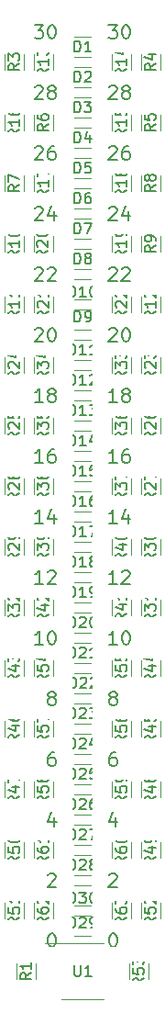
<source format=gbr>
%TF.GenerationSoftware,KiCad,Pcbnew,5.1.9*%
%TF.CreationDate,2021-04-30T20:41:33+02:00*%
%TF.ProjectId,AnalogThermometer,416e616c-6f67-4546-9865-726d6f6d6574,rev?*%
%TF.SameCoordinates,Original*%
%TF.FileFunction,Legend,Top*%
%TF.FilePolarity,Positive*%
%FSLAX46Y46*%
G04 Gerber Fmt 4.6, Leading zero omitted, Abs format (unit mm)*
G04 Created by KiCad (PCBNEW 5.1.9) date 2021-04-30 20:41:33*
%MOMM*%
%LPD*%
G01*
G04 APERTURE LIST*
%ADD10C,0.200000*%
%ADD11C,0.120000*%
%ADD12C,0.150000*%
%ADD13C,1.450000*%
%ADD14O,1.200000X1.900000*%
%ADD15R,1.700000X1.700000*%
G04 APERTURE END LIST*
D10*
X28540428Y-81019976D02*
X27826142Y-81019976D01*
X28183285Y-81019976D02*
X28183285Y-79769976D01*
X28064238Y-79948547D01*
X27945190Y-80067595D01*
X27826142Y-80127119D01*
X29314238Y-79769976D02*
X29433285Y-79769976D01*
X29552333Y-79829500D01*
X29611857Y-79889023D01*
X29671380Y-80008071D01*
X29730904Y-80246166D01*
X29730904Y-80543785D01*
X29671380Y-80781880D01*
X29611857Y-80900928D01*
X29552333Y-80960452D01*
X29433285Y-81019976D01*
X29314238Y-81019976D01*
X29195190Y-80960452D01*
X29135666Y-80900928D01*
X29076142Y-80781880D01*
X29016619Y-80543785D01*
X29016619Y-80246166D01*
X29076142Y-80008071D01*
X29135666Y-79889023D01*
X29195190Y-79829500D01*
X29314238Y-79769976D01*
X27766619Y-23889976D02*
X28540428Y-23889976D01*
X28123761Y-24366166D01*
X28302333Y-24366166D01*
X28421380Y-24425690D01*
X28480904Y-24485214D01*
X28540428Y-24604261D01*
X28540428Y-24901880D01*
X28480904Y-25020928D01*
X28421380Y-25080452D01*
X28302333Y-25139976D01*
X27945190Y-25139976D01*
X27826142Y-25080452D01*
X27766619Y-25020928D01*
X29314238Y-23889976D02*
X29433285Y-23889976D01*
X29552333Y-23949500D01*
X29611857Y-24009023D01*
X29671380Y-24128071D01*
X29730904Y-24366166D01*
X29730904Y-24663785D01*
X29671380Y-24901880D01*
X29611857Y-25020928D01*
X29552333Y-25080452D01*
X29433285Y-25139976D01*
X29314238Y-25139976D01*
X29195190Y-25080452D01*
X29135666Y-25020928D01*
X29076142Y-24901880D01*
X29016619Y-24663785D01*
X29016619Y-24366166D01*
X29076142Y-24128071D01*
X29135666Y-24009023D01*
X29195190Y-23949500D01*
X29314238Y-23889976D01*
X27826142Y-29597023D02*
X27885666Y-29537500D01*
X28004714Y-29477976D01*
X28302333Y-29477976D01*
X28421380Y-29537500D01*
X28480904Y-29597023D01*
X28540428Y-29716071D01*
X28540428Y-29835119D01*
X28480904Y-30013690D01*
X27766619Y-30727976D01*
X28540428Y-30727976D01*
X29254714Y-30013690D02*
X29135666Y-29954166D01*
X29076142Y-29894642D01*
X29016619Y-29775595D01*
X29016619Y-29716071D01*
X29076142Y-29597023D01*
X29135666Y-29537500D01*
X29254714Y-29477976D01*
X29492809Y-29477976D01*
X29611857Y-29537500D01*
X29671380Y-29597023D01*
X29730904Y-29716071D01*
X29730904Y-29775595D01*
X29671380Y-29894642D01*
X29611857Y-29954166D01*
X29492809Y-30013690D01*
X29254714Y-30013690D01*
X29135666Y-30073214D01*
X29076142Y-30132738D01*
X29016619Y-30251785D01*
X29016619Y-30489880D01*
X29076142Y-30608928D01*
X29135666Y-30668452D01*
X29254714Y-30727976D01*
X29492809Y-30727976D01*
X29611857Y-30668452D01*
X29671380Y-30608928D01*
X29730904Y-30489880D01*
X29730904Y-30251785D01*
X29671380Y-30132738D01*
X29611857Y-30073214D01*
X29492809Y-30013690D01*
X27826142Y-35185023D02*
X27885666Y-35125500D01*
X28004714Y-35065976D01*
X28302333Y-35065976D01*
X28421380Y-35125500D01*
X28480904Y-35185023D01*
X28540428Y-35304071D01*
X28540428Y-35423119D01*
X28480904Y-35601690D01*
X27766619Y-36315976D01*
X28540428Y-36315976D01*
X29611857Y-35065976D02*
X29373761Y-35065976D01*
X29254714Y-35125500D01*
X29195190Y-35185023D01*
X29076142Y-35363595D01*
X29016619Y-35601690D01*
X29016619Y-36077880D01*
X29076142Y-36196928D01*
X29135666Y-36256452D01*
X29254714Y-36315976D01*
X29492809Y-36315976D01*
X29611857Y-36256452D01*
X29671380Y-36196928D01*
X29730904Y-36077880D01*
X29730904Y-35780261D01*
X29671380Y-35661214D01*
X29611857Y-35601690D01*
X29492809Y-35542166D01*
X29254714Y-35542166D01*
X29135666Y-35601690D01*
X29076142Y-35661214D01*
X29016619Y-35780261D01*
X27826142Y-40773023D02*
X27885666Y-40713500D01*
X28004714Y-40653976D01*
X28302333Y-40653976D01*
X28421380Y-40713500D01*
X28480904Y-40773023D01*
X28540428Y-40892071D01*
X28540428Y-41011119D01*
X28480904Y-41189690D01*
X27766619Y-41903976D01*
X28540428Y-41903976D01*
X29611857Y-41070642D02*
X29611857Y-41903976D01*
X29314238Y-40594452D02*
X29016619Y-41487309D01*
X29790428Y-41487309D01*
X27826142Y-46361023D02*
X27885666Y-46301500D01*
X28004714Y-46241976D01*
X28302333Y-46241976D01*
X28421380Y-46301500D01*
X28480904Y-46361023D01*
X28540428Y-46480071D01*
X28540428Y-46599119D01*
X28480904Y-46777690D01*
X27766619Y-47491976D01*
X28540428Y-47491976D01*
X29016619Y-46361023D02*
X29076142Y-46301500D01*
X29195190Y-46241976D01*
X29492809Y-46241976D01*
X29611857Y-46301500D01*
X29671380Y-46361023D01*
X29730904Y-46480071D01*
X29730904Y-46599119D01*
X29671380Y-46777690D01*
X28957095Y-47491976D01*
X29730904Y-47491976D01*
X27826142Y-51949023D02*
X27885666Y-51889500D01*
X28004714Y-51829976D01*
X28302333Y-51829976D01*
X28421380Y-51889500D01*
X28480904Y-51949023D01*
X28540428Y-52068071D01*
X28540428Y-52187119D01*
X28480904Y-52365690D01*
X27766619Y-53079976D01*
X28540428Y-53079976D01*
X29314238Y-51829976D02*
X29433285Y-51829976D01*
X29552333Y-51889500D01*
X29611857Y-51949023D01*
X29671380Y-52068071D01*
X29730904Y-52306166D01*
X29730904Y-52603785D01*
X29671380Y-52841880D01*
X29611857Y-52960928D01*
X29552333Y-53020452D01*
X29433285Y-53079976D01*
X29314238Y-53079976D01*
X29195190Y-53020452D01*
X29135666Y-52960928D01*
X29076142Y-52841880D01*
X29016619Y-52603785D01*
X29016619Y-52306166D01*
X29076142Y-52068071D01*
X29135666Y-51949023D01*
X29195190Y-51889500D01*
X29314238Y-51829976D01*
X28540428Y-58667976D02*
X27826142Y-58667976D01*
X28183285Y-58667976D02*
X28183285Y-57417976D01*
X28064238Y-57596547D01*
X27945190Y-57715595D01*
X27826142Y-57775119D01*
X29254714Y-57953690D02*
X29135666Y-57894166D01*
X29076142Y-57834642D01*
X29016619Y-57715595D01*
X29016619Y-57656071D01*
X29076142Y-57537023D01*
X29135666Y-57477500D01*
X29254714Y-57417976D01*
X29492809Y-57417976D01*
X29611857Y-57477500D01*
X29671380Y-57537023D01*
X29730904Y-57656071D01*
X29730904Y-57715595D01*
X29671380Y-57834642D01*
X29611857Y-57894166D01*
X29492809Y-57953690D01*
X29254714Y-57953690D01*
X29135666Y-58013214D01*
X29076142Y-58072738D01*
X29016619Y-58191785D01*
X29016619Y-58429880D01*
X29076142Y-58548928D01*
X29135666Y-58608452D01*
X29254714Y-58667976D01*
X29492809Y-58667976D01*
X29611857Y-58608452D01*
X29671380Y-58548928D01*
X29730904Y-58429880D01*
X29730904Y-58191785D01*
X29671380Y-58072738D01*
X29611857Y-58013214D01*
X29492809Y-57953690D01*
X28540428Y-64255976D02*
X27826142Y-64255976D01*
X28183285Y-64255976D02*
X28183285Y-63005976D01*
X28064238Y-63184547D01*
X27945190Y-63303595D01*
X27826142Y-63363119D01*
X29611857Y-63005976D02*
X29373761Y-63005976D01*
X29254714Y-63065500D01*
X29195190Y-63125023D01*
X29076142Y-63303595D01*
X29016619Y-63541690D01*
X29016619Y-64017880D01*
X29076142Y-64136928D01*
X29135666Y-64196452D01*
X29254714Y-64255976D01*
X29492809Y-64255976D01*
X29611857Y-64196452D01*
X29671380Y-64136928D01*
X29730904Y-64017880D01*
X29730904Y-63720261D01*
X29671380Y-63601214D01*
X29611857Y-63541690D01*
X29492809Y-63482166D01*
X29254714Y-63482166D01*
X29135666Y-63541690D01*
X29076142Y-63601214D01*
X29016619Y-63720261D01*
X28540428Y-69843976D02*
X27826142Y-69843976D01*
X28183285Y-69843976D02*
X28183285Y-68593976D01*
X28064238Y-68772547D01*
X27945190Y-68891595D01*
X27826142Y-68951119D01*
X29611857Y-69010642D02*
X29611857Y-69843976D01*
X29314238Y-68534452D02*
X29016619Y-69427309D01*
X29790428Y-69427309D01*
X28540428Y-75431976D02*
X27826142Y-75431976D01*
X28183285Y-75431976D02*
X28183285Y-74181976D01*
X28064238Y-74360547D01*
X27945190Y-74479595D01*
X27826142Y-74539119D01*
X29016619Y-74301023D02*
X29076142Y-74241500D01*
X29195190Y-74181976D01*
X29492809Y-74181976D01*
X29611857Y-74241500D01*
X29671380Y-74301023D01*
X29730904Y-74420071D01*
X29730904Y-74539119D01*
X29671380Y-74717690D01*
X28957095Y-75431976D01*
X29730904Y-75431976D01*
X29254714Y-85893690D02*
X29135666Y-85834166D01*
X29076142Y-85774642D01*
X29016619Y-85655595D01*
X29016619Y-85596071D01*
X29076142Y-85477023D01*
X29135666Y-85417500D01*
X29254714Y-85357976D01*
X29492809Y-85357976D01*
X29611857Y-85417500D01*
X29671380Y-85477023D01*
X29730904Y-85596071D01*
X29730904Y-85655595D01*
X29671380Y-85774642D01*
X29611857Y-85834166D01*
X29492809Y-85893690D01*
X29254714Y-85893690D01*
X29135666Y-85953214D01*
X29076142Y-86012738D01*
X29016619Y-86131785D01*
X29016619Y-86369880D01*
X29076142Y-86488928D01*
X29135666Y-86548452D01*
X29254714Y-86607976D01*
X29492809Y-86607976D01*
X29611857Y-86548452D01*
X29671380Y-86488928D01*
X29730904Y-86369880D01*
X29730904Y-86131785D01*
X29671380Y-86012738D01*
X29611857Y-85953214D01*
X29492809Y-85893690D01*
X29611857Y-90945976D02*
X29373761Y-90945976D01*
X29254714Y-91005500D01*
X29195190Y-91065023D01*
X29076142Y-91243595D01*
X29016619Y-91481690D01*
X29016619Y-91957880D01*
X29076142Y-92076928D01*
X29135666Y-92136452D01*
X29254714Y-92195976D01*
X29492809Y-92195976D01*
X29611857Y-92136452D01*
X29671380Y-92076928D01*
X29730904Y-91957880D01*
X29730904Y-91660261D01*
X29671380Y-91541214D01*
X29611857Y-91481690D01*
X29492809Y-91422166D01*
X29254714Y-91422166D01*
X29135666Y-91481690D01*
X29076142Y-91541214D01*
X29016619Y-91660261D01*
X29611857Y-96950642D02*
X29611857Y-97783976D01*
X29314238Y-96474452D02*
X29016619Y-97367309D01*
X29790428Y-97367309D01*
X29016619Y-102241023D02*
X29076142Y-102181500D01*
X29195190Y-102121976D01*
X29492809Y-102121976D01*
X29611857Y-102181500D01*
X29671380Y-102241023D01*
X29730904Y-102360071D01*
X29730904Y-102479119D01*
X29671380Y-102657690D01*
X28957095Y-103371976D01*
X29730904Y-103371976D01*
X29314238Y-107646476D02*
X29433285Y-107646476D01*
X29552333Y-107706000D01*
X29611857Y-107765523D01*
X29671380Y-107884571D01*
X29730904Y-108122666D01*
X29730904Y-108420285D01*
X29671380Y-108658380D01*
X29611857Y-108777428D01*
X29552333Y-108836952D01*
X29433285Y-108896476D01*
X29314238Y-108896476D01*
X29195190Y-108836952D01*
X29135666Y-108777428D01*
X29076142Y-108658380D01*
X29016619Y-108420285D01*
X29016619Y-108122666D01*
X29076142Y-107884571D01*
X29135666Y-107765523D01*
X29195190Y-107706000D01*
X29314238Y-107646476D01*
X34955714Y-107646476D02*
X35074761Y-107646476D01*
X35193809Y-107706000D01*
X35253333Y-107765523D01*
X35312857Y-107884571D01*
X35372380Y-108122666D01*
X35372380Y-108420285D01*
X35312857Y-108658380D01*
X35253333Y-108777428D01*
X35193809Y-108836952D01*
X35074761Y-108896476D01*
X34955714Y-108896476D01*
X34836666Y-108836952D01*
X34777142Y-108777428D01*
X34717619Y-108658380D01*
X34658095Y-108420285D01*
X34658095Y-108122666D01*
X34717619Y-107884571D01*
X34777142Y-107765523D01*
X34836666Y-107706000D01*
X34955714Y-107646476D01*
X34598571Y-23889976D02*
X35372380Y-23889976D01*
X34955714Y-24366166D01*
X35134285Y-24366166D01*
X35253333Y-24425690D01*
X35312857Y-24485214D01*
X35372380Y-24604261D01*
X35372380Y-24901880D01*
X35312857Y-25020928D01*
X35253333Y-25080452D01*
X35134285Y-25139976D01*
X34777142Y-25139976D01*
X34658095Y-25080452D01*
X34598571Y-25020928D01*
X36146190Y-23889976D02*
X36265238Y-23889976D01*
X36384285Y-23949500D01*
X36443809Y-24009023D01*
X36503333Y-24128071D01*
X36562857Y-24366166D01*
X36562857Y-24663785D01*
X36503333Y-24901880D01*
X36443809Y-25020928D01*
X36384285Y-25080452D01*
X36265238Y-25139976D01*
X36146190Y-25139976D01*
X36027142Y-25080452D01*
X35967619Y-25020928D01*
X35908095Y-24901880D01*
X35848571Y-24663785D01*
X35848571Y-24366166D01*
X35908095Y-24128071D01*
X35967619Y-24009023D01*
X36027142Y-23949500D01*
X36146190Y-23889976D01*
X34658095Y-102241023D02*
X34717619Y-102181500D01*
X34836666Y-102121976D01*
X35134285Y-102121976D01*
X35253333Y-102181500D01*
X35312857Y-102241023D01*
X35372380Y-102360071D01*
X35372380Y-102479119D01*
X35312857Y-102657690D01*
X34598571Y-103371976D01*
X35372380Y-103371976D01*
X35253333Y-96950642D02*
X35253333Y-97783976D01*
X34955714Y-96474452D02*
X34658095Y-97367309D01*
X35431904Y-97367309D01*
X35253333Y-90945976D02*
X35015238Y-90945976D01*
X34896190Y-91005500D01*
X34836666Y-91065023D01*
X34717619Y-91243595D01*
X34658095Y-91481690D01*
X34658095Y-91957880D01*
X34717619Y-92076928D01*
X34777142Y-92136452D01*
X34896190Y-92195976D01*
X35134285Y-92195976D01*
X35253333Y-92136452D01*
X35312857Y-92076928D01*
X35372380Y-91957880D01*
X35372380Y-91660261D01*
X35312857Y-91541214D01*
X35253333Y-91481690D01*
X35134285Y-91422166D01*
X34896190Y-91422166D01*
X34777142Y-91481690D01*
X34717619Y-91541214D01*
X34658095Y-91660261D01*
X34896190Y-85893690D02*
X34777142Y-85834166D01*
X34717619Y-85774642D01*
X34658095Y-85655595D01*
X34658095Y-85596071D01*
X34717619Y-85477023D01*
X34777142Y-85417500D01*
X34896190Y-85357976D01*
X35134285Y-85357976D01*
X35253333Y-85417500D01*
X35312857Y-85477023D01*
X35372380Y-85596071D01*
X35372380Y-85655595D01*
X35312857Y-85774642D01*
X35253333Y-85834166D01*
X35134285Y-85893690D01*
X34896190Y-85893690D01*
X34777142Y-85953214D01*
X34717619Y-86012738D01*
X34658095Y-86131785D01*
X34658095Y-86369880D01*
X34717619Y-86488928D01*
X34777142Y-86548452D01*
X34896190Y-86607976D01*
X35134285Y-86607976D01*
X35253333Y-86548452D01*
X35312857Y-86488928D01*
X35372380Y-86369880D01*
X35372380Y-86131785D01*
X35312857Y-86012738D01*
X35253333Y-85953214D01*
X35134285Y-85893690D01*
X35372380Y-81019976D02*
X34658095Y-81019976D01*
X35015238Y-81019976D02*
X35015238Y-79769976D01*
X34896190Y-79948547D01*
X34777142Y-80067595D01*
X34658095Y-80127119D01*
X36146190Y-79769976D02*
X36265238Y-79769976D01*
X36384285Y-79829500D01*
X36443809Y-79889023D01*
X36503333Y-80008071D01*
X36562857Y-80246166D01*
X36562857Y-80543785D01*
X36503333Y-80781880D01*
X36443809Y-80900928D01*
X36384285Y-80960452D01*
X36265238Y-81019976D01*
X36146190Y-81019976D01*
X36027142Y-80960452D01*
X35967619Y-80900928D01*
X35908095Y-80781880D01*
X35848571Y-80543785D01*
X35848571Y-80246166D01*
X35908095Y-80008071D01*
X35967619Y-79889023D01*
X36027142Y-79829500D01*
X36146190Y-79769976D01*
X35372380Y-75431976D02*
X34658095Y-75431976D01*
X35015238Y-75431976D02*
X35015238Y-74181976D01*
X34896190Y-74360547D01*
X34777142Y-74479595D01*
X34658095Y-74539119D01*
X35848571Y-74301023D02*
X35908095Y-74241500D01*
X36027142Y-74181976D01*
X36324761Y-74181976D01*
X36443809Y-74241500D01*
X36503333Y-74301023D01*
X36562857Y-74420071D01*
X36562857Y-74539119D01*
X36503333Y-74717690D01*
X35789047Y-75431976D01*
X36562857Y-75431976D01*
X35372380Y-69843976D02*
X34658095Y-69843976D01*
X35015238Y-69843976D02*
X35015238Y-68593976D01*
X34896190Y-68772547D01*
X34777142Y-68891595D01*
X34658095Y-68951119D01*
X36443809Y-69010642D02*
X36443809Y-69843976D01*
X36146190Y-68534452D02*
X35848571Y-69427309D01*
X36622380Y-69427309D01*
X35372380Y-64255976D02*
X34658095Y-64255976D01*
X35015238Y-64255976D02*
X35015238Y-63005976D01*
X34896190Y-63184547D01*
X34777142Y-63303595D01*
X34658095Y-63363119D01*
X36443809Y-63005976D02*
X36205714Y-63005976D01*
X36086666Y-63065500D01*
X36027142Y-63125023D01*
X35908095Y-63303595D01*
X35848571Y-63541690D01*
X35848571Y-64017880D01*
X35908095Y-64136928D01*
X35967619Y-64196452D01*
X36086666Y-64255976D01*
X36324761Y-64255976D01*
X36443809Y-64196452D01*
X36503333Y-64136928D01*
X36562857Y-64017880D01*
X36562857Y-63720261D01*
X36503333Y-63601214D01*
X36443809Y-63541690D01*
X36324761Y-63482166D01*
X36086666Y-63482166D01*
X35967619Y-63541690D01*
X35908095Y-63601214D01*
X35848571Y-63720261D01*
X35372380Y-58667976D02*
X34658095Y-58667976D01*
X35015238Y-58667976D02*
X35015238Y-57417976D01*
X34896190Y-57596547D01*
X34777142Y-57715595D01*
X34658095Y-57775119D01*
X36086666Y-57953690D02*
X35967619Y-57894166D01*
X35908095Y-57834642D01*
X35848571Y-57715595D01*
X35848571Y-57656071D01*
X35908095Y-57537023D01*
X35967619Y-57477500D01*
X36086666Y-57417976D01*
X36324761Y-57417976D01*
X36443809Y-57477500D01*
X36503333Y-57537023D01*
X36562857Y-57656071D01*
X36562857Y-57715595D01*
X36503333Y-57834642D01*
X36443809Y-57894166D01*
X36324761Y-57953690D01*
X36086666Y-57953690D01*
X35967619Y-58013214D01*
X35908095Y-58072738D01*
X35848571Y-58191785D01*
X35848571Y-58429880D01*
X35908095Y-58548928D01*
X35967619Y-58608452D01*
X36086666Y-58667976D01*
X36324761Y-58667976D01*
X36443809Y-58608452D01*
X36503333Y-58548928D01*
X36562857Y-58429880D01*
X36562857Y-58191785D01*
X36503333Y-58072738D01*
X36443809Y-58013214D01*
X36324761Y-57953690D01*
X34658095Y-51949023D02*
X34717619Y-51889500D01*
X34836666Y-51829976D01*
X35134285Y-51829976D01*
X35253333Y-51889500D01*
X35312857Y-51949023D01*
X35372380Y-52068071D01*
X35372380Y-52187119D01*
X35312857Y-52365690D01*
X34598571Y-53079976D01*
X35372380Y-53079976D01*
X36146190Y-51829976D02*
X36265238Y-51829976D01*
X36384285Y-51889500D01*
X36443809Y-51949023D01*
X36503333Y-52068071D01*
X36562857Y-52306166D01*
X36562857Y-52603785D01*
X36503333Y-52841880D01*
X36443809Y-52960928D01*
X36384285Y-53020452D01*
X36265238Y-53079976D01*
X36146190Y-53079976D01*
X36027142Y-53020452D01*
X35967619Y-52960928D01*
X35908095Y-52841880D01*
X35848571Y-52603785D01*
X35848571Y-52306166D01*
X35908095Y-52068071D01*
X35967619Y-51949023D01*
X36027142Y-51889500D01*
X36146190Y-51829976D01*
X34658095Y-46361023D02*
X34717619Y-46301500D01*
X34836666Y-46241976D01*
X35134285Y-46241976D01*
X35253333Y-46301500D01*
X35312857Y-46361023D01*
X35372380Y-46480071D01*
X35372380Y-46599119D01*
X35312857Y-46777690D01*
X34598571Y-47491976D01*
X35372380Y-47491976D01*
X35848571Y-46361023D02*
X35908095Y-46301500D01*
X36027142Y-46241976D01*
X36324761Y-46241976D01*
X36443809Y-46301500D01*
X36503333Y-46361023D01*
X36562857Y-46480071D01*
X36562857Y-46599119D01*
X36503333Y-46777690D01*
X35789047Y-47491976D01*
X36562857Y-47491976D01*
X34658095Y-40773023D02*
X34717619Y-40713500D01*
X34836666Y-40653976D01*
X35134285Y-40653976D01*
X35253333Y-40713500D01*
X35312857Y-40773023D01*
X35372380Y-40892071D01*
X35372380Y-41011119D01*
X35312857Y-41189690D01*
X34598571Y-41903976D01*
X35372380Y-41903976D01*
X36443809Y-41070642D02*
X36443809Y-41903976D01*
X36146190Y-40594452D02*
X35848571Y-41487309D01*
X36622380Y-41487309D01*
X34658095Y-35185023D02*
X34717619Y-35125500D01*
X34836666Y-35065976D01*
X35134285Y-35065976D01*
X35253333Y-35125500D01*
X35312857Y-35185023D01*
X35372380Y-35304071D01*
X35372380Y-35423119D01*
X35312857Y-35601690D01*
X34598571Y-36315976D01*
X35372380Y-36315976D01*
X36443809Y-35065976D02*
X36205714Y-35065976D01*
X36086666Y-35125500D01*
X36027142Y-35185023D01*
X35908095Y-35363595D01*
X35848571Y-35601690D01*
X35848571Y-36077880D01*
X35908095Y-36196928D01*
X35967619Y-36256452D01*
X36086666Y-36315976D01*
X36324761Y-36315976D01*
X36443809Y-36256452D01*
X36503333Y-36196928D01*
X36562857Y-36077880D01*
X36562857Y-35780261D01*
X36503333Y-35661214D01*
X36443809Y-35601690D01*
X36324761Y-35542166D01*
X36086666Y-35542166D01*
X35967619Y-35601690D01*
X35908095Y-35661214D01*
X35848571Y-35780261D01*
X34658095Y-29597023D02*
X34717619Y-29537500D01*
X34836666Y-29477976D01*
X35134285Y-29477976D01*
X35253333Y-29537500D01*
X35312857Y-29597023D01*
X35372380Y-29716071D01*
X35372380Y-29835119D01*
X35312857Y-30013690D01*
X34598571Y-30727976D01*
X35372380Y-30727976D01*
X36086666Y-30013690D02*
X35967619Y-29954166D01*
X35908095Y-29894642D01*
X35848571Y-29775595D01*
X35848571Y-29716071D01*
X35908095Y-29597023D01*
X35967619Y-29537500D01*
X36086666Y-29477976D01*
X36324761Y-29477976D01*
X36443809Y-29537500D01*
X36503333Y-29597023D01*
X36562857Y-29716071D01*
X36562857Y-29775595D01*
X36503333Y-29894642D01*
X36443809Y-29954166D01*
X36324761Y-30013690D01*
X36086666Y-30013690D01*
X35967619Y-30073214D01*
X35908095Y-30132738D01*
X35848571Y-30251785D01*
X35848571Y-30489880D01*
X35908095Y-30608928D01*
X35967619Y-30668452D01*
X36086666Y-30727976D01*
X36324761Y-30727976D01*
X36443809Y-30668452D01*
X36503333Y-30608928D01*
X36562857Y-30489880D01*
X36562857Y-30251785D01*
X36503333Y-30132738D01*
X36443809Y-30073214D01*
X36324761Y-30013690D01*
D11*
%TO.C,R54*%
X29485000Y-82457936D02*
X29485000Y-83912064D01*
X27665000Y-82457936D02*
X27665000Y-83912064D01*
%TO.C,D1*%
X32919564Y-26818000D02*
X31465436Y-26818000D01*
X32919564Y-24998000D02*
X31465436Y-24998000D01*
%TO.C,D2*%
X31467436Y-29612000D02*
X32921564Y-29612000D01*
X31467436Y-27792000D02*
X32921564Y-27792000D01*
%TO.C,D3*%
X31467436Y-30586000D02*
X32921564Y-30586000D01*
X31467436Y-32406000D02*
X32921564Y-32406000D01*
%TO.C,D4*%
X32921564Y-33380000D02*
X31467436Y-33380000D01*
X32921564Y-35200000D02*
X31467436Y-35200000D01*
%TO.C,D5*%
X32919564Y-36174000D02*
X31465436Y-36174000D01*
X32919564Y-37994000D02*
X31465436Y-37994000D01*
%TO.C,D6*%
X31465436Y-38968000D02*
X32919564Y-38968000D01*
X31465436Y-40788000D02*
X32919564Y-40788000D01*
%TO.C,D7*%
X31465436Y-43582000D02*
X32919564Y-43582000D01*
X31465436Y-41762000D02*
X32919564Y-41762000D01*
%TO.C,D8*%
X32919564Y-46376000D02*
X31465436Y-46376000D01*
X32919564Y-44556000D02*
X31465436Y-44556000D01*
%TO.C,D9*%
X32919564Y-49170000D02*
X31465436Y-49170000D01*
X32919564Y-47350000D02*
X31465436Y-47350000D01*
%TO.C,D10*%
X31465436Y-51964000D02*
X32919564Y-51964000D01*
X31465436Y-50144000D02*
X32919564Y-50144000D01*
%TO.C,D11*%
X31465436Y-52938000D02*
X32919564Y-52938000D01*
X31465436Y-54758000D02*
X32919564Y-54758000D01*
%TO.C,D12*%
X32923564Y-55732000D02*
X31469436Y-55732000D01*
X32923564Y-57552000D02*
X31469436Y-57552000D01*
%TO.C,D13*%
X32919564Y-58526000D02*
X31465436Y-58526000D01*
X32919564Y-60346000D02*
X31465436Y-60346000D01*
%TO.C,D14*%
X31465436Y-63140000D02*
X32919564Y-63140000D01*
X31465436Y-61320000D02*
X32919564Y-61320000D01*
%TO.C,D15*%
X31465436Y-64114000D02*
X32919564Y-64114000D01*
X31465436Y-65934000D02*
X32919564Y-65934000D01*
%TO.C,D16*%
X32921564Y-66908000D02*
X31467436Y-66908000D01*
X32921564Y-68728000D02*
X31467436Y-68728000D01*
%TO.C,D17*%
X32919564Y-71522000D02*
X31465436Y-71522000D01*
X32919564Y-69702000D02*
X31465436Y-69702000D01*
%TO.C,D18*%
X31465436Y-72496000D02*
X32919564Y-72496000D01*
X31465436Y-74316000D02*
X32919564Y-74316000D01*
%TO.C,D19*%
X31465436Y-77110000D02*
X32919564Y-77110000D01*
X31465436Y-75290000D02*
X32919564Y-75290000D01*
%TO.C,D20*%
X32919564Y-79904000D02*
X31465436Y-79904000D01*
X32919564Y-78084000D02*
X31465436Y-78084000D01*
%TO.C,D21*%
X32919564Y-82698000D02*
X31465436Y-82698000D01*
X32919564Y-80878000D02*
X31465436Y-80878000D01*
%TO.C,D22*%
X31465436Y-85492000D02*
X32919564Y-85492000D01*
X31465436Y-83672000D02*
X32919564Y-83672000D01*
%TO.C,D23*%
X31465436Y-88286000D02*
X32919564Y-88286000D01*
X31465436Y-86466000D02*
X32919564Y-86466000D01*
%TO.C,D24*%
X32921564Y-91080000D02*
X31467436Y-91080000D01*
X32921564Y-89260000D02*
X31467436Y-89260000D01*
%TO.C,D25*%
X32919564Y-93874000D02*
X31465436Y-93874000D01*
X32919564Y-92054000D02*
X31465436Y-92054000D01*
%TO.C,D26*%
X31465436Y-96668000D02*
X32919564Y-96668000D01*
X31465436Y-94848000D02*
X32919564Y-94848000D01*
%TO.C,D27*%
X31465436Y-97642000D02*
X32919564Y-97642000D01*
X31465436Y-99462000D02*
X32919564Y-99462000D01*
%TO.C,D28*%
X32921564Y-100436000D02*
X31467436Y-100436000D01*
X32921564Y-102256000D02*
X31467436Y-102256000D01*
%TO.C,D29*%
X32919564Y-105050000D02*
X31465436Y-105050000D01*
X32919564Y-103230000D02*
X31465436Y-103230000D01*
%TO.C,D30*%
X31465436Y-106024000D02*
X32919564Y-106024000D01*
X31465436Y-107844000D02*
X32919564Y-107844000D01*
%TO.C,R1*%
X26077500Y-111852064D02*
X26077500Y-110397936D01*
X27897500Y-111852064D02*
X27897500Y-110397936D01*
%TO.C,R3*%
X26818000Y-26579936D02*
X26818000Y-28034064D01*
X24998000Y-26579936D02*
X24998000Y-28034064D01*
%TO.C,R4*%
X39391000Y-26577936D02*
X39391000Y-28032064D01*
X37571000Y-26577936D02*
X37571000Y-28032064D01*
%TO.C,R5*%
X39391000Y-32163936D02*
X39391000Y-33618064D01*
X37571000Y-32163936D02*
X37571000Y-33618064D01*
%TO.C,R6*%
X24998000Y-32165936D02*
X24998000Y-33620064D01*
X26818000Y-32165936D02*
X26818000Y-33620064D01*
%TO.C,R7*%
X26818000Y-37753936D02*
X26818000Y-39208064D01*
X24998000Y-37753936D02*
X24998000Y-39208064D01*
%TO.C,R8*%
X39391000Y-37753936D02*
X39391000Y-39208064D01*
X37571000Y-37753936D02*
X37571000Y-39208064D01*
%TO.C,R9*%
X39391000Y-43339936D02*
X39391000Y-44794064D01*
X37571000Y-43339936D02*
X37571000Y-44794064D01*
%TO.C,R10*%
X26818000Y-43341936D02*
X26818000Y-44796064D01*
X24998000Y-43341936D02*
X24998000Y-44796064D01*
%TO.C,R11*%
X26818000Y-48929936D02*
X26818000Y-50384064D01*
X24998000Y-48929936D02*
X24998000Y-50384064D01*
%TO.C,R12*%
X37571000Y-48929936D02*
X37571000Y-50384064D01*
X39391000Y-48929936D02*
X39391000Y-50384064D01*
%TO.C,R13*%
X27665000Y-26575936D02*
X27665000Y-28030064D01*
X29485000Y-26575936D02*
X29485000Y-28030064D01*
%TO.C,R14*%
X34904000Y-28032064D02*
X34904000Y-26577936D01*
X36724000Y-28032064D02*
X36724000Y-26577936D01*
%TO.C,R15*%
X34904000Y-32163936D02*
X34904000Y-33618064D01*
X36724000Y-32163936D02*
X36724000Y-33618064D01*
%TO.C,R16*%
X27665000Y-33620064D02*
X27665000Y-32165936D01*
X29485000Y-33620064D02*
X29485000Y-32165936D01*
%TO.C,R17*%
X29485000Y-37753936D02*
X29485000Y-39208064D01*
X27665000Y-37753936D02*
X27665000Y-39208064D01*
%TO.C,R18*%
X34904000Y-39208064D02*
X34904000Y-37753936D01*
X36724000Y-39208064D02*
X36724000Y-37753936D01*
%TO.C,R19*%
X36724000Y-43339936D02*
X36724000Y-44794064D01*
X34904000Y-43339936D02*
X34904000Y-44794064D01*
%TO.C,R20*%
X29485000Y-44796064D02*
X29485000Y-43341936D01*
X27665000Y-44796064D02*
X27665000Y-43341936D01*
%TO.C,R21*%
X29485000Y-48929936D02*
X29485000Y-50384064D01*
X27665000Y-48929936D02*
X27665000Y-50384064D01*
%TO.C,R22*%
X36724000Y-50384064D02*
X36724000Y-48929936D01*
X34904000Y-50384064D02*
X34904000Y-48929936D01*
%TO.C,R23*%
X39391000Y-54517936D02*
X39391000Y-55972064D01*
X37571000Y-54517936D02*
X37571000Y-55972064D01*
%TO.C,R24*%
X24998000Y-54517936D02*
X24998000Y-55972064D01*
X26818000Y-54517936D02*
X26818000Y-55972064D01*
%TO.C,R25*%
X26818000Y-60105936D02*
X26818000Y-61560064D01*
X24998000Y-60105936D02*
X24998000Y-61560064D01*
%TO.C,R26*%
X39391000Y-60105936D02*
X39391000Y-61560064D01*
X37571000Y-60105936D02*
X37571000Y-61560064D01*
%TO.C,R27*%
X37571000Y-65695936D02*
X37571000Y-67150064D01*
X39391000Y-65695936D02*
X39391000Y-67150064D01*
%TO.C,R28*%
X24998000Y-65693936D02*
X24998000Y-67148064D01*
X26818000Y-65693936D02*
X26818000Y-67148064D01*
%TO.C,R29*%
X26818000Y-71281936D02*
X26818000Y-72736064D01*
X24998000Y-71281936D02*
X24998000Y-72736064D01*
%TO.C,R30*%
X37571000Y-71283936D02*
X37571000Y-72738064D01*
X39391000Y-71283936D02*
X39391000Y-72738064D01*
%TO.C,R31*%
X37571000Y-76869936D02*
X37571000Y-78324064D01*
X39391000Y-76869936D02*
X39391000Y-78324064D01*
%TO.C,R32*%
X26818000Y-76869936D02*
X26818000Y-78324064D01*
X24998000Y-76869936D02*
X24998000Y-78324064D01*
%TO.C,R33*%
X36724000Y-54517936D02*
X36724000Y-55972064D01*
X34904000Y-54517936D02*
X34904000Y-55972064D01*
%TO.C,R34*%
X29485000Y-55972064D02*
X29485000Y-54517936D01*
X27665000Y-55972064D02*
X27665000Y-54517936D01*
%TO.C,R35*%
X29485000Y-60105936D02*
X29485000Y-61560064D01*
X27665000Y-60105936D02*
X27665000Y-61560064D01*
%TO.C,R36*%
X36724000Y-61560064D02*
X36724000Y-60105936D01*
X34904000Y-61560064D02*
X34904000Y-60105936D01*
%TO.C,R37*%
X36724000Y-65691936D02*
X36724000Y-67146064D01*
X34904000Y-65691936D02*
X34904000Y-67146064D01*
%TO.C,R38*%
X29485000Y-67148064D02*
X29485000Y-65693936D01*
X27665000Y-67148064D02*
X27665000Y-65693936D01*
%TO.C,R39*%
X29485000Y-71281936D02*
X29485000Y-72736064D01*
X27665000Y-71281936D02*
X27665000Y-72736064D01*
%TO.C,R40*%
X34904000Y-72738064D02*
X34904000Y-71283936D01*
X36724000Y-72738064D02*
X36724000Y-71283936D01*
%TO.C,R41*%
X36724000Y-76869936D02*
X36724000Y-78324064D01*
X34904000Y-76869936D02*
X34904000Y-78324064D01*
%TO.C,R42*%
X29485000Y-78324064D02*
X29485000Y-76869936D01*
X27665000Y-78324064D02*
X27665000Y-76869936D01*
%TO.C,R43*%
X26818000Y-82457936D02*
X26818000Y-83912064D01*
X24998000Y-82457936D02*
X24998000Y-83912064D01*
%TO.C,R44*%
X37571000Y-82457936D02*
X37571000Y-83912064D01*
X39391000Y-82457936D02*
X39391000Y-83912064D01*
%TO.C,R45*%
X39391000Y-88043936D02*
X39391000Y-89498064D01*
X37571000Y-88043936D02*
X37571000Y-89498064D01*
%TO.C,R46*%
X24998000Y-88045936D02*
X24998000Y-89500064D01*
X26818000Y-88045936D02*
X26818000Y-89500064D01*
%TO.C,R47*%
X24998000Y-93633936D02*
X24998000Y-95088064D01*
X26818000Y-93633936D02*
X26818000Y-95088064D01*
%TO.C,R48*%
X37571000Y-93633936D02*
X37571000Y-95088064D01*
X39391000Y-93633936D02*
X39391000Y-95088064D01*
%TO.C,R49*%
X39391000Y-99223936D02*
X39391000Y-100678064D01*
X37571000Y-99223936D02*
X37571000Y-100678064D01*
%TO.C,R50*%
X24998000Y-99221936D02*
X24998000Y-100676064D01*
X26818000Y-99221936D02*
X26818000Y-100676064D01*
%TO.C,R51*%
X26818000Y-104809936D02*
X26818000Y-106264064D01*
X24998000Y-104809936D02*
X24998000Y-106264064D01*
%TO.C,R52*%
X37571000Y-104811936D02*
X37571000Y-106266064D01*
X39391000Y-104811936D02*
X39391000Y-106266064D01*
%TO.C,R53*%
X38311500Y-110397936D02*
X38311500Y-111852064D01*
X36491500Y-110397936D02*
X36491500Y-111852064D01*
%TO.C,R55*%
X36724000Y-83912064D02*
X36724000Y-82457936D01*
X34904000Y-83912064D02*
X34904000Y-82457936D01*
%TO.C,R56*%
X36724000Y-88043936D02*
X36724000Y-89498064D01*
X34904000Y-88043936D02*
X34904000Y-89498064D01*
%TO.C,R57*%
X29485000Y-89500064D02*
X29485000Y-88045936D01*
X27665000Y-89500064D02*
X27665000Y-88045936D01*
%TO.C,R58*%
X29485000Y-93633936D02*
X29485000Y-95088064D01*
X27665000Y-93633936D02*
X27665000Y-95088064D01*
%TO.C,R59*%
X36724000Y-95088064D02*
X36724000Y-93633936D01*
X34904000Y-95088064D02*
X34904000Y-93633936D01*
%TO.C,R60*%
X36724000Y-99219936D02*
X36724000Y-100674064D01*
X34904000Y-99219936D02*
X34904000Y-100674064D01*
%TO.C,R61*%
X29485000Y-100676064D02*
X29485000Y-99221936D01*
X27665000Y-100676064D02*
X27665000Y-99221936D01*
%TO.C,R62*%
X29485000Y-104809936D02*
X29485000Y-106264064D01*
X27665000Y-104809936D02*
X27665000Y-106264064D01*
%TO.C,R63*%
X36724000Y-106262064D02*
X36724000Y-104807936D01*
X34904000Y-106262064D02*
X34904000Y-104807936D01*
%TO.C,U1*%
X32194500Y-113685000D02*
X34144500Y-113685000D01*
X32194500Y-113685000D02*
X30244500Y-113685000D01*
X32194500Y-108565000D02*
X34144500Y-108565000D01*
X32194500Y-108565000D02*
X28744500Y-108565000D01*
%TO.C,R54*%
D12*
X29027380Y-83827857D02*
X28551190Y-84161190D01*
X29027380Y-84399285D02*
X28027380Y-84399285D01*
X28027380Y-84018333D01*
X28075000Y-83923095D01*
X28122619Y-83875476D01*
X28217857Y-83827857D01*
X28360714Y-83827857D01*
X28455952Y-83875476D01*
X28503571Y-83923095D01*
X28551190Y-84018333D01*
X28551190Y-84399285D01*
X28027380Y-82923095D02*
X28027380Y-83399285D01*
X28503571Y-83446904D01*
X28455952Y-83399285D01*
X28408333Y-83304047D01*
X28408333Y-83065952D01*
X28455952Y-82970714D01*
X28503571Y-82923095D01*
X28598809Y-82875476D01*
X28836904Y-82875476D01*
X28932142Y-82923095D01*
X28979761Y-82970714D01*
X29027380Y-83065952D01*
X29027380Y-83304047D01*
X28979761Y-83399285D01*
X28932142Y-83446904D01*
X28360714Y-82018333D02*
X29027380Y-82018333D01*
X27979761Y-82256428D02*
X28694047Y-82494523D01*
X28694047Y-81875476D01*
%TO.C,D1*%
X31454404Y-26360380D02*
X31454404Y-25360380D01*
X31692500Y-25360380D01*
X31835357Y-25408000D01*
X31930595Y-25503238D01*
X31978214Y-25598476D01*
X32025833Y-25788952D01*
X32025833Y-25931809D01*
X31978214Y-26122285D01*
X31930595Y-26217523D01*
X31835357Y-26312761D01*
X31692500Y-26360380D01*
X31454404Y-26360380D01*
X32978214Y-26360380D02*
X32406785Y-26360380D01*
X32692500Y-26360380D02*
X32692500Y-25360380D01*
X32597261Y-25503238D01*
X32502023Y-25598476D01*
X32406785Y-25646095D01*
%TO.C,D2*%
X31456404Y-29154380D02*
X31456404Y-28154380D01*
X31694500Y-28154380D01*
X31837357Y-28202000D01*
X31932595Y-28297238D01*
X31980214Y-28392476D01*
X32027833Y-28582952D01*
X32027833Y-28725809D01*
X31980214Y-28916285D01*
X31932595Y-29011523D01*
X31837357Y-29106761D01*
X31694500Y-29154380D01*
X31456404Y-29154380D01*
X32408785Y-28249619D02*
X32456404Y-28202000D01*
X32551642Y-28154380D01*
X32789738Y-28154380D01*
X32884976Y-28202000D01*
X32932595Y-28249619D01*
X32980214Y-28344857D01*
X32980214Y-28440095D01*
X32932595Y-28582952D01*
X32361166Y-29154380D01*
X32980214Y-29154380D01*
%TO.C,D3*%
X31456404Y-31948380D02*
X31456404Y-30948380D01*
X31694500Y-30948380D01*
X31837357Y-30996000D01*
X31932595Y-31091238D01*
X31980214Y-31186476D01*
X32027833Y-31376952D01*
X32027833Y-31519809D01*
X31980214Y-31710285D01*
X31932595Y-31805523D01*
X31837357Y-31900761D01*
X31694500Y-31948380D01*
X31456404Y-31948380D01*
X32361166Y-30948380D02*
X32980214Y-30948380D01*
X32646880Y-31329333D01*
X32789738Y-31329333D01*
X32884976Y-31376952D01*
X32932595Y-31424571D01*
X32980214Y-31519809D01*
X32980214Y-31757904D01*
X32932595Y-31853142D01*
X32884976Y-31900761D01*
X32789738Y-31948380D01*
X32504023Y-31948380D01*
X32408785Y-31900761D01*
X32361166Y-31853142D01*
%TO.C,D4*%
X31456404Y-34742380D02*
X31456404Y-33742380D01*
X31694500Y-33742380D01*
X31837357Y-33790000D01*
X31932595Y-33885238D01*
X31980214Y-33980476D01*
X32027833Y-34170952D01*
X32027833Y-34313809D01*
X31980214Y-34504285D01*
X31932595Y-34599523D01*
X31837357Y-34694761D01*
X31694500Y-34742380D01*
X31456404Y-34742380D01*
X32884976Y-34075714D02*
X32884976Y-34742380D01*
X32646880Y-33694761D02*
X32408785Y-34409047D01*
X33027833Y-34409047D01*
%TO.C,D5*%
X31454404Y-37536380D02*
X31454404Y-36536380D01*
X31692500Y-36536380D01*
X31835357Y-36584000D01*
X31930595Y-36679238D01*
X31978214Y-36774476D01*
X32025833Y-36964952D01*
X32025833Y-37107809D01*
X31978214Y-37298285D01*
X31930595Y-37393523D01*
X31835357Y-37488761D01*
X31692500Y-37536380D01*
X31454404Y-37536380D01*
X32930595Y-36536380D02*
X32454404Y-36536380D01*
X32406785Y-37012571D01*
X32454404Y-36964952D01*
X32549642Y-36917333D01*
X32787738Y-36917333D01*
X32882976Y-36964952D01*
X32930595Y-37012571D01*
X32978214Y-37107809D01*
X32978214Y-37345904D01*
X32930595Y-37441142D01*
X32882976Y-37488761D01*
X32787738Y-37536380D01*
X32549642Y-37536380D01*
X32454404Y-37488761D01*
X32406785Y-37441142D01*
%TO.C,D6*%
X31454404Y-40330380D02*
X31454404Y-39330380D01*
X31692500Y-39330380D01*
X31835357Y-39378000D01*
X31930595Y-39473238D01*
X31978214Y-39568476D01*
X32025833Y-39758952D01*
X32025833Y-39901809D01*
X31978214Y-40092285D01*
X31930595Y-40187523D01*
X31835357Y-40282761D01*
X31692500Y-40330380D01*
X31454404Y-40330380D01*
X32882976Y-39330380D02*
X32692500Y-39330380D01*
X32597261Y-39378000D01*
X32549642Y-39425619D01*
X32454404Y-39568476D01*
X32406785Y-39758952D01*
X32406785Y-40139904D01*
X32454404Y-40235142D01*
X32502023Y-40282761D01*
X32597261Y-40330380D01*
X32787738Y-40330380D01*
X32882976Y-40282761D01*
X32930595Y-40235142D01*
X32978214Y-40139904D01*
X32978214Y-39901809D01*
X32930595Y-39806571D01*
X32882976Y-39758952D01*
X32787738Y-39711333D01*
X32597261Y-39711333D01*
X32502023Y-39758952D01*
X32454404Y-39806571D01*
X32406785Y-39901809D01*
%TO.C,D7*%
X31454404Y-43124380D02*
X31454404Y-42124380D01*
X31692500Y-42124380D01*
X31835357Y-42172000D01*
X31930595Y-42267238D01*
X31978214Y-42362476D01*
X32025833Y-42552952D01*
X32025833Y-42695809D01*
X31978214Y-42886285D01*
X31930595Y-42981523D01*
X31835357Y-43076761D01*
X31692500Y-43124380D01*
X31454404Y-43124380D01*
X32359166Y-42124380D02*
X33025833Y-42124380D01*
X32597261Y-43124380D01*
%TO.C,D8*%
X31454404Y-45918380D02*
X31454404Y-44918380D01*
X31692500Y-44918380D01*
X31835357Y-44966000D01*
X31930595Y-45061238D01*
X31978214Y-45156476D01*
X32025833Y-45346952D01*
X32025833Y-45489809D01*
X31978214Y-45680285D01*
X31930595Y-45775523D01*
X31835357Y-45870761D01*
X31692500Y-45918380D01*
X31454404Y-45918380D01*
X32597261Y-45346952D02*
X32502023Y-45299333D01*
X32454404Y-45251714D01*
X32406785Y-45156476D01*
X32406785Y-45108857D01*
X32454404Y-45013619D01*
X32502023Y-44966000D01*
X32597261Y-44918380D01*
X32787738Y-44918380D01*
X32882976Y-44966000D01*
X32930595Y-45013619D01*
X32978214Y-45108857D01*
X32978214Y-45156476D01*
X32930595Y-45251714D01*
X32882976Y-45299333D01*
X32787738Y-45346952D01*
X32597261Y-45346952D01*
X32502023Y-45394571D01*
X32454404Y-45442190D01*
X32406785Y-45537428D01*
X32406785Y-45727904D01*
X32454404Y-45823142D01*
X32502023Y-45870761D01*
X32597261Y-45918380D01*
X32787738Y-45918380D01*
X32882976Y-45870761D01*
X32930595Y-45823142D01*
X32978214Y-45727904D01*
X32978214Y-45537428D01*
X32930595Y-45442190D01*
X32882976Y-45394571D01*
X32787738Y-45346952D01*
%TO.C,D9*%
X31454404Y-51252380D02*
X31454404Y-50252380D01*
X31692500Y-50252380D01*
X31835357Y-50300000D01*
X31930595Y-50395238D01*
X31978214Y-50490476D01*
X32025833Y-50680952D01*
X32025833Y-50823809D01*
X31978214Y-51014285D01*
X31930595Y-51109523D01*
X31835357Y-51204761D01*
X31692500Y-51252380D01*
X31454404Y-51252380D01*
X32502023Y-51252380D02*
X32692500Y-51252380D01*
X32787738Y-51204761D01*
X32835357Y-51157142D01*
X32930595Y-51014285D01*
X32978214Y-50823809D01*
X32978214Y-50442857D01*
X32930595Y-50347619D01*
X32882976Y-50300000D01*
X32787738Y-50252380D01*
X32597261Y-50252380D01*
X32502023Y-50300000D01*
X32454404Y-50347619D01*
X32406785Y-50442857D01*
X32406785Y-50680952D01*
X32454404Y-50776190D01*
X32502023Y-50823809D01*
X32597261Y-50871428D01*
X32787738Y-50871428D01*
X32882976Y-50823809D01*
X32930595Y-50776190D01*
X32978214Y-50680952D01*
%TO.C,D10*%
X30978214Y-48966380D02*
X30978214Y-47966380D01*
X31216309Y-47966380D01*
X31359166Y-48014000D01*
X31454404Y-48109238D01*
X31502023Y-48204476D01*
X31549642Y-48394952D01*
X31549642Y-48537809D01*
X31502023Y-48728285D01*
X31454404Y-48823523D01*
X31359166Y-48918761D01*
X31216309Y-48966380D01*
X30978214Y-48966380D01*
X32502023Y-48966380D02*
X31930595Y-48966380D01*
X32216309Y-48966380D02*
X32216309Y-47966380D01*
X32121071Y-48109238D01*
X32025833Y-48204476D01*
X31930595Y-48252095D01*
X33121071Y-47966380D02*
X33216309Y-47966380D01*
X33311547Y-48014000D01*
X33359166Y-48061619D01*
X33406785Y-48156857D01*
X33454404Y-48347333D01*
X33454404Y-48585428D01*
X33406785Y-48775904D01*
X33359166Y-48871142D01*
X33311547Y-48918761D01*
X33216309Y-48966380D01*
X33121071Y-48966380D01*
X33025833Y-48918761D01*
X32978214Y-48871142D01*
X32930595Y-48775904D01*
X32882976Y-48585428D01*
X32882976Y-48347333D01*
X32930595Y-48156857D01*
X32978214Y-48061619D01*
X33025833Y-48014000D01*
X33121071Y-47966380D01*
%TO.C,D11*%
X30978214Y-54300380D02*
X30978214Y-53300380D01*
X31216309Y-53300380D01*
X31359166Y-53348000D01*
X31454404Y-53443238D01*
X31502023Y-53538476D01*
X31549642Y-53728952D01*
X31549642Y-53871809D01*
X31502023Y-54062285D01*
X31454404Y-54157523D01*
X31359166Y-54252761D01*
X31216309Y-54300380D01*
X30978214Y-54300380D01*
X32502023Y-54300380D02*
X31930595Y-54300380D01*
X32216309Y-54300380D02*
X32216309Y-53300380D01*
X32121071Y-53443238D01*
X32025833Y-53538476D01*
X31930595Y-53586095D01*
X33454404Y-54300380D02*
X32882976Y-54300380D01*
X33168690Y-54300380D02*
X33168690Y-53300380D01*
X33073452Y-53443238D01*
X32978214Y-53538476D01*
X32882976Y-53586095D01*
%TO.C,D12*%
X30982214Y-57094380D02*
X30982214Y-56094380D01*
X31220309Y-56094380D01*
X31363166Y-56142000D01*
X31458404Y-56237238D01*
X31506023Y-56332476D01*
X31553642Y-56522952D01*
X31553642Y-56665809D01*
X31506023Y-56856285D01*
X31458404Y-56951523D01*
X31363166Y-57046761D01*
X31220309Y-57094380D01*
X30982214Y-57094380D01*
X32506023Y-57094380D02*
X31934595Y-57094380D01*
X32220309Y-57094380D02*
X32220309Y-56094380D01*
X32125071Y-56237238D01*
X32029833Y-56332476D01*
X31934595Y-56380095D01*
X32886976Y-56189619D02*
X32934595Y-56142000D01*
X33029833Y-56094380D01*
X33267928Y-56094380D01*
X33363166Y-56142000D01*
X33410785Y-56189619D01*
X33458404Y-56284857D01*
X33458404Y-56380095D01*
X33410785Y-56522952D01*
X32839357Y-57094380D01*
X33458404Y-57094380D01*
%TO.C,D13*%
X30978214Y-59888380D02*
X30978214Y-58888380D01*
X31216309Y-58888380D01*
X31359166Y-58936000D01*
X31454404Y-59031238D01*
X31502023Y-59126476D01*
X31549642Y-59316952D01*
X31549642Y-59459809D01*
X31502023Y-59650285D01*
X31454404Y-59745523D01*
X31359166Y-59840761D01*
X31216309Y-59888380D01*
X30978214Y-59888380D01*
X32502023Y-59888380D02*
X31930595Y-59888380D01*
X32216309Y-59888380D02*
X32216309Y-58888380D01*
X32121071Y-59031238D01*
X32025833Y-59126476D01*
X31930595Y-59174095D01*
X32835357Y-58888380D02*
X33454404Y-58888380D01*
X33121071Y-59269333D01*
X33263928Y-59269333D01*
X33359166Y-59316952D01*
X33406785Y-59364571D01*
X33454404Y-59459809D01*
X33454404Y-59697904D01*
X33406785Y-59793142D01*
X33359166Y-59840761D01*
X33263928Y-59888380D01*
X32978214Y-59888380D01*
X32882976Y-59840761D01*
X32835357Y-59793142D01*
%TO.C,D14*%
X30978214Y-62682380D02*
X30978214Y-61682380D01*
X31216309Y-61682380D01*
X31359166Y-61730000D01*
X31454404Y-61825238D01*
X31502023Y-61920476D01*
X31549642Y-62110952D01*
X31549642Y-62253809D01*
X31502023Y-62444285D01*
X31454404Y-62539523D01*
X31359166Y-62634761D01*
X31216309Y-62682380D01*
X30978214Y-62682380D01*
X32502023Y-62682380D02*
X31930595Y-62682380D01*
X32216309Y-62682380D02*
X32216309Y-61682380D01*
X32121071Y-61825238D01*
X32025833Y-61920476D01*
X31930595Y-61968095D01*
X33359166Y-62015714D02*
X33359166Y-62682380D01*
X33121071Y-61634761D02*
X32882976Y-62349047D01*
X33502023Y-62349047D01*
%TO.C,D15*%
X30978214Y-65476380D02*
X30978214Y-64476380D01*
X31216309Y-64476380D01*
X31359166Y-64524000D01*
X31454404Y-64619238D01*
X31502023Y-64714476D01*
X31549642Y-64904952D01*
X31549642Y-65047809D01*
X31502023Y-65238285D01*
X31454404Y-65333523D01*
X31359166Y-65428761D01*
X31216309Y-65476380D01*
X30978214Y-65476380D01*
X32502023Y-65476380D02*
X31930595Y-65476380D01*
X32216309Y-65476380D02*
X32216309Y-64476380D01*
X32121071Y-64619238D01*
X32025833Y-64714476D01*
X31930595Y-64762095D01*
X33406785Y-64476380D02*
X32930595Y-64476380D01*
X32882976Y-64952571D01*
X32930595Y-64904952D01*
X33025833Y-64857333D01*
X33263928Y-64857333D01*
X33359166Y-64904952D01*
X33406785Y-64952571D01*
X33454404Y-65047809D01*
X33454404Y-65285904D01*
X33406785Y-65381142D01*
X33359166Y-65428761D01*
X33263928Y-65476380D01*
X33025833Y-65476380D01*
X32930595Y-65428761D01*
X32882976Y-65381142D01*
%TO.C,D16*%
X30980214Y-68270380D02*
X30980214Y-67270380D01*
X31218309Y-67270380D01*
X31361166Y-67318000D01*
X31456404Y-67413238D01*
X31504023Y-67508476D01*
X31551642Y-67698952D01*
X31551642Y-67841809D01*
X31504023Y-68032285D01*
X31456404Y-68127523D01*
X31361166Y-68222761D01*
X31218309Y-68270380D01*
X30980214Y-68270380D01*
X32504023Y-68270380D02*
X31932595Y-68270380D01*
X32218309Y-68270380D02*
X32218309Y-67270380D01*
X32123071Y-67413238D01*
X32027833Y-67508476D01*
X31932595Y-67556095D01*
X33361166Y-67270380D02*
X33170690Y-67270380D01*
X33075452Y-67318000D01*
X33027833Y-67365619D01*
X32932595Y-67508476D01*
X32884976Y-67698952D01*
X32884976Y-68079904D01*
X32932595Y-68175142D01*
X32980214Y-68222761D01*
X33075452Y-68270380D01*
X33265928Y-68270380D01*
X33361166Y-68222761D01*
X33408785Y-68175142D01*
X33456404Y-68079904D01*
X33456404Y-67841809D01*
X33408785Y-67746571D01*
X33361166Y-67698952D01*
X33265928Y-67651333D01*
X33075452Y-67651333D01*
X32980214Y-67698952D01*
X32932595Y-67746571D01*
X32884976Y-67841809D01*
%TO.C,D17*%
X30978214Y-71064380D02*
X30978214Y-70064380D01*
X31216309Y-70064380D01*
X31359166Y-70112000D01*
X31454404Y-70207238D01*
X31502023Y-70302476D01*
X31549642Y-70492952D01*
X31549642Y-70635809D01*
X31502023Y-70826285D01*
X31454404Y-70921523D01*
X31359166Y-71016761D01*
X31216309Y-71064380D01*
X30978214Y-71064380D01*
X32502023Y-71064380D02*
X31930595Y-71064380D01*
X32216309Y-71064380D02*
X32216309Y-70064380D01*
X32121071Y-70207238D01*
X32025833Y-70302476D01*
X31930595Y-70350095D01*
X32835357Y-70064380D02*
X33502023Y-70064380D01*
X33073452Y-71064380D01*
%TO.C,D18*%
X30978214Y-73858380D02*
X30978214Y-72858380D01*
X31216309Y-72858380D01*
X31359166Y-72906000D01*
X31454404Y-73001238D01*
X31502023Y-73096476D01*
X31549642Y-73286952D01*
X31549642Y-73429809D01*
X31502023Y-73620285D01*
X31454404Y-73715523D01*
X31359166Y-73810761D01*
X31216309Y-73858380D01*
X30978214Y-73858380D01*
X32502023Y-73858380D02*
X31930595Y-73858380D01*
X32216309Y-73858380D02*
X32216309Y-72858380D01*
X32121071Y-73001238D01*
X32025833Y-73096476D01*
X31930595Y-73144095D01*
X33073452Y-73286952D02*
X32978214Y-73239333D01*
X32930595Y-73191714D01*
X32882976Y-73096476D01*
X32882976Y-73048857D01*
X32930595Y-72953619D01*
X32978214Y-72906000D01*
X33073452Y-72858380D01*
X33263928Y-72858380D01*
X33359166Y-72906000D01*
X33406785Y-72953619D01*
X33454404Y-73048857D01*
X33454404Y-73096476D01*
X33406785Y-73191714D01*
X33359166Y-73239333D01*
X33263928Y-73286952D01*
X33073452Y-73286952D01*
X32978214Y-73334571D01*
X32930595Y-73382190D01*
X32882976Y-73477428D01*
X32882976Y-73667904D01*
X32930595Y-73763142D01*
X32978214Y-73810761D01*
X33073452Y-73858380D01*
X33263928Y-73858380D01*
X33359166Y-73810761D01*
X33406785Y-73763142D01*
X33454404Y-73667904D01*
X33454404Y-73477428D01*
X33406785Y-73382190D01*
X33359166Y-73334571D01*
X33263928Y-73286952D01*
%TO.C,D19*%
X30978214Y-76652380D02*
X30978214Y-75652380D01*
X31216309Y-75652380D01*
X31359166Y-75700000D01*
X31454404Y-75795238D01*
X31502023Y-75890476D01*
X31549642Y-76080952D01*
X31549642Y-76223809D01*
X31502023Y-76414285D01*
X31454404Y-76509523D01*
X31359166Y-76604761D01*
X31216309Y-76652380D01*
X30978214Y-76652380D01*
X32502023Y-76652380D02*
X31930595Y-76652380D01*
X32216309Y-76652380D02*
X32216309Y-75652380D01*
X32121071Y-75795238D01*
X32025833Y-75890476D01*
X31930595Y-75938095D01*
X32978214Y-76652380D02*
X33168690Y-76652380D01*
X33263928Y-76604761D01*
X33311547Y-76557142D01*
X33406785Y-76414285D01*
X33454404Y-76223809D01*
X33454404Y-75842857D01*
X33406785Y-75747619D01*
X33359166Y-75700000D01*
X33263928Y-75652380D01*
X33073452Y-75652380D01*
X32978214Y-75700000D01*
X32930595Y-75747619D01*
X32882976Y-75842857D01*
X32882976Y-76080952D01*
X32930595Y-76176190D01*
X32978214Y-76223809D01*
X33073452Y-76271428D01*
X33263928Y-76271428D01*
X33359166Y-76223809D01*
X33406785Y-76176190D01*
X33454404Y-76080952D01*
%TO.C,D20*%
X30978214Y-79446380D02*
X30978214Y-78446380D01*
X31216309Y-78446380D01*
X31359166Y-78494000D01*
X31454404Y-78589238D01*
X31502023Y-78684476D01*
X31549642Y-78874952D01*
X31549642Y-79017809D01*
X31502023Y-79208285D01*
X31454404Y-79303523D01*
X31359166Y-79398761D01*
X31216309Y-79446380D01*
X30978214Y-79446380D01*
X31930595Y-78541619D02*
X31978214Y-78494000D01*
X32073452Y-78446380D01*
X32311547Y-78446380D01*
X32406785Y-78494000D01*
X32454404Y-78541619D01*
X32502023Y-78636857D01*
X32502023Y-78732095D01*
X32454404Y-78874952D01*
X31882976Y-79446380D01*
X32502023Y-79446380D01*
X33121071Y-78446380D02*
X33216309Y-78446380D01*
X33311547Y-78494000D01*
X33359166Y-78541619D01*
X33406785Y-78636857D01*
X33454404Y-78827333D01*
X33454404Y-79065428D01*
X33406785Y-79255904D01*
X33359166Y-79351142D01*
X33311547Y-79398761D01*
X33216309Y-79446380D01*
X33121071Y-79446380D01*
X33025833Y-79398761D01*
X32978214Y-79351142D01*
X32930595Y-79255904D01*
X32882976Y-79065428D01*
X32882976Y-78827333D01*
X32930595Y-78636857D01*
X32978214Y-78541619D01*
X33025833Y-78494000D01*
X33121071Y-78446380D01*
%TO.C,D21*%
X30978214Y-82240380D02*
X30978214Y-81240380D01*
X31216309Y-81240380D01*
X31359166Y-81288000D01*
X31454404Y-81383238D01*
X31502023Y-81478476D01*
X31549642Y-81668952D01*
X31549642Y-81811809D01*
X31502023Y-82002285D01*
X31454404Y-82097523D01*
X31359166Y-82192761D01*
X31216309Y-82240380D01*
X30978214Y-82240380D01*
X31930595Y-81335619D02*
X31978214Y-81288000D01*
X32073452Y-81240380D01*
X32311547Y-81240380D01*
X32406785Y-81288000D01*
X32454404Y-81335619D01*
X32502023Y-81430857D01*
X32502023Y-81526095D01*
X32454404Y-81668952D01*
X31882976Y-82240380D01*
X32502023Y-82240380D01*
X33454404Y-82240380D02*
X32882976Y-82240380D01*
X33168690Y-82240380D02*
X33168690Y-81240380D01*
X33073452Y-81383238D01*
X32978214Y-81478476D01*
X32882976Y-81526095D01*
%TO.C,D22*%
X31043714Y-85034380D02*
X31043714Y-84034380D01*
X31281809Y-84034380D01*
X31424666Y-84082000D01*
X31519904Y-84177238D01*
X31567523Y-84272476D01*
X31615142Y-84462952D01*
X31615142Y-84605809D01*
X31567523Y-84796285D01*
X31519904Y-84891523D01*
X31424666Y-84986761D01*
X31281809Y-85034380D01*
X31043714Y-85034380D01*
X31996095Y-84129619D02*
X32043714Y-84082000D01*
X32138952Y-84034380D01*
X32377047Y-84034380D01*
X32472285Y-84082000D01*
X32519904Y-84129619D01*
X32567523Y-84224857D01*
X32567523Y-84320095D01*
X32519904Y-84462952D01*
X31948476Y-85034380D01*
X32567523Y-85034380D01*
X32948476Y-84129619D02*
X32996095Y-84082000D01*
X33091333Y-84034380D01*
X33329428Y-84034380D01*
X33424666Y-84082000D01*
X33472285Y-84129619D01*
X33519904Y-84224857D01*
X33519904Y-84320095D01*
X33472285Y-84462952D01*
X32900857Y-85034380D01*
X33519904Y-85034380D01*
%TO.C,D23*%
X30978214Y-87828380D02*
X30978214Y-86828380D01*
X31216309Y-86828380D01*
X31359166Y-86876000D01*
X31454404Y-86971238D01*
X31502023Y-87066476D01*
X31549642Y-87256952D01*
X31549642Y-87399809D01*
X31502023Y-87590285D01*
X31454404Y-87685523D01*
X31359166Y-87780761D01*
X31216309Y-87828380D01*
X30978214Y-87828380D01*
X31930595Y-86923619D02*
X31978214Y-86876000D01*
X32073452Y-86828380D01*
X32311547Y-86828380D01*
X32406785Y-86876000D01*
X32454404Y-86923619D01*
X32502023Y-87018857D01*
X32502023Y-87114095D01*
X32454404Y-87256952D01*
X31882976Y-87828380D01*
X32502023Y-87828380D01*
X32835357Y-86828380D02*
X33454404Y-86828380D01*
X33121071Y-87209333D01*
X33263928Y-87209333D01*
X33359166Y-87256952D01*
X33406785Y-87304571D01*
X33454404Y-87399809D01*
X33454404Y-87637904D01*
X33406785Y-87733142D01*
X33359166Y-87780761D01*
X33263928Y-87828380D01*
X32978214Y-87828380D01*
X32882976Y-87780761D01*
X32835357Y-87733142D01*
%TO.C,D24*%
X30980214Y-90622380D02*
X30980214Y-89622380D01*
X31218309Y-89622380D01*
X31361166Y-89670000D01*
X31456404Y-89765238D01*
X31504023Y-89860476D01*
X31551642Y-90050952D01*
X31551642Y-90193809D01*
X31504023Y-90384285D01*
X31456404Y-90479523D01*
X31361166Y-90574761D01*
X31218309Y-90622380D01*
X30980214Y-90622380D01*
X31932595Y-89717619D02*
X31980214Y-89670000D01*
X32075452Y-89622380D01*
X32313547Y-89622380D01*
X32408785Y-89670000D01*
X32456404Y-89717619D01*
X32504023Y-89812857D01*
X32504023Y-89908095D01*
X32456404Y-90050952D01*
X31884976Y-90622380D01*
X32504023Y-90622380D01*
X33361166Y-89955714D02*
X33361166Y-90622380D01*
X33123071Y-89574761D02*
X32884976Y-90289047D01*
X33504023Y-90289047D01*
%TO.C,D25*%
X30978214Y-93416380D02*
X30978214Y-92416380D01*
X31216309Y-92416380D01*
X31359166Y-92464000D01*
X31454404Y-92559238D01*
X31502023Y-92654476D01*
X31549642Y-92844952D01*
X31549642Y-92987809D01*
X31502023Y-93178285D01*
X31454404Y-93273523D01*
X31359166Y-93368761D01*
X31216309Y-93416380D01*
X30978214Y-93416380D01*
X31930595Y-92511619D02*
X31978214Y-92464000D01*
X32073452Y-92416380D01*
X32311547Y-92416380D01*
X32406785Y-92464000D01*
X32454404Y-92511619D01*
X32502023Y-92606857D01*
X32502023Y-92702095D01*
X32454404Y-92844952D01*
X31882976Y-93416380D01*
X32502023Y-93416380D01*
X33406785Y-92416380D02*
X32930595Y-92416380D01*
X32882976Y-92892571D01*
X32930595Y-92844952D01*
X33025833Y-92797333D01*
X33263928Y-92797333D01*
X33359166Y-92844952D01*
X33406785Y-92892571D01*
X33454404Y-92987809D01*
X33454404Y-93225904D01*
X33406785Y-93321142D01*
X33359166Y-93368761D01*
X33263928Y-93416380D01*
X33025833Y-93416380D01*
X32930595Y-93368761D01*
X32882976Y-93321142D01*
%TO.C,D26*%
X30978214Y-96210380D02*
X30978214Y-95210380D01*
X31216309Y-95210380D01*
X31359166Y-95258000D01*
X31454404Y-95353238D01*
X31502023Y-95448476D01*
X31549642Y-95638952D01*
X31549642Y-95781809D01*
X31502023Y-95972285D01*
X31454404Y-96067523D01*
X31359166Y-96162761D01*
X31216309Y-96210380D01*
X30978214Y-96210380D01*
X31930595Y-95305619D02*
X31978214Y-95258000D01*
X32073452Y-95210380D01*
X32311547Y-95210380D01*
X32406785Y-95258000D01*
X32454404Y-95305619D01*
X32502023Y-95400857D01*
X32502023Y-95496095D01*
X32454404Y-95638952D01*
X31882976Y-96210380D01*
X32502023Y-96210380D01*
X33359166Y-95210380D02*
X33168690Y-95210380D01*
X33073452Y-95258000D01*
X33025833Y-95305619D01*
X32930595Y-95448476D01*
X32882976Y-95638952D01*
X32882976Y-96019904D01*
X32930595Y-96115142D01*
X32978214Y-96162761D01*
X33073452Y-96210380D01*
X33263928Y-96210380D01*
X33359166Y-96162761D01*
X33406785Y-96115142D01*
X33454404Y-96019904D01*
X33454404Y-95781809D01*
X33406785Y-95686571D01*
X33359166Y-95638952D01*
X33263928Y-95591333D01*
X33073452Y-95591333D01*
X32978214Y-95638952D01*
X32930595Y-95686571D01*
X32882976Y-95781809D01*
%TO.C,D27*%
X30978214Y-99004380D02*
X30978214Y-98004380D01*
X31216309Y-98004380D01*
X31359166Y-98052000D01*
X31454404Y-98147238D01*
X31502023Y-98242476D01*
X31549642Y-98432952D01*
X31549642Y-98575809D01*
X31502023Y-98766285D01*
X31454404Y-98861523D01*
X31359166Y-98956761D01*
X31216309Y-99004380D01*
X30978214Y-99004380D01*
X31930595Y-98099619D02*
X31978214Y-98052000D01*
X32073452Y-98004380D01*
X32311547Y-98004380D01*
X32406785Y-98052000D01*
X32454404Y-98099619D01*
X32502023Y-98194857D01*
X32502023Y-98290095D01*
X32454404Y-98432952D01*
X31882976Y-99004380D01*
X32502023Y-99004380D01*
X32835357Y-98004380D02*
X33502023Y-98004380D01*
X33073452Y-99004380D01*
%TO.C,D28*%
X30980214Y-101798380D02*
X30980214Y-100798380D01*
X31218309Y-100798380D01*
X31361166Y-100846000D01*
X31456404Y-100941238D01*
X31504023Y-101036476D01*
X31551642Y-101226952D01*
X31551642Y-101369809D01*
X31504023Y-101560285D01*
X31456404Y-101655523D01*
X31361166Y-101750761D01*
X31218309Y-101798380D01*
X30980214Y-101798380D01*
X31932595Y-100893619D02*
X31980214Y-100846000D01*
X32075452Y-100798380D01*
X32313547Y-100798380D01*
X32408785Y-100846000D01*
X32456404Y-100893619D01*
X32504023Y-100988857D01*
X32504023Y-101084095D01*
X32456404Y-101226952D01*
X31884976Y-101798380D01*
X32504023Y-101798380D01*
X33075452Y-101226952D02*
X32980214Y-101179333D01*
X32932595Y-101131714D01*
X32884976Y-101036476D01*
X32884976Y-100988857D01*
X32932595Y-100893619D01*
X32980214Y-100846000D01*
X33075452Y-100798380D01*
X33265928Y-100798380D01*
X33361166Y-100846000D01*
X33408785Y-100893619D01*
X33456404Y-100988857D01*
X33456404Y-101036476D01*
X33408785Y-101131714D01*
X33361166Y-101179333D01*
X33265928Y-101226952D01*
X33075452Y-101226952D01*
X32980214Y-101274571D01*
X32932595Y-101322190D01*
X32884976Y-101417428D01*
X32884976Y-101607904D01*
X32932595Y-101703142D01*
X32980214Y-101750761D01*
X33075452Y-101798380D01*
X33265928Y-101798380D01*
X33361166Y-101750761D01*
X33408785Y-101703142D01*
X33456404Y-101607904D01*
X33456404Y-101417428D01*
X33408785Y-101322190D01*
X33361166Y-101274571D01*
X33265928Y-101226952D01*
%TO.C,D29*%
X30978214Y-107132380D02*
X30978214Y-106132380D01*
X31216309Y-106132380D01*
X31359166Y-106180000D01*
X31454404Y-106275238D01*
X31502023Y-106370476D01*
X31549642Y-106560952D01*
X31549642Y-106703809D01*
X31502023Y-106894285D01*
X31454404Y-106989523D01*
X31359166Y-107084761D01*
X31216309Y-107132380D01*
X30978214Y-107132380D01*
X31930595Y-106227619D02*
X31978214Y-106180000D01*
X32073452Y-106132380D01*
X32311547Y-106132380D01*
X32406785Y-106180000D01*
X32454404Y-106227619D01*
X32502023Y-106322857D01*
X32502023Y-106418095D01*
X32454404Y-106560952D01*
X31882976Y-107132380D01*
X32502023Y-107132380D01*
X32978214Y-107132380D02*
X33168690Y-107132380D01*
X33263928Y-107084761D01*
X33311547Y-107037142D01*
X33406785Y-106894285D01*
X33454404Y-106703809D01*
X33454404Y-106322857D01*
X33406785Y-106227619D01*
X33359166Y-106180000D01*
X33263928Y-106132380D01*
X33073452Y-106132380D01*
X32978214Y-106180000D01*
X32930595Y-106227619D01*
X32882976Y-106322857D01*
X32882976Y-106560952D01*
X32930595Y-106656190D01*
X32978214Y-106703809D01*
X33073452Y-106751428D01*
X33263928Y-106751428D01*
X33359166Y-106703809D01*
X33406785Y-106656190D01*
X33454404Y-106560952D01*
%TO.C,D30*%
X30978214Y-104846380D02*
X30978214Y-103846380D01*
X31216309Y-103846380D01*
X31359166Y-103894000D01*
X31454404Y-103989238D01*
X31502023Y-104084476D01*
X31549642Y-104274952D01*
X31549642Y-104417809D01*
X31502023Y-104608285D01*
X31454404Y-104703523D01*
X31359166Y-104798761D01*
X31216309Y-104846380D01*
X30978214Y-104846380D01*
X31882976Y-103846380D02*
X32502023Y-103846380D01*
X32168690Y-104227333D01*
X32311547Y-104227333D01*
X32406785Y-104274952D01*
X32454404Y-104322571D01*
X32502023Y-104417809D01*
X32502023Y-104655904D01*
X32454404Y-104751142D01*
X32406785Y-104798761D01*
X32311547Y-104846380D01*
X32025833Y-104846380D01*
X31930595Y-104798761D01*
X31882976Y-104751142D01*
X33121071Y-103846380D02*
X33216309Y-103846380D01*
X33311547Y-103894000D01*
X33359166Y-103941619D01*
X33406785Y-104036857D01*
X33454404Y-104227333D01*
X33454404Y-104465428D01*
X33406785Y-104655904D01*
X33359166Y-104751142D01*
X33311547Y-104798761D01*
X33216309Y-104846380D01*
X33121071Y-104846380D01*
X33025833Y-104798761D01*
X32978214Y-104751142D01*
X32930595Y-104655904D01*
X32882976Y-104465428D01*
X32882976Y-104227333D01*
X32930595Y-104036857D01*
X32978214Y-103941619D01*
X33025833Y-103894000D01*
X33121071Y-103846380D01*
%TO.C,R1*%
X27439880Y-111291666D02*
X26963690Y-111625000D01*
X27439880Y-111863095D02*
X26439880Y-111863095D01*
X26439880Y-111482142D01*
X26487500Y-111386904D01*
X26535119Y-111339285D01*
X26630357Y-111291666D01*
X26773214Y-111291666D01*
X26868452Y-111339285D01*
X26916071Y-111386904D01*
X26963690Y-111482142D01*
X26963690Y-111863095D01*
X27439880Y-110339285D02*
X27439880Y-110910714D01*
X27439880Y-110625000D02*
X26439880Y-110625000D01*
X26582738Y-110720238D01*
X26677976Y-110815476D01*
X26725595Y-110910714D01*
%TO.C,R3*%
X26360380Y-27473666D02*
X25884190Y-27807000D01*
X26360380Y-28045095D02*
X25360380Y-28045095D01*
X25360380Y-27664142D01*
X25408000Y-27568904D01*
X25455619Y-27521285D01*
X25550857Y-27473666D01*
X25693714Y-27473666D01*
X25788952Y-27521285D01*
X25836571Y-27568904D01*
X25884190Y-27664142D01*
X25884190Y-28045095D01*
X25360380Y-27140333D02*
X25360380Y-26521285D01*
X25741333Y-26854619D01*
X25741333Y-26711761D01*
X25788952Y-26616523D01*
X25836571Y-26568904D01*
X25931809Y-26521285D01*
X26169904Y-26521285D01*
X26265142Y-26568904D01*
X26312761Y-26616523D01*
X26360380Y-26711761D01*
X26360380Y-26997476D01*
X26312761Y-27092714D01*
X26265142Y-27140333D01*
%TO.C,R4*%
X38933380Y-27471666D02*
X38457190Y-27805000D01*
X38933380Y-28043095D02*
X37933380Y-28043095D01*
X37933380Y-27662142D01*
X37981000Y-27566904D01*
X38028619Y-27519285D01*
X38123857Y-27471666D01*
X38266714Y-27471666D01*
X38361952Y-27519285D01*
X38409571Y-27566904D01*
X38457190Y-27662142D01*
X38457190Y-28043095D01*
X38266714Y-26614523D02*
X38933380Y-26614523D01*
X37885761Y-26852619D02*
X38600047Y-27090714D01*
X38600047Y-26471666D01*
%TO.C,R5*%
X38933380Y-33057666D02*
X38457190Y-33391000D01*
X38933380Y-33629095D02*
X37933380Y-33629095D01*
X37933380Y-33248142D01*
X37981000Y-33152904D01*
X38028619Y-33105285D01*
X38123857Y-33057666D01*
X38266714Y-33057666D01*
X38361952Y-33105285D01*
X38409571Y-33152904D01*
X38457190Y-33248142D01*
X38457190Y-33629095D01*
X37933380Y-32152904D02*
X37933380Y-32629095D01*
X38409571Y-32676714D01*
X38361952Y-32629095D01*
X38314333Y-32533857D01*
X38314333Y-32295761D01*
X38361952Y-32200523D01*
X38409571Y-32152904D01*
X38504809Y-32105285D01*
X38742904Y-32105285D01*
X38838142Y-32152904D01*
X38885761Y-32200523D01*
X38933380Y-32295761D01*
X38933380Y-32533857D01*
X38885761Y-32629095D01*
X38838142Y-32676714D01*
%TO.C,R6*%
X29027380Y-33059666D02*
X28551190Y-33393000D01*
X29027380Y-33631095D02*
X28027380Y-33631095D01*
X28027380Y-33250142D01*
X28075000Y-33154904D01*
X28122619Y-33107285D01*
X28217857Y-33059666D01*
X28360714Y-33059666D01*
X28455952Y-33107285D01*
X28503571Y-33154904D01*
X28551190Y-33250142D01*
X28551190Y-33631095D01*
X28027380Y-32202523D02*
X28027380Y-32393000D01*
X28075000Y-32488238D01*
X28122619Y-32535857D01*
X28265476Y-32631095D01*
X28455952Y-32678714D01*
X28836904Y-32678714D01*
X28932142Y-32631095D01*
X28979761Y-32583476D01*
X29027380Y-32488238D01*
X29027380Y-32297761D01*
X28979761Y-32202523D01*
X28932142Y-32154904D01*
X28836904Y-32107285D01*
X28598809Y-32107285D01*
X28503571Y-32154904D01*
X28455952Y-32202523D01*
X28408333Y-32297761D01*
X28408333Y-32488238D01*
X28455952Y-32583476D01*
X28503571Y-32631095D01*
X28598809Y-32678714D01*
%TO.C,R7*%
X26360380Y-38647666D02*
X25884190Y-38981000D01*
X26360380Y-39219095D02*
X25360380Y-39219095D01*
X25360380Y-38838142D01*
X25408000Y-38742904D01*
X25455619Y-38695285D01*
X25550857Y-38647666D01*
X25693714Y-38647666D01*
X25788952Y-38695285D01*
X25836571Y-38742904D01*
X25884190Y-38838142D01*
X25884190Y-39219095D01*
X25360380Y-38314333D02*
X25360380Y-37647666D01*
X26360380Y-38076238D01*
%TO.C,R8*%
X38933380Y-38647666D02*
X38457190Y-38981000D01*
X38933380Y-39219095D02*
X37933380Y-39219095D01*
X37933380Y-38838142D01*
X37981000Y-38742904D01*
X38028619Y-38695285D01*
X38123857Y-38647666D01*
X38266714Y-38647666D01*
X38361952Y-38695285D01*
X38409571Y-38742904D01*
X38457190Y-38838142D01*
X38457190Y-39219095D01*
X38361952Y-38076238D02*
X38314333Y-38171476D01*
X38266714Y-38219095D01*
X38171476Y-38266714D01*
X38123857Y-38266714D01*
X38028619Y-38219095D01*
X37981000Y-38171476D01*
X37933380Y-38076238D01*
X37933380Y-37885761D01*
X37981000Y-37790523D01*
X38028619Y-37742904D01*
X38123857Y-37695285D01*
X38171476Y-37695285D01*
X38266714Y-37742904D01*
X38314333Y-37790523D01*
X38361952Y-37885761D01*
X38361952Y-38076238D01*
X38409571Y-38171476D01*
X38457190Y-38219095D01*
X38552428Y-38266714D01*
X38742904Y-38266714D01*
X38838142Y-38219095D01*
X38885761Y-38171476D01*
X38933380Y-38076238D01*
X38933380Y-37885761D01*
X38885761Y-37790523D01*
X38838142Y-37742904D01*
X38742904Y-37695285D01*
X38552428Y-37695285D01*
X38457190Y-37742904D01*
X38409571Y-37790523D01*
X38361952Y-37885761D01*
%TO.C,R9*%
X38933380Y-44233666D02*
X38457190Y-44567000D01*
X38933380Y-44805095D02*
X37933380Y-44805095D01*
X37933380Y-44424142D01*
X37981000Y-44328904D01*
X38028619Y-44281285D01*
X38123857Y-44233666D01*
X38266714Y-44233666D01*
X38361952Y-44281285D01*
X38409571Y-44328904D01*
X38457190Y-44424142D01*
X38457190Y-44805095D01*
X38933380Y-43757476D02*
X38933380Y-43567000D01*
X38885761Y-43471761D01*
X38838142Y-43424142D01*
X38695285Y-43328904D01*
X38504809Y-43281285D01*
X38123857Y-43281285D01*
X38028619Y-43328904D01*
X37981000Y-43376523D01*
X37933380Y-43471761D01*
X37933380Y-43662238D01*
X37981000Y-43757476D01*
X38028619Y-43805095D01*
X38123857Y-43852714D01*
X38361952Y-43852714D01*
X38457190Y-43805095D01*
X38504809Y-43757476D01*
X38552428Y-43662238D01*
X38552428Y-43471761D01*
X38504809Y-43376523D01*
X38457190Y-43328904D01*
X38361952Y-43281285D01*
%TO.C,R10*%
X26360380Y-44709857D02*
X25884190Y-45043190D01*
X26360380Y-45281285D02*
X25360380Y-45281285D01*
X25360380Y-44900333D01*
X25408000Y-44805095D01*
X25455619Y-44757476D01*
X25550857Y-44709857D01*
X25693714Y-44709857D01*
X25788952Y-44757476D01*
X25836571Y-44805095D01*
X25884190Y-44900333D01*
X25884190Y-45281285D01*
X26360380Y-43757476D02*
X26360380Y-44328904D01*
X26360380Y-44043190D02*
X25360380Y-44043190D01*
X25503238Y-44138428D01*
X25598476Y-44233666D01*
X25646095Y-44328904D01*
X25360380Y-43138428D02*
X25360380Y-43043190D01*
X25408000Y-42947952D01*
X25455619Y-42900333D01*
X25550857Y-42852714D01*
X25741333Y-42805095D01*
X25979428Y-42805095D01*
X26169904Y-42852714D01*
X26265142Y-42900333D01*
X26312761Y-42947952D01*
X26360380Y-43043190D01*
X26360380Y-43138428D01*
X26312761Y-43233666D01*
X26265142Y-43281285D01*
X26169904Y-43328904D01*
X25979428Y-43376523D01*
X25741333Y-43376523D01*
X25550857Y-43328904D01*
X25455619Y-43281285D01*
X25408000Y-43233666D01*
X25360380Y-43138428D01*
%TO.C,R11*%
X26360380Y-50299857D02*
X25884190Y-50633190D01*
X26360380Y-50871285D02*
X25360380Y-50871285D01*
X25360380Y-50490333D01*
X25408000Y-50395095D01*
X25455619Y-50347476D01*
X25550857Y-50299857D01*
X25693714Y-50299857D01*
X25788952Y-50347476D01*
X25836571Y-50395095D01*
X25884190Y-50490333D01*
X25884190Y-50871285D01*
X26360380Y-49347476D02*
X26360380Y-49918904D01*
X26360380Y-49633190D02*
X25360380Y-49633190D01*
X25503238Y-49728428D01*
X25598476Y-49823666D01*
X25646095Y-49918904D01*
X26360380Y-48395095D02*
X26360380Y-48966523D01*
X26360380Y-48680809D02*
X25360380Y-48680809D01*
X25503238Y-48776047D01*
X25598476Y-48871285D01*
X25646095Y-48966523D01*
%TO.C,R12*%
X38933380Y-50299857D02*
X38457190Y-50633190D01*
X38933380Y-50871285D02*
X37933380Y-50871285D01*
X37933380Y-50490333D01*
X37981000Y-50395095D01*
X38028619Y-50347476D01*
X38123857Y-50299857D01*
X38266714Y-50299857D01*
X38361952Y-50347476D01*
X38409571Y-50395095D01*
X38457190Y-50490333D01*
X38457190Y-50871285D01*
X38933380Y-49347476D02*
X38933380Y-49918904D01*
X38933380Y-49633190D02*
X37933380Y-49633190D01*
X38076238Y-49728428D01*
X38171476Y-49823666D01*
X38219095Y-49918904D01*
X38028619Y-48966523D02*
X37981000Y-48918904D01*
X37933380Y-48823666D01*
X37933380Y-48585571D01*
X37981000Y-48490333D01*
X38028619Y-48442714D01*
X38123857Y-48395095D01*
X38219095Y-48395095D01*
X38361952Y-48442714D01*
X38933380Y-49014142D01*
X38933380Y-48395095D01*
%TO.C,R13*%
X29027380Y-27945857D02*
X28551190Y-28279190D01*
X29027380Y-28517285D02*
X28027380Y-28517285D01*
X28027380Y-28136333D01*
X28075000Y-28041095D01*
X28122619Y-27993476D01*
X28217857Y-27945857D01*
X28360714Y-27945857D01*
X28455952Y-27993476D01*
X28503571Y-28041095D01*
X28551190Y-28136333D01*
X28551190Y-28517285D01*
X29027380Y-26993476D02*
X29027380Y-27564904D01*
X29027380Y-27279190D02*
X28027380Y-27279190D01*
X28170238Y-27374428D01*
X28265476Y-27469666D01*
X28313095Y-27564904D01*
X28027380Y-26660142D02*
X28027380Y-26041095D01*
X28408333Y-26374428D01*
X28408333Y-26231571D01*
X28455952Y-26136333D01*
X28503571Y-26088714D01*
X28598809Y-26041095D01*
X28836904Y-26041095D01*
X28932142Y-26088714D01*
X28979761Y-26136333D01*
X29027380Y-26231571D01*
X29027380Y-26517285D01*
X28979761Y-26612523D01*
X28932142Y-26660142D01*
%TO.C,R14*%
X36266380Y-27947857D02*
X35790190Y-28281190D01*
X36266380Y-28519285D02*
X35266380Y-28519285D01*
X35266380Y-28138333D01*
X35314000Y-28043095D01*
X35361619Y-27995476D01*
X35456857Y-27947857D01*
X35599714Y-27947857D01*
X35694952Y-27995476D01*
X35742571Y-28043095D01*
X35790190Y-28138333D01*
X35790190Y-28519285D01*
X36266380Y-26995476D02*
X36266380Y-27566904D01*
X36266380Y-27281190D02*
X35266380Y-27281190D01*
X35409238Y-27376428D01*
X35504476Y-27471666D01*
X35552095Y-27566904D01*
X35599714Y-26138333D02*
X36266380Y-26138333D01*
X35218761Y-26376428D02*
X35933047Y-26614523D01*
X35933047Y-25995476D01*
%TO.C,R15*%
X36266380Y-33533857D02*
X35790190Y-33867190D01*
X36266380Y-34105285D02*
X35266380Y-34105285D01*
X35266380Y-33724333D01*
X35314000Y-33629095D01*
X35361619Y-33581476D01*
X35456857Y-33533857D01*
X35599714Y-33533857D01*
X35694952Y-33581476D01*
X35742571Y-33629095D01*
X35790190Y-33724333D01*
X35790190Y-34105285D01*
X36266380Y-32581476D02*
X36266380Y-33152904D01*
X36266380Y-32867190D02*
X35266380Y-32867190D01*
X35409238Y-32962428D01*
X35504476Y-33057666D01*
X35552095Y-33152904D01*
X35266380Y-31676714D02*
X35266380Y-32152904D01*
X35742571Y-32200523D01*
X35694952Y-32152904D01*
X35647333Y-32057666D01*
X35647333Y-31819571D01*
X35694952Y-31724333D01*
X35742571Y-31676714D01*
X35837809Y-31629095D01*
X36075904Y-31629095D01*
X36171142Y-31676714D01*
X36218761Y-31724333D01*
X36266380Y-31819571D01*
X36266380Y-32057666D01*
X36218761Y-32152904D01*
X36171142Y-32200523D01*
%TO.C,R16*%
X26360380Y-33535857D02*
X25884190Y-33869190D01*
X26360380Y-34107285D02*
X25360380Y-34107285D01*
X25360380Y-33726333D01*
X25408000Y-33631095D01*
X25455619Y-33583476D01*
X25550857Y-33535857D01*
X25693714Y-33535857D01*
X25788952Y-33583476D01*
X25836571Y-33631095D01*
X25884190Y-33726333D01*
X25884190Y-34107285D01*
X26360380Y-32583476D02*
X26360380Y-33154904D01*
X26360380Y-32869190D02*
X25360380Y-32869190D01*
X25503238Y-32964428D01*
X25598476Y-33059666D01*
X25646095Y-33154904D01*
X25360380Y-31726333D02*
X25360380Y-31916809D01*
X25408000Y-32012047D01*
X25455619Y-32059666D01*
X25598476Y-32154904D01*
X25788952Y-32202523D01*
X26169904Y-32202523D01*
X26265142Y-32154904D01*
X26312761Y-32107285D01*
X26360380Y-32012047D01*
X26360380Y-31821571D01*
X26312761Y-31726333D01*
X26265142Y-31678714D01*
X26169904Y-31631095D01*
X25931809Y-31631095D01*
X25836571Y-31678714D01*
X25788952Y-31726333D01*
X25741333Y-31821571D01*
X25741333Y-32012047D01*
X25788952Y-32107285D01*
X25836571Y-32154904D01*
X25931809Y-32202523D01*
%TO.C,R17*%
X29027380Y-39123857D02*
X28551190Y-39457190D01*
X29027380Y-39695285D02*
X28027380Y-39695285D01*
X28027380Y-39314333D01*
X28075000Y-39219095D01*
X28122619Y-39171476D01*
X28217857Y-39123857D01*
X28360714Y-39123857D01*
X28455952Y-39171476D01*
X28503571Y-39219095D01*
X28551190Y-39314333D01*
X28551190Y-39695285D01*
X29027380Y-38171476D02*
X29027380Y-38742904D01*
X29027380Y-38457190D02*
X28027380Y-38457190D01*
X28170238Y-38552428D01*
X28265476Y-38647666D01*
X28313095Y-38742904D01*
X28027380Y-37838142D02*
X28027380Y-37171476D01*
X29027380Y-37600047D01*
%TO.C,R18*%
X36266380Y-39123857D02*
X35790190Y-39457190D01*
X36266380Y-39695285D02*
X35266380Y-39695285D01*
X35266380Y-39314333D01*
X35314000Y-39219095D01*
X35361619Y-39171476D01*
X35456857Y-39123857D01*
X35599714Y-39123857D01*
X35694952Y-39171476D01*
X35742571Y-39219095D01*
X35790190Y-39314333D01*
X35790190Y-39695285D01*
X36266380Y-38171476D02*
X36266380Y-38742904D01*
X36266380Y-38457190D02*
X35266380Y-38457190D01*
X35409238Y-38552428D01*
X35504476Y-38647666D01*
X35552095Y-38742904D01*
X35694952Y-37600047D02*
X35647333Y-37695285D01*
X35599714Y-37742904D01*
X35504476Y-37790523D01*
X35456857Y-37790523D01*
X35361619Y-37742904D01*
X35314000Y-37695285D01*
X35266380Y-37600047D01*
X35266380Y-37409571D01*
X35314000Y-37314333D01*
X35361619Y-37266714D01*
X35456857Y-37219095D01*
X35504476Y-37219095D01*
X35599714Y-37266714D01*
X35647333Y-37314333D01*
X35694952Y-37409571D01*
X35694952Y-37600047D01*
X35742571Y-37695285D01*
X35790190Y-37742904D01*
X35885428Y-37790523D01*
X36075904Y-37790523D01*
X36171142Y-37742904D01*
X36218761Y-37695285D01*
X36266380Y-37600047D01*
X36266380Y-37409571D01*
X36218761Y-37314333D01*
X36171142Y-37266714D01*
X36075904Y-37219095D01*
X35885428Y-37219095D01*
X35790190Y-37266714D01*
X35742571Y-37314333D01*
X35694952Y-37409571D01*
%TO.C,R19*%
X36266380Y-44709857D02*
X35790190Y-45043190D01*
X36266380Y-45281285D02*
X35266380Y-45281285D01*
X35266380Y-44900333D01*
X35314000Y-44805095D01*
X35361619Y-44757476D01*
X35456857Y-44709857D01*
X35599714Y-44709857D01*
X35694952Y-44757476D01*
X35742571Y-44805095D01*
X35790190Y-44900333D01*
X35790190Y-45281285D01*
X36266380Y-43757476D02*
X36266380Y-44328904D01*
X36266380Y-44043190D02*
X35266380Y-44043190D01*
X35409238Y-44138428D01*
X35504476Y-44233666D01*
X35552095Y-44328904D01*
X36266380Y-43281285D02*
X36266380Y-43090809D01*
X36218761Y-42995571D01*
X36171142Y-42947952D01*
X36028285Y-42852714D01*
X35837809Y-42805095D01*
X35456857Y-42805095D01*
X35361619Y-42852714D01*
X35314000Y-42900333D01*
X35266380Y-42995571D01*
X35266380Y-43186047D01*
X35314000Y-43281285D01*
X35361619Y-43328904D01*
X35456857Y-43376523D01*
X35694952Y-43376523D01*
X35790190Y-43328904D01*
X35837809Y-43281285D01*
X35885428Y-43186047D01*
X35885428Y-42995571D01*
X35837809Y-42900333D01*
X35790190Y-42852714D01*
X35694952Y-42805095D01*
%TO.C,R20*%
X28963880Y-44711857D02*
X28487690Y-45045190D01*
X28963880Y-45283285D02*
X27963880Y-45283285D01*
X27963880Y-44902333D01*
X28011500Y-44807095D01*
X28059119Y-44759476D01*
X28154357Y-44711857D01*
X28297214Y-44711857D01*
X28392452Y-44759476D01*
X28440071Y-44807095D01*
X28487690Y-44902333D01*
X28487690Y-45283285D01*
X28059119Y-44330904D02*
X28011500Y-44283285D01*
X27963880Y-44188047D01*
X27963880Y-43949952D01*
X28011500Y-43854714D01*
X28059119Y-43807095D01*
X28154357Y-43759476D01*
X28249595Y-43759476D01*
X28392452Y-43807095D01*
X28963880Y-44378523D01*
X28963880Y-43759476D01*
X27963880Y-43140428D02*
X27963880Y-43045190D01*
X28011500Y-42949952D01*
X28059119Y-42902333D01*
X28154357Y-42854714D01*
X28344833Y-42807095D01*
X28582928Y-42807095D01*
X28773404Y-42854714D01*
X28868642Y-42902333D01*
X28916261Y-42949952D01*
X28963880Y-43045190D01*
X28963880Y-43140428D01*
X28916261Y-43235666D01*
X28868642Y-43283285D01*
X28773404Y-43330904D01*
X28582928Y-43378523D01*
X28344833Y-43378523D01*
X28154357Y-43330904D01*
X28059119Y-43283285D01*
X28011500Y-43235666D01*
X27963880Y-43140428D01*
%TO.C,R21*%
X29027380Y-50299857D02*
X28551190Y-50633190D01*
X29027380Y-50871285D02*
X28027380Y-50871285D01*
X28027380Y-50490333D01*
X28075000Y-50395095D01*
X28122619Y-50347476D01*
X28217857Y-50299857D01*
X28360714Y-50299857D01*
X28455952Y-50347476D01*
X28503571Y-50395095D01*
X28551190Y-50490333D01*
X28551190Y-50871285D01*
X28122619Y-49918904D02*
X28075000Y-49871285D01*
X28027380Y-49776047D01*
X28027380Y-49537952D01*
X28075000Y-49442714D01*
X28122619Y-49395095D01*
X28217857Y-49347476D01*
X28313095Y-49347476D01*
X28455952Y-49395095D01*
X29027380Y-49966523D01*
X29027380Y-49347476D01*
X29027380Y-48395095D02*
X29027380Y-48966523D01*
X29027380Y-48680809D02*
X28027380Y-48680809D01*
X28170238Y-48776047D01*
X28265476Y-48871285D01*
X28313095Y-48966523D01*
%TO.C,R22*%
X36266380Y-50299857D02*
X35790190Y-50633190D01*
X36266380Y-50871285D02*
X35266380Y-50871285D01*
X35266380Y-50490333D01*
X35314000Y-50395095D01*
X35361619Y-50347476D01*
X35456857Y-50299857D01*
X35599714Y-50299857D01*
X35694952Y-50347476D01*
X35742571Y-50395095D01*
X35790190Y-50490333D01*
X35790190Y-50871285D01*
X35361619Y-49918904D02*
X35314000Y-49871285D01*
X35266380Y-49776047D01*
X35266380Y-49537952D01*
X35314000Y-49442714D01*
X35361619Y-49395095D01*
X35456857Y-49347476D01*
X35552095Y-49347476D01*
X35694952Y-49395095D01*
X36266380Y-49966523D01*
X36266380Y-49347476D01*
X35361619Y-48966523D02*
X35314000Y-48918904D01*
X35266380Y-48823666D01*
X35266380Y-48585571D01*
X35314000Y-48490333D01*
X35361619Y-48442714D01*
X35456857Y-48395095D01*
X35552095Y-48395095D01*
X35694952Y-48442714D01*
X36266380Y-49014142D01*
X36266380Y-48395095D01*
%TO.C,R23*%
X38933380Y-55887857D02*
X38457190Y-56221190D01*
X38933380Y-56459285D02*
X37933380Y-56459285D01*
X37933380Y-56078333D01*
X37981000Y-55983095D01*
X38028619Y-55935476D01*
X38123857Y-55887857D01*
X38266714Y-55887857D01*
X38361952Y-55935476D01*
X38409571Y-55983095D01*
X38457190Y-56078333D01*
X38457190Y-56459285D01*
X38028619Y-55506904D02*
X37981000Y-55459285D01*
X37933380Y-55364047D01*
X37933380Y-55125952D01*
X37981000Y-55030714D01*
X38028619Y-54983095D01*
X38123857Y-54935476D01*
X38219095Y-54935476D01*
X38361952Y-54983095D01*
X38933380Y-55554523D01*
X38933380Y-54935476D01*
X37933380Y-54602142D02*
X37933380Y-53983095D01*
X38314333Y-54316428D01*
X38314333Y-54173571D01*
X38361952Y-54078333D01*
X38409571Y-54030714D01*
X38504809Y-53983095D01*
X38742904Y-53983095D01*
X38838142Y-54030714D01*
X38885761Y-54078333D01*
X38933380Y-54173571D01*
X38933380Y-54459285D01*
X38885761Y-54554523D01*
X38838142Y-54602142D01*
%TO.C,R24*%
X26360380Y-55887857D02*
X25884190Y-56221190D01*
X26360380Y-56459285D02*
X25360380Y-56459285D01*
X25360380Y-56078333D01*
X25408000Y-55983095D01*
X25455619Y-55935476D01*
X25550857Y-55887857D01*
X25693714Y-55887857D01*
X25788952Y-55935476D01*
X25836571Y-55983095D01*
X25884190Y-56078333D01*
X25884190Y-56459285D01*
X25455619Y-55506904D02*
X25408000Y-55459285D01*
X25360380Y-55364047D01*
X25360380Y-55125952D01*
X25408000Y-55030714D01*
X25455619Y-54983095D01*
X25550857Y-54935476D01*
X25646095Y-54935476D01*
X25788952Y-54983095D01*
X26360380Y-55554523D01*
X26360380Y-54935476D01*
X25693714Y-54078333D02*
X26360380Y-54078333D01*
X25312761Y-54316428D02*
X26027047Y-54554523D01*
X26027047Y-53935476D01*
%TO.C,R25*%
X26360380Y-61475857D02*
X25884190Y-61809190D01*
X26360380Y-62047285D02*
X25360380Y-62047285D01*
X25360380Y-61666333D01*
X25408000Y-61571095D01*
X25455619Y-61523476D01*
X25550857Y-61475857D01*
X25693714Y-61475857D01*
X25788952Y-61523476D01*
X25836571Y-61571095D01*
X25884190Y-61666333D01*
X25884190Y-62047285D01*
X25455619Y-61094904D02*
X25408000Y-61047285D01*
X25360380Y-60952047D01*
X25360380Y-60713952D01*
X25408000Y-60618714D01*
X25455619Y-60571095D01*
X25550857Y-60523476D01*
X25646095Y-60523476D01*
X25788952Y-60571095D01*
X26360380Y-61142523D01*
X26360380Y-60523476D01*
X25360380Y-59618714D02*
X25360380Y-60094904D01*
X25836571Y-60142523D01*
X25788952Y-60094904D01*
X25741333Y-59999666D01*
X25741333Y-59761571D01*
X25788952Y-59666333D01*
X25836571Y-59618714D01*
X25931809Y-59571095D01*
X26169904Y-59571095D01*
X26265142Y-59618714D01*
X26312761Y-59666333D01*
X26360380Y-59761571D01*
X26360380Y-59999666D01*
X26312761Y-60094904D01*
X26265142Y-60142523D01*
%TO.C,R26*%
X38933380Y-61475857D02*
X38457190Y-61809190D01*
X38933380Y-62047285D02*
X37933380Y-62047285D01*
X37933380Y-61666333D01*
X37981000Y-61571095D01*
X38028619Y-61523476D01*
X38123857Y-61475857D01*
X38266714Y-61475857D01*
X38361952Y-61523476D01*
X38409571Y-61571095D01*
X38457190Y-61666333D01*
X38457190Y-62047285D01*
X38028619Y-61094904D02*
X37981000Y-61047285D01*
X37933380Y-60952047D01*
X37933380Y-60713952D01*
X37981000Y-60618714D01*
X38028619Y-60571095D01*
X38123857Y-60523476D01*
X38219095Y-60523476D01*
X38361952Y-60571095D01*
X38933380Y-61142523D01*
X38933380Y-60523476D01*
X37933380Y-59666333D02*
X37933380Y-59856809D01*
X37981000Y-59952047D01*
X38028619Y-59999666D01*
X38171476Y-60094904D01*
X38361952Y-60142523D01*
X38742904Y-60142523D01*
X38838142Y-60094904D01*
X38885761Y-60047285D01*
X38933380Y-59952047D01*
X38933380Y-59761571D01*
X38885761Y-59666333D01*
X38838142Y-59618714D01*
X38742904Y-59571095D01*
X38504809Y-59571095D01*
X38409571Y-59618714D01*
X38361952Y-59666333D01*
X38314333Y-59761571D01*
X38314333Y-59952047D01*
X38361952Y-60047285D01*
X38409571Y-60094904D01*
X38504809Y-60142523D01*
%TO.C,R27*%
X38933380Y-67065857D02*
X38457190Y-67399190D01*
X38933380Y-67637285D02*
X37933380Y-67637285D01*
X37933380Y-67256333D01*
X37981000Y-67161095D01*
X38028619Y-67113476D01*
X38123857Y-67065857D01*
X38266714Y-67065857D01*
X38361952Y-67113476D01*
X38409571Y-67161095D01*
X38457190Y-67256333D01*
X38457190Y-67637285D01*
X38028619Y-66684904D02*
X37981000Y-66637285D01*
X37933380Y-66542047D01*
X37933380Y-66303952D01*
X37981000Y-66208714D01*
X38028619Y-66161095D01*
X38123857Y-66113476D01*
X38219095Y-66113476D01*
X38361952Y-66161095D01*
X38933380Y-66732523D01*
X38933380Y-66113476D01*
X37933380Y-65780142D02*
X37933380Y-65113476D01*
X38933380Y-65542047D01*
%TO.C,R28*%
X26360380Y-67063857D02*
X25884190Y-67397190D01*
X26360380Y-67635285D02*
X25360380Y-67635285D01*
X25360380Y-67254333D01*
X25408000Y-67159095D01*
X25455619Y-67111476D01*
X25550857Y-67063857D01*
X25693714Y-67063857D01*
X25788952Y-67111476D01*
X25836571Y-67159095D01*
X25884190Y-67254333D01*
X25884190Y-67635285D01*
X25455619Y-66682904D02*
X25408000Y-66635285D01*
X25360380Y-66540047D01*
X25360380Y-66301952D01*
X25408000Y-66206714D01*
X25455619Y-66159095D01*
X25550857Y-66111476D01*
X25646095Y-66111476D01*
X25788952Y-66159095D01*
X26360380Y-66730523D01*
X26360380Y-66111476D01*
X25788952Y-65540047D02*
X25741333Y-65635285D01*
X25693714Y-65682904D01*
X25598476Y-65730523D01*
X25550857Y-65730523D01*
X25455619Y-65682904D01*
X25408000Y-65635285D01*
X25360380Y-65540047D01*
X25360380Y-65349571D01*
X25408000Y-65254333D01*
X25455619Y-65206714D01*
X25550857Y-65159095D01*
X25598476Y-65159095D01*
X25693714Y-65206714D01*
X25741333Y-65254333D01*
X25788952Y-65349571D01*
X25788952Y-65540047D01*
X25836571Y-65635285D01*
X25884190Y-65682904D01*
X25979428Y-65730523D01*
X26169904Y-65730523D01*
X26265142Y-65682904D01*
X26312761Y-65635285D01*
X26360380Y-65540047D01*
X26360380Y-65349571D01*
X26312761Y-65254333D01*
X26265142Y-65206714D01*
X26169904Y-65159095D01*
X25979428Y-65159095D01*
X25884190Y-65206714D01*
X25836571Y-65254333D01*
X25788952Y-65349571D01*
%TO.C,R29*%
X26360380Y-72651857D02*
X25884190Y-72985190D01*
X26360380Y-73223285D02*
X25360380Y-73223285D01*
X25360380Y-72842333D01*
X25408000Y-72747095D01*
X25455619Y-72699476D01*
X25550857Y-72651857D01*
X25693714Y-72651857D01*
X25788952Y-72699476D01*
X25836571Y-72747095D01*
X25884190Y-72842333D01*
X25884190Y-73223285D01*
X25455619Y-72270904D02*
X25408000Y-72223285D01*
X25360380Y-72128047D01*
X25360380Y-71889952D01*
X25408000Y-71794714D01*
X25455619Y-71747095D01*
X25550857Y-71699476D01*
X25646095Y-71699476D01*
X25788952Y-71747095D01*
X26360380Y-72318523D01*
X26360380Y-71699476D01*
X26360380Y-71223285D02*
X26360380Y-71032809D01*
X26312761Y-70937571D01*
X26265142Y-70889952D01*
X26122285Y-70794714D01*
X25931809Y-70747095D01*
X25550857Y-70747095D01*
X25455619Y-70794714D01*
X25408000Y-70842333D01*
X25360380Y-70937571D01*
X25360380Y-71128047D01*
X25408000Y-71223285D01*
X25455619Y-71270904D01*
X25550857Y-71318523D01*
X25788952Y-71318523D01*
X25884190Y-71270904D01*
X25931809Y-71223285D01*
X25979428Y-71128047D01*
X25979428Y-70937571D01*
X25931809Y-70842333D01*
X25884190Y-70794714D01*
X25788952Y-70747095D01*
%TO.C,R30*%
X38933380Y-72653857D02*
X38457190Y-72987190D01*
X38933380Y-73225285D02*
X37933380Y-73225285D01*
X37933380Y-72844333D01*
X37981000Y-72749095D01*
X38028619Y-72701476D01*
X38123857Y-72653857D01*
X38266714Y-72653857D01*
X38361952Y-72701476D01*
X38409571Y-72749095D01*
X38457190Y-72844333D01*
X38457190Y-73225285D01*
X37933380Y-72320523D02*
X37933380Y-71701476D01*
X38314333Y-72034809D01*
X38314333Y-71891952D01*
X38361952Y-71796714D01*
X38409571Y-71749095D01*
X38504809Y-71701476D01*
X38742904Y-71701476D01*
X38838142Y-71749095D01*
X38885761Y-71796714D01*
X38933380Y-71891952D01*
X38933380Y-72177666D01*
X38885761Y-72272904D01*
X38838142Y-72320523D01*
X37933380Y-71082428D02*
X37933380Y-70987190D01*
X37981000Y-70891952D01*
X38028619Y-70844333D01*
X38123857Y-70796714D01*
X38314333Y-70749095D01*
X38552428Y-70749095D01*
X38742904Y-70796714D01*
X38838142Y-70844333D01*
X38885761Y-70891952D01*
X38933380Y-70987190D01*
X38933380Y-71082428D01*
X38885761Y-71177666D01*
X38838142Y-71225285D01*
X38742904Y-71272904D01*
X38552428Y-71320523D01*
X38314333Y-71320523D01*
X38123857Y-71272904D01*
X38028619Y-71225285D01*
X37981000Y-71177666D01*
X37933380Y-71082428D01*
%TO.C,R31*%
X38933380Y-78239857D02*
X38457190Y-78573190D01*
X38933380Y-78811285D02*
X37933380Y-78811285D01*
X37933380Y-78430333D01*
X37981000Y-78335095D01*
X38028619Y-78287476D01*
X38123857Y-78239857D01*
X38266714Y-78239857D01*
X38361952Y-78287476D01*
X38409571Y-78335095D01*
X38457190Y-78430333D01*
X38457190Y-78811285D01*
X37933380Y-77906523D02*
X37933380Y-77287476D01*
X38314333Y-77620809D01*
X38314333Y-77477952D01*
X38361952Y-77382714D01*
X38409571Y-77335095D01*
X38504809Y-77287476D01*
X38742904Y-77287476D01*
X38838142Y-77335095D01*
X38885761Y-77382714D01*
X38933380Y-77477952D01*
X38933380Y-77763666D01*
X38885761Y-77858904D01*
X38838142Y-77906523D01*
X38933380Y-76335095D02*
X38933380Y-76906523D01*
X38933380Y-76620809D02*
X37933380Y-76620809D01*
X38076238Y-76716047D01*
X38171476Y-76811285D01*
X38219095Y-76906523D01*
%TO.C,R32*%
X26360380Y-78239857D02*
X25884190Y-78573190D01*
X26360380Y-78811285D02*
X25360380Y-78811285D01*
X25360380Y-78430333D01*
X25408000Y-78335095D01*
X25455619Y-78287476D01*
X25550857Y-78239857D01*
X25693714Y-78239857D01*
X25788952Y-78287476D01*
X25836571Y-78335095D01*
X25884190Y-78430333D01*
X25884190Y-78811285D01*
X25360380Y-77906523D02*
X25360380Y-77287476D01*
X25741333Y-77620809D01*
X25741333Y-77477952D01*
X25788952Y-77382714D01*
X25836571Y-77335095D01*
X25931809Y-77287476D01*
X26169904Y-77287476D01*
X26265142Y-77335095D01*
X26312761Y-77382714D01*
X26360380Y-77477952D01*
X26360380Y-77763666D01*
X26312761Y-77858904D01*
X26265142Y-77906523D01*
X25455619Y-76906523D02*
X25408000Y-76858904D01*
X25360380Y-76763666D01*
X25360380Y-76525571D01*
X25408000Y-76430333D01*
X25455619Y-76382714D01*
X25550857Y-76335095D01*
X25646095Y-76335095D01*
X25788952Y-76382714D01*
X26360380Y-76954142D01*
X26360380Y-76335095D01*
%TO.C,R33*%
X36266380Y-55887857D02*
X35790190Y-56221190D01*
X36266380Y-56459285D02*
X35266380Y-56459285D01*
X35266380Y-56078333D01*
X35314000Y-55983095D01*
X35361619Y-55935476D01*
X35456857Y-55887857D01*
X35599714Y-55887857D01*
X35694952Y-55935476D01*
X35742571Y-55983095D01*
X35790190Y-56078333D01*
X35790190Y-56459285D01*
X35266380Y-55554523D02*
X35266380Y-54935476D01*
X35647333Y-55268809D01*
X35647333Y-55125952D01*
X35694952Y-55030714D01*
X35742571Y-54983095D01*
X35837809Y-54935476D01*
X36075904Y-54935476D01*
X36171142Y-54983095D01*
X36218761Y-55030714D01*
X36266380Y-55125952D01*
X36266380Y-55411666D01*
X36218761Y-55506904D01*
X36171142Y-55554523D01*
X35266380Y-54602142D02*
X35266380Y-53983095D01*
X35647333Y-54316428D01*
X35647333Y-54173571D01*
X35694952Y-54078333D01*
X35742571Y-54030714D01*
X35837809Y-53983095D01*
X36075904Y-53983095D01*
X36171142Y-54030714D01*
X36218761Y-54078333D01*
X36266380Y-54173571D01*
X36266380Y-54459285D01*
X36218761Y-54554523D01*
X36171142Y-54602142D01*
%TO.C,R34*%
X29027380Y-55887857D02*
X28551190Y-56221190D01*
X29027380Y-56459285D02*
X28027380Y-56459285D01*
X28027380Y-56078333D01*
X28075000Y-55983095D01*
X28122619Y-55935476D01*
X28217857Y-55887857D01*
X28360714Y-55887857D01*
X28455952Y-55935476D01*
X28503571Y-55983095D01*
X28551190Y-56078333D01*
X28551190Y-56459285D01*
X28027380Y-55554523D02*
X28027380Y-54935476D01*
X28408333Y-55268809D01*
X28408333Y-55125952D01*
X28455952Y-55030714D01*
X28503571Y-54983095D01*
X28598809Y-54935476D01*
X28836904Y-54935476D01*
X28932142Y-54983095D01*
X28979761Y-55030714D01*
X29027380Y-55125952D01*
X29027380Y-55411666D01*
X28979761Y-55506904D01*
X28932142Y-55554523D01*
X28360714Y-54078333D02*
X29027380Y-54078333D01*
X27979761Y-54316428D02*
X28694047Y-54554523D01*
X28694047Y-53935476D01*
%TO.C,R35*%
X29027380Y-61475857D02*
X28551190Y-61809190D01*
X29027380Y-62047285D02*
X28027380Y-62047285D01*
X28027380Y-61666333D01*
X28075000Y-61571095D01*
X28122619Y-61523476D01*
X28217857Y-61475857D01*
X28360714Y-61475857D01*
X28455952Y-61523476D01*
X28503571Y-61571095D01*
X28551190Y-61666333D01*
X28551190Y-62047285D01*
X28027380Y-61142523D02*
X28027380Y-60523476D01*
X28408333Y-60856809D01*
X28408333Y-60713952D01*
X28455952Y-60618714D01*
X28503571Y-60571095D01*
X28598809Y-60523476D01*
X28836904Y-60523476D01*
X28932142Y-60571095D01*
X28979761Y-60618714D01*
X29027380Y-60713952D01*
X29027380Y-60999666D01*
X28979761Y-61094904D01*
X28932142Y-61142523D01*
X28027380Y-59618714D02*
X28027380Y-60094904D01*
X28503571Y-60142523D01*
X28455952Y-60094904D01*
X28408333Y-59999666D01*
X28408333Y-59761571D01*
X28455952Y-59666333D01*
X28503571Y-59618714D01*
X28598809Y-59571095D01*
X28836904Y-59571095D01*
X28932142Y-59618714D01*
X28979761Y-59666333D01*
X29027380Y-59761571D01*
X29027380Y-59999666D01*
X28979761Y-60094904D01*
X28932142Y-60142523D01*
%TO.C,R36*%
X36266380Y-61475857D02*
X35790190Y-61809190D01*
X36266380Y-62047285D02*
X35266380Y-62047285D01*
X35266380Y-61666333D01*
X35314000Y-61571095D01*
X35361619Y-61523476D01*
X35456857Y-61475857D01*
X35599714Y-61475857D01*
X35694952Y-61523476D01*
X35742571Y-61571095D01*
X35790190Y-61666333D01*
X35790190Y-62047285D01*
X35266380Y-61142523D02*
X35266380Y-60523476D01*
X35647333Y-60856809D01*
X35647333Y-60713952D01*
X35694952Y-60618714D01*
X35742571Y-60571095D01*
X35837809Y-60523476D01*
X36075904Y-60523476D01*
X36171142Y-60571095D01*
X36218761Y-60618714D01*
X36266380Y-60713952D01*
X36266380Y-60999666D01*
X36218761Y-61094904D01*
X36171142Y-61142523D01*
X35266380Y-59666333D02*
X35266380Y-59856809D01*
X35314000Y-59952047D01*
X35361619Y-59999666D01*
X35504476Y-60094904D01*
X35694952Y-60142523D01*
X36075904Y-60142523D01*
X36171142Y-60094904D01*
X36218761Y-60047285D01*
X36266380Y-59952047D01*
X36266380Y-59761571D01*
X36218761Y-59666333D01*
X36171142Y-59618714D01*
X36075904Y-59571095D01*
X35837809Y-59571095D01*
X35742571Y-59618714D01*
X35694952Y-59666333D01*
X35647333Y-59761571D01*
X35647333Y-59952047D01*
X35694952Y-60047285D01*
X35742571Y-60094904D01*
X35837809Y-60142523D01*
%TO.C,R37*%
X36266380Y-67061857D02*
X35790190Y-67395190D01*
X36266380Y-67633285D02*
X35266380Y-67633285D01*
X35266380Y-67252333D01*
X35314000Y-67157095D01*
X35361619Y-67109476D01*
X35456857Y-67061857D01*
X35599714Y-67061857D01*
X35694952Y-67109476D01*
X35742571Y-67157095D01*
X35790190Y-67252333D01*
X35790190Y-67633285D01*
X35266380Y-66728523D02*
X35266380Y-66109476D01*
X35647333Y-66442809D01*
X35647333Y-66299952D01*
X35694952Y-66204714D01*
X35742571Y-66157095D01*
X35837809Y-66109476D01*
X36075904Y-66109476D01*
X36171142Y-66157095D01*
X36218761Y-66204714D01*
X36266380Y-66299952D01*
X36266380Y-66585666D01*
X36218761Y-66680904D01*
X36171142Y-66728523D01*
X35266380Y-65776142D02*
X35266380Y-65109476D01*
X36266380Y-65538047D01*
%TO.C,R38*%
X29027380Y-67063857D02*
X28551190Y-67397190D01*
X29027380Y-67635285D02*
X28027380Y-67635285D01*
X28027380Y-67254333D01*
X28075000Y-67159095D01*
X28122619Y-67111476D01*
X28217857Y-67063857D01*
X28360714Y-67063857D01*
X28455952Y-67111476D01*
X28503571Y-67159095D01*
X28551190Y-67254333D01*
X28551190Y-67635285D01*
X28027380Y-66730523D02*
X28027380Y-66111476D01*
X28408333Y-66444809D01*
X28408333Y-66301952D01*
X28455952Y-66206714D01*
X28503571Y-66159095D01*
X28598809Y-66111476D01*
X28836904Y-66111476D01*
X28932142Y-66159095D01*
X28979761Y-66206714D01*
X29027380Y-66301952D01*
X29027380Y-66587666D01*
X28979761Y-66682904D01*
X28932142Y-66730523D01*
X28455952Y-65540047D02*
X28408333Y-65635285D01*
X28360714Y-65682904D01*
X28265476Y-65730523D01*
X28217857Y-65730523D01*
X28122619Y-65682904D01*
X28075000Y-65635285D01*
X28027380Y-65540047D01*
X28027380Y-65349571D01*
X28075000Y-65254333D01*
X28122619Y-65206714D01*
X28217857Y-65159095D01*
X28265476Y-65159095D01*
X28360714Y-65206714D01*
X28408333Y-65254333D01*
X28455952Y-65349571D01*
X28455952Y-65540047D01*
X28503571Y-65635285D01*
X28551190Y-65682904D01*
X28646428Y-65730523D01*
X28836904Y-65730523D01*
X28932142Y-65682904D01*
X28979761Y-65635285D01*
X29027380Y-65540047D01*
X29027380Y-65349571D01*
X28979761Y-65254333D01*
X28932142Y-65206714D01*
X28836904Y-65159095D01*
X28646428Y-65159095D01*
X28551190Y-65206714D01*
X28503571Y-65254333D01*
X28455952Y-65349571D01*
%TO.C,R39*%
X29027380Y-72651857D02*
X28551190Y-72985190D01*
X29027380Y-73223285D02*
X28027380Y-73223285D01*
X28027380Y-72842333D01*
X28075000Y-72747095D01*
X28122619Y-72699476D01*
X28217857Y-72651857D01*
X28360714Y-72651857D01*
X28455952Y-72699476D01*
X28503571Y-72747095D01*
X28551190Y-72842333D01*
X28551190Y-73223285D01*
X28027380Y-72318523D02*
X28027380Y-71699476D01*
X28408333Y-72032809D01*
X28408333Y-71889952D01*
X28455952Y-71794714D01*
X28503571Y-71747095D01*
X28598809Y-71699476D01*
X28836904Y-71699476D01*
X28932142Y-71747095D01*
X28979761Y-71794714D01*
X29027380Y-71889952D01*
X29027380Y-72175666D01*
X28979761Y-72270904D01*
X28932142Y-72318523D01*
X29027380Y-71223285D02*
X29027380Y-71032809D01*
X28979761Y-70937571D01*
X28932142Y-70889952D01*
X28789285Y-70794714D01*
X28598809Y-70747095D01*
X28217857Y-70747095D01*
X28122619Y-70794714D01*
X28075000Y-70842333D01*
X28027380Y-70937571D01*
X28027380Y-71128047D01*
X28075000Y-71223285D01*
X28122619Y-71270904D01*
X28217857Y-71318523D01*
X28455952Y-71318523D01*
X28551190Y-71270904D01*
X28598809Y-71223285D01*
X28646428Y-71128047D01*
X28646428Y-70937571D01*
X28598809Y-70842333D01*
X28551190Y-70794714D01*
X28455952Y-70747095D01*
%TO.C,R40*%
X36266380Y-72653857D02*
X35790190Y-72987190D01*
X36266380Y-73225285D02*
X35266380Y-73225285D01*
X35266380Y-72844333D01*
X35314000Y-72749095D01*
X35361619Y-72701476D01*
X35456857Y-72653857D01*
X35599714Y-72653857D01*
X35694952Y-72701476D01*
X35742571Y-72749095D01*
X35790190Y-72844333D01*
X35790190Y-73225285D01*
X35599714Y-71796714D02*
X36266380Y-71796714D01*
X35218761Y-72034809D02*
X35933047Y-72272904D01*
X35933047Y-71653857D01*
X35266380Y-71082428D02*
X35266380Y-70987190D01*
X35314000Y-70891952D01*
X35361619Y-70844333D01*
X35456857Y-70796714D01*
X35647333Y-70749095D01*
X35885428Y-70749095D01*
X36075904Y-70796714D01*
X36171142Y-70844333D01*
X36218761Y-70891952D01*
X36266380Y-70987190D01*
X36266380Y-71082428D01*
X36218761Y-71177666D01*
X36171142Y-71225285D01*
X36075904Y-71272904D01*
X35885428Y-71320523D01*
X35647333Y-71320523D01*
X35456857Y-71272904D01*
X35361619Y-71225285D01*
X35314000Y-71177666D01*
X35266380Y-71082428D01*
%TO.C,R41*%
X36266380Y-78176357D02*
X35790190Y-78509690D01*
X36266380Y-78747785D02*
X35266380Y-78747785D01*
X35266380Y-78366833D01*
X35314000Y-78271595D01*
X35361619Y-78223976D01*
X35456857Y-78176357D01*
X35599714Y-78176357D01*
X35694952Y-78223976D01*
X35742571Y-78271595D01*
X35790190Y-78366833D01*
X35790190Y-78747785D01*
X35599714Y-77319214D02*
X36266380Y-77319214D01*
X35218761Y-77557309D02*
X35933047Y-77795404D01*
X35933047Y-77176357D01*
X36266380Y-76271595D02*
X36266380Y-76843023D01*
X36266380Y-76557309D02*
X35266380Y-76557309D01*
X35409238Y-76652547D01*
X35504476Y-76747785D01*
X35552095Y-76843023D01*
%TO.C,R42*%
X29027380Y-78239857D02*
X28551190Y-78573190D01*
X29027380Y-78811285D02*
X28027380Y-78811285D01*
X28027380Y-78430333D01*
X28075000Y-78335095D01*
X28122619Y-78287476D01*
X28217857Y-78239857D01*
X28360714Y-78239857D01*
X28455952Y-78287476D01*
X28503571Y-78335095D01*
X28551190Y-78430333D01*
X28551190Y-78811285D01*
X28360714Y-77382714D02*
X29027380Y-77382714D01*
X27979761Y-77620809D02*
X28694047Y-77858904D01*
X28694047Y-77239857D01*
X28122619Y-76906523D02*
X28075000Y-76858904D01*
X28027380Y-76763666D01*
X28027380Y-76525571D01*
X28075000Y-76430333D01*
X28122619Y-76382714D01*
X28217857Y-76335095D01*
X28313095Y-76335095D01*
X28455952Y-76382714D01*
X29027380Y-76954142D01*
X29027380Y-76335095D01*
%TO.C,R43*%
X26360380Y-83827857D02*
X25884190Y-84161190D01*
X26360380Y-84399285D02*
X25360380Y-84399285D01*
X25360380Y-84018333D01*
X25408000Y-83923095D01*
X25455619Y-83875476D01*
X25550857Y-83827857D01*
X25693714Y-83827857D01*
X25788952Y-83875476D01*
X25836571Y-83923095D01*
X25884190Y-84018333D01*
X25884190Y-84399285D01*
X25693714Y-82970714D02*
X26360380Y-82970714D01*
X25312761Y-83208809D02*
X26027047Y-83446904D01*
X26027047Y-82827857D01*
X25360380Y-82542142D02*
X25360380Y-81923095D01*
X25741333Y-82256428D01*
X25741333Y-82113571D01*
X25788952Y-82018333D01*
X25836571Y-81970714D01*
X25931809Y-81923095D01*
X26169904Y-81923095D01*
X26265142Y-81970714D01*
X26312761Y-82018333D01*
X26360380Y-82113571D01*
X26360380Y-82399285D01*
X26312761Y-82494523D01*
X26265142Y-82542142D01*
%TO.C,R44*%
X38933380Y-83827857D02*
X38457190Y-84161190D01*
X38933380Y-84399285D02*
X37933380Y-84399285D01*
X37933380Y-84018333D01*
X37981000Y-83923095D01*
X38028619Y-83875476D01*
X38123857Y-83827857D01*
X38266714Y-83827857D01*
X38361952Y-83875476D01*
X38409571Y-83923095D01*
X38457190Y-84018333D01*
X38457190Y-84399285D01*
X38266714Y-82970714D02*
X38933380Y-82970714D01*
X37885761Y-83208809D02*
X38600047Y-83446904D01*
X38600047Y-82827857D01*
X38266714Y-82018333D02*
X38933380Y-82018333D01*
X37885761Y-82256428D02*
X38600047Y-82494523D01*
X38600047Y-81875476D01*
%TO.C,R45*%
X38933380Y-89413857D02*
X38457190Y-89747190D01*
X38933380Y-89985285D02*
X37933380Y-89985285D01*
X37933380Y-89604333D01*
X37981000Y-89509095D01*
X38028619Y-89461476D01*
X38123857Y-89413857D01*
X38266714Y-89413857D01*
X38361952Y-89461476D01*
X38409571Y-89509095D01*
X38457190Y-89604333D01*
X38457190Y-89985285D01*
X38266714Y-88556714D02*
X38933380Y-88556714D01*
X37885761Y-88794809D02*
X38600047Y-89032904D01*
X38600047Y-88413857D01*
X37933380Y-87556714D02*
X37933380Y-88032904D01*
X38409571Y-88080523D01*
X38361952Y-88032904D01*
X38314333Y-87937666D01*
X38314333Y-87699571D01*
X38361952Y-87604333D01*
X38409571Y-87556714D01*
X38504809Y-87509095D01*
X38742904Y-87509095D01*
X38838142Y-87556714D01*
X38885761Y-87604333D01*
X38933380Y-87699571D01*
X38933380Y-87937666D01*
X38885761Y-88032904D01*
X38838142Y-88080523D01*
%TO.C,R46*%
X26360380Y-89354357D02*
X25884190Y-89687690D01*
X26360380Y-89925785D02*
X25360380Y-89925785D01*
X25360380Y-89544833D01*
X25408000Y-89449595D01*
X25455619Y-89401976D01*
X25550857Y-89354357D01*
X25693714Y-89354357D01*
X25788952Y-89401976D01*
X25836571Y-89449595D01*
X25884190Y-89544833D01*
X25884190Y-89925785D01*
X25693714Y-88497214D02*
X26360380Y-88497214D01*
X25312761Y-88735309D02*
X26027047Y-88973404D01*
X26027047Y-88354357D01*
X25360380Y-87544833D02*
X25360380Y-87735309D01*
X25408000Y-87830547D01*
X25455619Y-87878166D01*
X25598476Y-87973404D01*
X25788952Y-88021023D01*
X26169904Y-88021023D01*
X26265142Y-87973404D01*
X26312761Y-87925785D01*
X26360380Y-87830547D01*
X26360380Y-87640071D01*
X26312761Y-87544833D01*
X26265142Y-87497214D01*
X26169904Y-87449595D01*
X25931809Y-87449595D01*
X25836571Y-87497214D01*
X25788952Y-87544833D01*
X25741333Y-87640071D01*
X25741333Y-87830547D01*
X25788952Y-87925785D01*
X25836571Y-87973404D01*
X25931809Y-88021023D01*
%TO.C,R47*%
X26360380Y-95003857D02*
X25884190Y-95337190D01*
X26360380Y-95575285D02*
X25360380Y-95575285D01*
X25360380Y-95194333D01*
X25408000Y-95099095D01*
X25455619Y-95051476D01*
X25550857Y-95003857D01*
X25693714Y-95003857D01*
X25788952Y-95051476D01*
X25836571Y-95099095D01*
X25884190Y-95194333D01*
X25884190Y-95575285D01*
X25693714Y-94146714D02*
X26360380Y-94146714D01*
X25312761Y-94384809D02*
X26027047Y-94622904D01*
X26027047Y-94003857D01*
X25360380Y-93718142D02*
X25360380Y-93051476D01*
X26360380Y-93480047D01*
%TO.C,R48*%
X38933380Y-95003857D02*
X38457190Y-95337190D01*
X38933380Y-95575285D02*
X37933380Y-95575285D01*
X37933380Y-95194333D01*
X37981000Y-95099095D01*
X38028619Y-95051476D01*
X38123857Y-95003857D01*
X38266714Y-95003857D01*
X38361952Y-95051476D01*
X38409571Y-95099095D01*
X38457190Y-95194333D01*
X38457190Y-95575285D01*
X38266714Y-94146714D02*
X38933380Y-94146714D01*
X37885761Y-94384809D02*
X38600047Y-94622904D01*
X38600047Y-94003857D01*
X38361952Y-93480047D02*
X38314333Y-93575285D01*
X38266714Y-93622904D01*
X38171476Y-93670523D01*
X38123857Y-93670523D01*
X38028619Y-93622904D01*
X37981000Y-93575285D01*
X37933380Y-93480047D01*
X37933380Y-93289571D01*
X37981000Y-93194333D01*
X38028619Y-93146714D01*
X38123857Y-93099095D01*
X38171476Y-93099095D01*
X38266714Y-93146714D01*
X38314333Y-93194333D01*
X38361952Y-93289571D01*
X38361952Y-93480047D01*
X38409571Y-93575285D01*
X38457190Y-93622904D01*
X38552428Y-93670523D01*
X38742904Y-93670523D01*
X38838142Y-93622904D01*
X38885761Y-93575285D01*
X38933380Y-93480047D01*
X38933380Y-93289571D01*
X38885761Y-93194333D01*
X38838142Y-93146714D01*
X38742904Y-93099095D01*
X38552428Y-93099095D01*
X38457190Y-93146714D01*
X38409571Y-93194333D01*
X38361952Y-93289571D01*
%TO.C,R49*%
X38933380Y-100593857D02*
X38457190Y-100927190D01*
X38933380Y-101165285D02*
X37933380Y-101165285D01*
X37933380Y-100784333D01*
X37981000Y-100689095D01*
X38028619Y-100641476D01*
X38123857Y-100593857D01*
X38266714Y-100593857D01*
X38361952Y-100641476D01*
X38409571Y-100689095D01*
X38457190Y-100784333D01*
X38457190Y-101165285D01*
X38266714Y-99736714D02*
X38933380Y-99736714D01*
X37885761Y-99974809D02*
X38600047Y-100212904D01*
X38600047Y-99593857D01*
X38933380Y-99165285D02*
X38933380Y-98974809D01*
X38885761Y-98879571D01*
X38838142Y-98831952D01*
X38695285Y-98736714D01*
X38504809Y-98689095D01*
X38123857Y-98689095D01*
X38028619Y-98736714D01*
X37981000Y-98784333D01*
X37933380Y-98879571D01*
X37933380Y-99070047D01*
X37981000Y-99165285D01*
X38028619Y-99212904D01*
X38123857Y-99260523D01*
X38361952Y-99260523D01*
X38457190Y-99212904D01*
X38504809Y-99165285D01*
X38552428Y-99070047D01*
X38552428Y-98879571D01*
X38504809Y-98784333D01*
X38457190Y-98736714D01*
X38361952Y-98689095D01*
%TO.C,R50*%
X26360380Y-100591857D02*
X25884190Y-100925190D01*
X26360380Y-101163285D02*
X25360380Y-101163285D01*
X25360380Y-100782333D01*
X25408000Y-100687095D01*
X25455619Y-100639476D01*
X25550857Y-100591857D01*
X25693714Y-100591857D01*
X25788952Y-100639476D01*
X25836571Y-100687095D01*
X25884190Y-100782333D01*
X25884190Y-101163285D01*
X25360380Y-99687095D02*
X25360380Y-100163285D01*
X25836571Y-100210904D01*
X25788952Y-100163285D01*
X25741333Y-100068047D01*
X25741333Y-99829952D01*
X25788952Y-99734714D01*
X25836571Y-99687095D01*
X25931809Y-99639476D01*
X26169904Y-99639476D01*
X26265142Y-99687095D01*
X26312761Y-99734714D01*
X26360380Y-99829952D01*
X26360380Y-100068047D01*
X26312761Y-100163285D01*
X26265142Y-100210904D01*
X25360380Y-99020428D02*
X25360380Y-98925190D01*
X25408000Y-98829952D01*
X25455619Y-98782333D01*
X25550857Y-98734714D01*
X25741333Y-98687095D01*
X25979428Y-98687095D01*
X26169904Y-98734714D01*
X26265142Y-98782333D01*
X26312761Y-98829952D01*
X26360380Y-98925190D01*
X26360380Y-99020428D01*
X26312761Y-99115666D01*
X26265142Y-99163285D01*
X26169904Y-99210904D01*
X25979428Y-99258523D01*
X25741333Y-99258523D01*
X25550857Y-99210904D01*
X25455619Y-99163285D01*
X25408000Y-99115666D01*
X25360380Y-99020428D01*
%TO.C,R51*%
X26360380Y-106179857D02*
X25884190Y-106513190D01*
X26360380Y-106751285D02*
X25360380Y-106751285D01*
X25360380Y-106370333D01*
X25408000Y-106275095D01*
X25455619Y-106227476D01*
X25550857Y-106179857D01*
X25693714Y-106179857D01*
X25788952Y-106227476D01*
X25836571Y-106275095D01*
X25884190Y-106370333D01*
X25884190Y-106751285D01*
X25360380Y-105275095D02*
X25360380Y-105751285D01*
X25836571Y-105798904D01*
X25788952Y-105751285D01*
X25741333Y-105656047D01*
X25741333Y-105417952D01*
X25788952Y-105322714D01*
X25836571Y-105275095D01*
X25931809Y-105227476D01*
X26169904Y-105227476D01*
X26265142Y-105275095D01*
X26312761Y-105322714D01*
X26360380Y-105417952D01*
X26360380Y-105656047D01*
X26312761Y-105751285D01*
X26265142Y-105798904D01*
X26360380Y-104275095D02*
X26360380Y-104846523D01*
X26360380Y-104560809D02*
X25360380Y-104560809D01*
X25503238Y-104656047D01*
X25598476Y-104751285D01*
X25646095Y-104846523D01*
%TO.C,R52*%
X38933380Y-106181857D02*
X38457190Y-106515190D01*
X38933380Y-106753285D02*
X37933380Y-106753285D01*
X37933380Y-106372333D01*
X37981000Y-106277095D01*
X38028619Y-106229476D01*
X38123857Y-106181857D01*
X38266714Y-106181857D01*
X38361952Y-106229476D01*
X38409571Y-106277095D01*
X38457190Y-106372333D01*
X38457190Y-106753285D01*
X37933380Y-105277095D02*
X37933380Y-105753285D01*
X38409571Y-105800904D01*
X38361952Y-105753285D01*
X38314333Y-105658047D01*
X38314333Y-105419952D01*
X38361952Y-105324714D01*
X38409571Y-105277095D01*
X38504809Y-105229476D01*
X38742904Y-105229476D01*
X38838142Y-105277095D01*
X38885761Y-105324714D01*
X38933380Y-105419952D01*
X38933380Y-105658047D01*
X38885761Y-105753285D01*
X38838142Y-105800904D01*
X38028619Y-104848523D02*
X37981000Y-104800904D01*
X37933380Y-104705666D01*
X37933380Y-104467571D01*
X37981000Y-104372333D01*
X38028619Y-104324714D01*
X38123857Y-104277095D01*
X38219095Y-104277095D01*
X38361952Y-104324714D01*
X38933380Y-104896142D01*
X38933380Y-104277095D01*
%TO.C,R53*%
X37853880Y-111767857D02*
X37377690Y-112101190D01*
X37853880Y-112339285D02*
X36853880Y-112339285D01*
X36853880Y-111958333D01*
X36901500Y-111863095D01*
X36949119Y-111815476D01*
X37044357Y-111767857D01*
X37187214Y-111767857D01*
X37282452Y-111815476D01*
X37330071Y-111863095D01*
X37377690Y-111958333D01*
X37377690Y-112339285D01*
X36853880Y-110863095D02*
X36853880Y-111339285D01*
X37330071Y-111386904D01*
X37282452Y-111339285D01*
X37234833Y-111244047D01*
X37234833Y-111005952D01*
X37282452Y-110910714D01*
X37330071Y-110863095D01*
X37425309Y-110815476D01*
X37663404Y-110815476D01*
X37758642Y-110863095D01*
X37806261Y-110910714D01*
X37853880Y-111005952D01*
X37853880Y-111244047D01*
X37806261Y-111339285D01*
X37758642Y-111386904D01*
X36853880Y-110482142D02*
X36853880Y-109863095D01*
X37234833Y-110196428D01*
X37234833Y-110053571D01*
X37282452Y-109958333D01*
X37330071Y-109910714D01*
X37425309Y-109863095D01*
X37663404Y-109863095D01*
X37758642Y-109910714D01*
X37806261Y-109958333D01*
X37853880Y-110053571D01*
X37853880Y-110339285D01*
X37806261Y-110434523D01*
X37758642Y-110482142D01*
%TO.C,R55*%
X36266380Y-83827857D02*
X35790190Y-84161190D01*
X36266380Y-84399285D02*
X35266380Y-84399285D01*
X35266380Y-84018333D01*
X35314000Y-83923095D01*
X35361619Y-83875476D01*
X35456857Y-83827857D01*
X35599714Y-83827857D01*
X35694952Y-83875476D01*
X35742571Y-83923095D01*
X35790190Y-84018333D01*
X35790190Y-84399285D01*
X35266380Y-82923095D02*
X35266380Y-83399285D01*
X35742571Y-83446904D01*
X35694952Y-83399285D01*
X35647333Y-83304047D01*
X35647333Y-83065952D01*
X35694952Y-82970714D01*
X35742571Y-82923095D01*
X35837809Y-82875476D01*
X36075904Y-82875476D01*
X36171142Y-82923095D01*
X36218761Y-82970714D01*
X36266380Y-83065952D01*
X36266380Y-83304047D01*
X36218761Y-83399285D01*
X36171142Y-83446904D01*
X35266380Y-81970714D02*
X35266380Y-82446904D01*
X35742571Y-82494523D01*
X35694952Y-82446904D01*
X35647333Y-82351666D01*
X35647333Y-82113571D01*
X35694952Y-82018333D01*
X35742571Y-81970714D01*
X35837809Y-81923095D01*
X36075904Y-81923095D01*
X36171142Y-81970714D01*
X36218761Y-82018333D01*
X36266380Y-82113571D01*
X36266380Y-82351666D01*
X36218761Y-82446904D01*
X36171142Y-82494523D01*
%TO.C,R56*%
X36266380Y-89413857D02*
X35790190Y-89747190D01*
X36266380Y-89985285D02*
X35266380Y-89985285D01*
X35266380Y-89604333D01*
X35314000Y-89509095D01*
X35361619Y-89461476D01*
X35456857Y-89413857D01*
X35599714Y-89413857D01*
X35694952Y-89461476D01*
X35742571Y-89509095D01*
X35790190Y-89604333D01*
X35790190Y-89985285D01*
X35266380Y-88509095D02*
X35266380Y-88985285D01*
X35742571Y-89032904D01*
X35694952Y-88985285D01*
X35647333Y-88890047D01*
X35647333Y-88651952D01*
X35694952Y-88556714D01*
X35742571Y-88509095D01*
X35837809Y-88461476D01*
X36075904Y-88461476D01*
X36171142Y-88509095D01*
X36218761Y-88556714D01*
X36266380Y-88651952D01*
X36266380Y-88890047D01*
X36218761Y-88985285D01*
X36171142Y-89032904D01*
X35266380Y-87604333D02*
X35266380Y-87794809D01*
X35314000Y-87890047D01*
X35361619Y-87937666D01*
X35504476Y-88032904D01*
X35694952Y-88080523D01*
X36075904Y-88080523D01*
X36171142Y-88032904D01*
X36218761Y-87985285D01*
X36266380Y-87890047D01*
X36266380Y-87699571D01*
X36218761Y-87604333D01*
X36171142Y-87556714D01*
X36075904Y-87509095D01*
X35837809Y-87509095D01*
X35742571Y-87556714D01*
X35694952Y-87604333D01*
X35647333Y-87699571D01*
X35647333Y-87890047D01*
X35694952Y-87985285D01*
X35742571Y-88032904D01*
X35837809Y-88080523D01*
%TO.C,R57*%
X29027380Y-89415857D02*
X28551190Y-89749190D01*
X29027380Y-89987285D02*
X28027380Y-89987285D01*
X28027380Y-89606333D01*
X28075000Y-89511095D01*
X28122619Y-89463476D01*
X28217857Y-89415857D01*
X28360714Y-89415857D01*
X28455952Y-89463476D01*
X28503571Y-89511095D01*
X28551190Y-89606333D01*
X28551190Y-89987285D01*
X28027380Y-88511095D02*
X28027380Y-88987285D01*
X28503571Y-89034904D01*
X28455952Y-88987285D01*
X28408333Y-88892047D01*
X28408333Y-88653952D01*
X28455952Y-88558714D01*
X28503571Y-88511095D01*
X28598809Y-88463476D01*
X28836904Y-88463476D01*
X28932142Y-88511095D01*
X28979761Y-88558714D01*
X29027380Y-88653952D01*
X29027380Y-88892047D01*
X28979761Y-88987285D01*
X28932142Y-89034904D01*
X28027380Y-88130142D02*
X28027380Y-87463476D01*
X29027380Y-87892047D01*
%TO.C,R58*%
X29027380Y-95003857D02*
X28551190Y-95337190D01*
X29027380Y-95575285D02*
X28027380Y-95575285D01*
X28027380Y-95194333D01*
X28075000Y-95099095D01*
X28122619Y-95051476D01*
X28217857Y-95003857D01*
X28360714Y-95003857D01*
X28455952Y-95051476D01*
X28503571Y-95099095D01*
X28551190Y-95194333D01*
X28551190Y-95575285D01*
X28027380Y-94099095D02*
X28027380Y-94575285D01*
X28503571Y-94622904D01*
X28455952Y-94575285D01*
X28408333Y-94480047D01*
X28408333Y-94241952D01*
X28455952Y-94146714D01*
X28503571Y-94099095D01*
X28598809Y-94051476D01*
X28836904Y-94051476D01*
X28932142Y-94099095D01*
X28979761Y-94146714D01*
X29027380Y-94241952D01*
X29027380Y-94480047D01*
X28979761Y-94575285D01*
X28932142Y-94622904D01*
X28455952Y-93480047D02*
X28408333Y-93575285D01*
X28360714Y-93622904D01*
X28265476Y-93670523D01*
X28217857Y-93670523D01*
X28122619Y-93622904D01*
X28075000Y-93575285D01*
X28027380Y-93480047D01*
X28027380Y-93289571D01*
X28075000Y-93194333D01*
X28122619Y-93146714D01*
X28217857Y-93099095D01*
X28265476Y-93099095D01*
X28360714Y-93146714D01*
X28408333Y-93194333D01*
X28455952Y-93289571D01*
X28455952Y-93480047D01*
X28503571Y-93575285D01*
X28551190Y-93622904D01*
X28646428Y-93670523D01*
X28836904Y-93670523D01*
X28932142Y-93622904D01*
X28979761Y-93575285D01*
X29027380Y-93480047D01*
X29027380Y-93289571D01*
X28979761Y-93194333D01*
X28932142Y-93146714D01*
X28836904Y-93099095D01*
X28646428Y-93099095D01*
X28551190Y-93146714D01*
X28503571Y-93194333D01*
X28455952Y-93289571D01*
%TO.C,R59*%
X36266380Y-95003857D02*
X35790190Y-95337190D01*
X36266380Y-95575285D02*
X35266380Y-95575285D01*
X35266380Y-95194333D01*
X35314000Y-95099095D01*
X35361619Y-95051476D01*
X35456857Y-95003857D01*
X35599714Y-95003857D01*
X35694952Y-95051476D01*
X35742571Y-95099095D01*
X35790190Y-95194333D01*
X35790190Y-95575285D01*
X35266380Y-94099095D02*
X35266380Y-94575285D01*
X35742571Y-94622904D01*
X35694952Y-94575285D01*
X35647333Y-94480047D01*
X35647333Y-94241952D01*
X35694952Y-94146714D01*
X35742571Y-94099095D01*
X35837809Y-94051476D01*
X36075904Y-94051476D01*
X36171142Y-94099095D01*
X36218761Y-94146714D01*
X36266380Y-94241952D01*
X36266380Y-94480047D01*
X36218761Y-94575285D01*
X36171142Y-94622904D01*
X36266380Y-93575285D02*
X36266380Y-93384809D01*
X36218761Y-93289571D01*
X36171142Y-93241952D01*
X36028285Y-93146714D01*
X35837809Y-93099095D01*
X35456857Y-93099095D01*
X35361619Y-93146714D01*
X35314000Y-93194333D01*
X35266380Y-93289571D01*
X35266380Y-93480047D01*
X35314000Y-93575285D01*
X35361619Y-93622904D01*
X35456857Y-93670523D01*
X35694952Y-93670523D01*
X35790190Y-93622904D01*
X35837809Y-93575285D01*
X35885428Y-93480047D01*
X35885428Y-93289571D01*
X35837809Y-93194333D01*
X35790190Y-93146714D01*
X35694952Y-93099095D01*
%TO.C,R60*%
X36266380Y-100589857D02*
X35790190Y-100923190D01*
X36266380Y-101161285D02*
X35266380Y-101161285D01*
X35266380Y-100780333D01*
X35314000Y-100685095D01*
X35361619Y-100637476D01*
X35456857Y-100589857D01*
X35599714Y-100589857D01*
X35694952Y-100637476D01*
X35742571Y-100685095D01*
X35790190Y-100780333D01*
X35790190Y-101161285D01*
X35266380Y-99732714D02*
X35266380Y-99923190D01*
X35314000Y-100018428D01*
X35361619Y-100066047D01*
X35504476Y-100161285D01*
X35694952Y-100208904D01*
X36075904Y-100208904D01*
X36171142Y-100161285D01*
X36218761Y-100113666D01*
X36266380Y-100018428D01*
X36266380Y-99827952D01*
X36218761Y-99732714D01*
X36171142Y-99685095D01*
X36075904Y-99637476D01*
X35837809Y-99637476D01*
X35742571Y-99685095D01*
X35694952Y-99732714D01*
X35647333Y-99827952D01*
X35647333Y-100018428D01*
X35694952Y-100113666D01*
X35742571Y-100161285D01*
X35837809Y-100208904D01*
X35266380Y-99018428D02*
X35266380Y-98923190D01*
X35314000Y-98827952D01*
X35361619Y-98780333D01*
X35456857Y-98732714D01*
X35647333Y-98685095D01*
X35885428Y-98685095D01*
X36075904Y-98732714D01*
X36171142Y-98780333D01*
X36218761Y-98827952D01*
X36266380Y-98923190D01*
X36266380Y-99018428D01*
X36218761Y-99113666D01*
X36171142Y-99161285D01*
X36075904Y-99208904D01*
X35885428Y-99256523D01*
X35647333Y-99256523D01*
X35456857Y-99208904D01*
X35361619Y-99161285D01*
X35314000Y-99113666D01*
X35266380Y-99018428D01*
%TO.C,R61*%
X29027380Y-100591857D02*
X28551190Y-100925190D01*
X29027380Y-101163285D02*
X28027380Y-101163285D01*
X28027380Y-100782333D01*
X28075000Y-100687095D01*
X28122619Y-100639476D01*
X28217857Y-100591857D01*
X28360714Y-100591857D01*
X28455952Y-100639476D01*
X28503571Y-100687095D01*
X28551190Y-100782333D01*
X28551190Y-101163285D01*
X28027380Y-99734714D02*
X28027380Y-99925190D01*
X28075000Y-100020428D01*
X28122619Y-100068047D01*
X28265476Y-100163285D01*
X28455952Y-100210904D01*
X28836904Y-100210904D01*
X28932142Y-100163285D01*
X28979761Y-100115666D01*
X29027380Y-100020428D01*
X29027380Y-99829952D01*
X28979761Y-99734714D01*
X28932142Y-99687095D01*
X28836904Y-99639476D01*
X28598809Y-99639476D01*
X28503571Y-99687095D01*
X28455952Y-99734714D01*
X28408333Y-99829952D01*
X28408333Y-100020428D01*
X28455952Y-100115666D01*
X28503571Y-100163285D01*
X28598809Y-100210904D01*
X29027380Y-98687095D02*
X29027380Y-99258523D01*
X29027380Y-98972809D02*
X28027380Y-98972809D01*
X28170238Y-99068047D01*
X28265476Y-99163285D01*
X28313095Y-99258523D01*
%TO.C,R62*%
X29027380Y-106179857D02*
X28551190Y-106513190D01*
X29027380Y-106751285D02*
X28027380Y-106751285D01*
X28027380Y-106370333D01*
X28075000Y-106275095D01*
X28122619Y-106227476D01*
X28217857Y-106179857D01*
X28360714Y-106179857D01*
X28455952Y-106227476D01*
X28503571Y-106275095D01*
X28551190Y-106370333D01*
X28551190Y-106751285D01*
X28027380Y-105322714D02*
X28027380Y-105513190D01*
X28075000Y-105608428D01*
X28122619Y-105656047D01*
X28265476Y-105751285D01*
X28455952Y-105798904D01*
X28836904Y-105798904D01*
X28932142Y-105751285D01*
X28979761Y-105703666D01*
X29027380Y-105608428D01*
X29027380Y-105417952D01*
X28979761Y-105322714D01*
X28932142Y-105275095D01*
X28836904Y-105227476D01*
X28598809Y-105227476D01*
X28503571Y-105275095D01*
X28455952Y-105322714D01*
X28408333Y-105417952D01*
X28408333Y-105608428D01*
X28455952Y-105703666D01*
X28503571Y-105751285D01*
X28598809Y-105798904D01*
X28122619Y-104846523D02*
X28075000Y-104798904D01*
X28027380Y-104703666D01*
X28027380Y-104465571D01*
X28075000Y-104370333D01*
X28122619Y-104322714D01*
X28217857Y-104275095D01*
X28313095Y-104275095D01*
X28455952Y-104322714D01*
X29027380Y-104894142D01*
X29027380Y-104275095D01*
%TO.C,R63*%
X36266380Y-106177857D02*
X35790190Y-106511190D01*
X36266380Y-106749285D02*
X35266380Y-106749285D01*
X35266380Y-106368333D01*
X35314000Y-106273095D01*
X35361619Y-106225476D01*
X35456857Y-106177857D01*
X35599714Y-106177857D01*
X35694952Y-106225476D01*
X35742571Y-106273095D01*
X35790190Y-106368333D01*
X35790190Y-106749285D01*
X35266380Y-105320714D02*
X35266380Y-105511190D01*
X35314000Y-105606428D01*
X35361619Y-105654047D01*
X35504476Y-105749285D01*
X35694952Y-105796904D01*
X36075904Y-105796904D01*
X36171142Y-105749285D01*
X36218761Y-105701666D01*
X36266380Y-105606428D01*
X36266380Y-105415952D01*
X36218761Y-105320714D01*
X36171142Y-105273095D01*
X36075904Y-105225476D01*
X35837809Y-105225476D01*
X35742571Y-105273095D01*
X35694952Y-105320714D01*
X35647333Y-105415952D01*
X35647333Y-105606428D01*
X35694952Y-105701666D01*
X35742571Y-105749285D01*
X35837809Y-105796904D01*
X35266380Y-104892142D02*
X35266380Y-104273095D01*
X35647333Y-104606428D01*
X35647333Y-104463571D01*
X35694952Y-104368333D01*
X35742571Y-104320714D01*
X35837809Y-104273095D01*
X36075904Y-104273095D01*
X36171142Y-104320714D01*
X36218761Y-104368333D01*
X36266380Y-104463571D01*
X36266380Y-104749285D01*
X36218761Y-104844523D01*
X36171142Y-104892142D01*
%TO.C,U1*%
X31432595Y-110577380D02*
X31432595Y-111386904D01*
X31480214Y-111482142D01*
X31527833Y-111529761D01*
X31623071Y-111577380D01*
X31813547Y-111577380D01*
X31908785Y-111529761D01*
X31956404Y-111482142D01*
X32004023Y-111386904D01*
X32004023Y-110577380D01*
X33004023Y-111577380D02*
X32432595Y-111577380D01*
X32718309Y-111577380D02*
X32718309Y-110577380D01*
X32623071Y-110720238D01*
X32527833Y-110815476D01*
X32432595Y-110863095D01*
%TD*%
%LPC*%
%TO.C,R54*%
G36*
G01*
X27949997Y-81160000D02*
X29200003Y-81160000D01*
G75*
G02*
X29450000Y-81409997I0J-249997D01*
G01*
X29450000Y-82035003D01*
G75*
G02*
X29200003Y-82285000I-249997J0D01*
G01*
X27949997Y-82285000D01*
G75*
G02*
X27700000Y-82035003I0J249997D01*
G01*
X27700000Y-81409997D01*
G75*
G02*
X27949997Y-81160000I249997J0D01*
G01*
G37*
G36*
G01*
X27949997Y-84085000D02*
X29200003Y-84085000D01*
G75*
G02*
X29450000Y-84334997I0J-249997D01*
G01*
X29450000Y-84960003D01*
G75*
G02*
X29200003Y-85210000I-249997J0D01*
G01*
X27949997Y-85210000D01*
G75*
G02*
X27700000Y-84960003I0J249997D01*
G01*
X27700000Y-84334997D01*
G75*
G02*
X27949997Y-84085000I249997J0D01*
G01*
G37*
%TD*%
%TO.C,D1*%
G36*
G01*
X34217500Y-25282997D02*
X34217500Y-26533003D01*
G75*
G02*
X33967503Y-26783000I-249997J0D01*
G01*
X33342497Y-26783000D01*
G75*
G02*
X33092500Y-26533003I0J249997D01*
G01*
X33092500Y-25282997D01*
G75*
G02*
X33342497Y-25033000I249997J0D01*
G01*
X33967503Y-25033000D01*
G75*
G02*
X34217500Y-25282997I0J-249997D01*
G01*
G37*
G36*
G01*
X31292500Y-25282997D02*
X31292500Y-26533003D01*
G75*
G02*
X31042503Y-26783000I-249997J0D01*
G01*
X30417497Y-26783000D01*
G75*
G02*
X30167500Y-26533003I0J249997D01*
G01*
X30167500Y-25282997D01*
G75*
G02*
X30417497Y-25033000I249997J0D01*
G01*
X31042503Y-25033000D01*
G75*
G02*
X31292500Y-25282997I0J-249997D01*
G01*
G37*
%TD*%
%TO.C,D2*%
G36*
G01*
X33094500Y-29327003D02*
X33094500Y-28076997D01*
G75*
G02*
X33344497Y-27827000I249997J0D01*
G01*
X33969503Y-27827000D01*
G75*
G02*
X34219500Y-28076997I0J-249997D01*
G01*
X34219500Y-29327003D01*
G75*
G02*
X33969503Y-29577000I-249997J0D01*
G01*
X33344497Y-29577000D01*
G75*
G02*
X33094500Y-29327003I0J249997D01*
G01*
G37*
G36*
G01*
X30169500Y-29327003D02*
X30169500Y-28076997D01*
G75*
G02*
X30419497Y-27827000I249997J0D01*
G01*
X31044503Y-27827000D01*
G75*
G02*
X31294500Y-28076997I0J-249997D01*
G01*
X31294500Y-29327003D01*
G75*
G02*
X31044503Y-29577000I-249997J0D01*
G01*
X30419497Y-29577000D01*
G75*
G02*
X30169500Y-29327003I0J249997D01*
G01*
G37*
%TD*%
%TO.C,D3*%
G36*
G01*
X30169500Y-32121003D02*
X30169500Y-30870997D01*
G75*
G02*
X30419497Y-30621000I249997J0D01*
G01*
X31044503Y-30621000D01*
G75*
G02*
X31294500Y-30870997I0J-249997D01*
G01*
X31294500Y-32121003D01*
G75*
G02*
X31044503Y-32371000I-249997J0D01*
G01*
X30419497Y-32371000D01*
G75*
G02*
X30169500Y-32121003I0J249997D01*
G01*
G37*
G36*
G01*
X33094500Y-32121003D02*
X33094500Y-30870997D01*
G75*
G02*
X33344497Y-30621000I249997J0D01*
G01*
X33969503Y-30621000D01*
G75*
G02*
X34219500Y-30870997I0J-249997D01*
G01*
X34219500Y-32121003D01*
G75*
G02*
X33969503Y-32371000I-249997J0D01*
G01*
X33344497Y-32371000D01*
G75*
G02*
X33094500Y-32121003I0J249997D01*
G01*
G37*
%TD*%
%TO.C,D4*%
G36*
G01*
X31294500Y-33664997D02*
X31294500Y-34915003D01*
G75*
G02*
X31044503Y-35165000I-249997J0D01*
G01*
X30419497Y-35165000D01*
G75*
G02*
X30169500Y-34915003I0J249997D01*
G01*
X30169500Y-33664997D01*
G75*
G02*
X30419497Y-33415000I249997J0D01*
G01*
X31044503Y-33415000D01*
G75*
G02*
X31294500Y-33664997I0J-249997D01*
G01*
G37*
G36*
G01*
X34219500Y-33664997D02*
X34219500Y-34915003D01*
G75*
G02*
X33969503Y-35165000I-249997J0D01*
G01*
X33344497Y-35165000D01*
G75*
G02*
X33094500Y-34915003I0J249997D01*
G01*
X33094500Y-33664997D01*
G75*
G02*
X33344497Y-33415000I249997J0D01*
G01*
X33969503Y-33415000D01*
G75*
G02*
X34219500Y-33664997I0J-249997D01*
G01*
G37*
%TD*%
%TO.C,D5*%
G36*
G01*
X31292500Y-36458997D02*
X31292500Y-37709003D01*
G75*
G02*
X31042503Y-37959000I-249997J0D01*
G01*
X30417497Y-37959000D01*
G75*
G02*
X30167500Y-37709003I0J249997D01*
G01*
X30167500Y-36458997D01*
G75*
G02*
X30417497Y-36209000I249997J0D01*
G01*
X31042503Y-36209000D01*
G75*
G02*
X31292500Y-36458997I0J-249997D01*
G01*
G37*
G36*
G01*
X34217500Y-36458997D02*
X34217500Y-37709003D01*
G75*
G02*
X33967503Y-37959000I-249997J0D01*
G01*
X33342497Y-37959000D01*
G75*
G02*
X33092500Y-37709003I0J249997D01*
G01*
X33092500Y-36458997D01*
G75*
G02*
X33342497Y-36209000I249997J0D01*
G01*
X33967503Y-36209000D01*
G75*
G02*
X34217500Y-36458997I0J-249997D01*
G01*
G37*
%TD*%
%TO.C,D6*%
G36*
G01*
X30167500Y-40503003D02*
X30167500Y-39252997D01*
G75*
G02*
X30417497Y-39003000I249997J0D01*
G01*
X31042503Y-39003000D01*
G75*
G02*
X31292500Y-39252997I0J-249997D01*
G01*
X31292500Y-40503003D01*
G75*
G02*
X31042503Y-40753000I-249997J0D01*
G01*
X30417497Y-40753000D01*
G75*
G02*
X30167500Y-40503003I0J249997D01*
G01*
G37*
G36*
G01*
X33092500Y-40503003D02*
X33092500Y-39252997D01*
G75*
G02*
X33342497Y-39003000I249997J0D01*
G01*
X33967503Y-39003000D01*
G75*
G02*
X34217500Y-39252997I0J-249997D01*
G01*
X34217500Y-40503003D01*
G75*
G02*
X33967503Y-40753000I-249997J0D01*
G01*
X33342497Y-40753000D01*
G75*
G02*
X33092500Y-40503003I0J249997D01*
G01*
G37*
%TD*%
%TO.C,D7*%
G36*
G01*
X33092500Y-43297003D02*
X33092500Y-42046997D01*
G75*
G02*
X33342497Y-41797000I249997J0D01*
G01*
X33967503Y-41797000D01*
G75*
G02*
X34217500Y-42046997I0J-249997D01*
G01*
X34217500Y-43297003D01*
G75*
G02*
X33967503Y-43547000I-249997J0D01*
G01*
X33342497Y-43547000D01*
G75*
G02*
X33092500Y-43297003I0J249997D01*
G01*
G37*
G36*
G01*
X30167500Y-43297003D02*
X30167500Y-42046997D01*
G75*
G02*
X30417497Y-41797000I249997J0D01*
G01*
X31042503Y-41797000D01*
G75*
G02*
X31292500Y-42046997I0J-249997D01*
G01*
X31292500Y-43297003D01*
G75*
G02*
X31042503Y-43547000I-249997J0D01*
G01*
X30417497Y-43547000D01*
G75*
G02*
X30167500Y-43297003I0J249997D01*
G01*
G37*
%TD*%
%TO.C,D8*%
G36*
G01*
X34217500Y-44840997D02*
X34217500Y-46091003D01*
G75*
G02*
X33967503Y-46341000I-249997J0D01*
G01*
X33342497Y-46341000D01*
G75*
G02*
X33092500Y-46091003I0J249997D01*
G01*
X33092500Y-44840997D01*
G75*
G02*
X33342497Y-44591000I249997J0D01*
G01*
X33967503Y-44591000D01*
G75*
G02*
X34217500Y-44840997I0J-249997D01*
G01*
G37*
G36*
G01*
X31292500Y-44840997D02*
X31292500Y-46091003D01*
G75*
G02*
X31042503Y-46341000I-249997J0D01*
G01*
X30417497Y-46341000D01*
G75*
G02*
X30167500Y-46091003I0J249997D01*
G01*
X30167500Y-44840997D01*
G75*
G02*
X30417497Y-44591000I249997J0D01*
G01*
X31042503Y-44591000D01*
G75*
G02*
X31292500Y-44840997I0J-249997D01*
G01*
G37*
%TD*%
%TO.C,D9*%
G36*
G01*
X34217500Y-47634997D02*
X34217500Y-48885003D01*
G75*
G02*
X33967503Y-49135000I-249997J0D01*
G01*
X33342497Y-49135000D01*
G75*
G02*
X33092500Y-48885003I0J249997D01*
G01*
X33092500Y-47634997D01*
G75*
G02*
X33342497Y-47385000I249997J0D01*
G01*
X33967503Y-47385000D01*
G75*
G02*
X34217500Y-47634997I0J-249997D01*
G01*
G37*
G36*
G01*
X31292500Y-47634997D02*
X31292500Y-48885003D01*
G75*
G02*
X31042503Y-49135000I-249997J0D01*
G01*
X30417497Y-49135000D01*
G75*
G02*
X30167500Y-48885003I0J249997D01*
G01*
X30167500Y-47634997D01*
G75*
G02*
X30417497Y-47385000I249997J0D01*
G01*
X31042503Y-47385000D01*
G75*
G02*
X31292500Y-47634997I0J-249997D01*
G01*
G37*
%TD*%
%TO.C,D10*%
G36*
G01*
X33092500Y-51679003D02*
X33092500Y-50428997D01*
G75*
G02*
X33342497Y-50179000I249997J0D01*
G01*
X33967503Y-50179000D01*
G75*
G02*
X34217500Y-50428997I0J-249997D01*
G01*
X34217500Y-51679003D01*
G75*
G02*
X33967503Y-51929000I-249997J0D01*
G01*
X33342497Y-51929000D01*
G75*
G02*
X33092500Y-51679003I0J249997D01*
G01*
G37*
G36*
G01*
X30167500Y-51679003D02*
X30167500Y-50428997D01*
G75*
G02*
X30417497Y-50179000I249997J0D01*
G01*
X31042503Y-50179000D01*
G75*
G02*
X31292500Y-50428997I0J-249997D01*
G01*
X31292500Y-51679003D01*
G75*
G02*
X31042503Y-51929000I-249997J0D01*
G01*
X30417497Y-51929000D01*
G75*
G02*
X30167500Y-51679003I0J249997D01*
G01*
G37*
%TD*%
%TO.C,D11*%
G36*
G01*
X30167500Y-54473003D02*
X30167500Y-53222997D01*
G75*
G02*
X30417497Y-52973000I249997J0D01*
G01*
X31042503Y-52973000D01*
G75*
G02*
X31292500Y-53222997I0J-249997D01*
G01*
X31292500Y-54473003D01*
G75*
G02*
X31042503Y-54723000I-249997J0D01*
G01*
X30417497Y-54723000D01*
G75*
G02*
X30167500Y-54473003I0J249997D01*
G01*
G37*
G36*
G01*
X33092500Y-54473003D02*
X33092500Y-53222997D01*
G75*
G02*
X33342497Y-52973000I249997J0D01*
G01*
X33967503Y-52973000D01*
G75*
G02*
X34217500Y-53222997I0J-249997D01*
G01*
X34217500Y-54473003D01*
G75*
G02*
X33967503Y-54723000I-249997J0D01*
G01*
X33342497Y-54723000D01*
G75*
G02*
X33092500Y-54473003I0J249997D01*
G01*
G37*
%TD*%
%TO.C,D12*%
G36*
G01*
X31296500Y-56016997D02*
X31296500Y-57267003D01*
G75*
G02*
X31046503Y-57517000I-249997J0D01*
G01*
X30421497Y-57517000D01*
G75*
G02*
X30171500Y-57267003I0J249997D01*
G01*
X30171500Y-56016997D01*
G75*
G02*
X30421497Y-55767000I249997J0D01*
G01*
X31046503Y-55767000D01*
G75*
G02*
X31296500Y-56016997I0J-249997D01*
G01*
G37*
G36*
G01*
X34221500Y-56016997D02*
X34221500Y-57267003D01*
G75*
G02*
X33971503Y-57517000I-249997J0D01*
G01*
X33346497Y-57517000D01*
G75*
G02*
X33096500Y-57267003I0J249997D01*
G01*
X33096500Y-56016997D01*
G75*
G02*
X33346497Y-55767000I249997J0D01*
G01*
X33971503Y-55767000D01*
G75*
G02*
X34221500Y-56016997I0J-249997D01*
G01*
G37*
%TD*%
%TO.C,D13*%
G36*
G01*
X31292500Y-58810997D02*
X31292500Y-60061003D01*
G75*
G02*
X31042503Y-60311000I-249997J0D01*
G01*
X30417497Y-60311000D01*
G75*
G02*
X30167500Y-60061003I0J249997D01*
G01*
X30167500Y-58810997D01*
G75*
G02*
X30417497Y-58561000I249997J0D01*
G01*
X31042503Y-58561000D01*
G75*
G02*
X31292500Y-58810997I0J-249997D01*
G01*
G37*
G36*
G01*
X34217500Y-58810997D02*
X34217500Y-60061003D01*
G75*
G02*
X33967503Y-60311000I-249997J0D01*
G01*
X33342497Y-60311000D01*
G75*
G02*
X33092500Y-60061003I0J249997D01*
G01*
X33092500Y-58810997D01*
G75*
G02*
X33342497Y-58561000I249997J0D01*
G01*
X33967503Y-58561000D01*
G75*
G02*
X34217500Y-58810997I0J-249997D01*
G01*
G37*
%TD*%
%TO.C,D14*%
G36*
G01*
X33092500Y-62855003D02*
X33092500Y-61604997D01*
G75*
G02*
X33342497Y-61355000I249997J0D01*
G01*
X33967503Y-61355000D01*
G75*
G02*
X34217500Y-61604997I0J-249997D01*
G01*
X34217500Y-62855003D01*
G75*
G02*
X33967503Y-63105000I-249997J0D01*
G01*
X33342497Y-63105000D01*
G75*
G02*
X33092500Y-62855003I0J249997D01*
G01*
G37*
G36*
G01*
X30167500Y-62855003D02*
X30167500Y-61604997D01*
G75*
G02*
X30417497Y-61355000I249997J0D01*
G01*
X31042503Y-61355000D01*
G75*
G02*
X31292500Y-61604997I0J-249997D01*
G01*
X31292500Y-62855003D01*
G75*
G02*
X31042503Y-63105000I-249997J0D01*
G01*
X30417497Y-63105000D01*
G75*
G02*
X30167500Y-62855003I0J249997D01*
G01*
G37*
%TD*%
%TO.C,D15*%
G36*
G01*
X30167500Y-65649003D02*
X30167500Y-64398997D01*
G75*
G02*
X30417497Y-64149000I249997J0D01*
G01*
X31042503Y-64149000D01*
G75*
G02*
X31292500Y-64398997I0J-249997D01*
G01*
X31292500Y-65649003D01*
G75*
G02*
X31042503Y-65899000I-249997J0D01*
G01*
X30417497Y-65899000D01*
G75*
G02*
X30167500Y-65649003I0J249997D01*
G01*
G37*
G36*
G01*
X33092500Y-65649003D02*
X33092500Y-64398997D01*
G75*
G02*
X33342497Y-64149000I249997J0D01*
G01*
X33967503Y-64149000D01*
G75*
G02*
X34217500Y-64398997I0J-249997D01*
G01*
X34217500Y-65649003D01*
G75*
G02*
X33967503Y-65899000I-249997J0D01*
G01*
X33342497Y-65899000D01*
G75*
G02*
X33092500Y-65649003I0J249997D01*
G01*
G37*
%TD*%
%TO.C,D16*%
G36*
G01*
X31294500Y-67192997D02*
X31294500Y-68443003D01*
G75*
G02*
X31044503Y-68693000I-249997J0D01*
G01*
X30419497Y-68693000D01*
G75*
G02*
X30169500Y-68443003I0J249997D01*
G01*
X30169500Y-67192997D01*
G75*
G02*
X30419497Y-66943000I249997J0D01*
G01*
X31044503Y-66943000D01*
G75*
G02*
X31294500Y-67192997I0J-249997D01*
G01*
G37*
G36*
G01*
X34219500Y-67192997D02*
X34219500Y-68443003D01*
G75*
G02*
X33969503Y-68693000I-249997J0D01*
G01*
X33344497Y-68693000D01*
G75*
G02*
X33094500Y-68443003I0J249997D01*
G01*
X33094500Y-67192997D01*
G75*
G02*
X33344497Y-66943000I249997J0D01*
G01*
X33969503Y-66943000D01*
G75*
G02*
X34219500Y-67192997I0J-249997D01*
G01*
G37*
%TD*%
%TO.C,D17*%
G36*
G01*
X34217500Y-69986997D02*
X34217500Y-71237003D01*
G75*
G02*
X33967503Y-71487000I-249997J0D01*
G01*
X33342497Y-71487000D01*
G75*
G02*
X33092500Y-71237003I0J249997D01*
G01*
X33092500Y-69986997D01*
G75*
G02*
X33342497Y-69737000I249997J0D01*
G01*
X33967503Y-69737000D01*
G75*
G02*
X34217500Y-69986997I0J-249997D01*
G01*
G37*
G36*
G01*
X31292500Y-69986997D02*
X31292500Y-71237003D01*
G75*
G02*
X31042503Y-71487000I-249997J0D01*
G01*
X30417497Y-71487000D01*
G75*
G02*
X30167500Y-71237003I0J249997D01*
G01*
X30167500Y-69986997D01*
G75*
G02*
X30417497Y-69737000I249997J0D01*
G01*
X31042503Y-69737000D01*
G75*
G02*
X31292500Y-69986997I0J-249997D01*
G01*
G37*
%TD*%
%TO.C,D18*%
G36*
G01*
X30167500Y-74031003D02*
X30167500Y-72780997D01*
G75*
G02*
X30417497Y-72531000I249997J0D01*
G01*
X31042503Y-72531000D01*
G75*
G02*
X31292500Y-72780997I0J-249997D01*
G01*
X31292500Y-74031003D01*
G75*
G02*
X31042503Y-74281000I-249997J0D01*
G01*
X30417497Y-74281000D01*
G75*
G02*
X30167500Y-74031003I0J249997D01*
G01*
G37*
G36*
G01*
X33092500Y-74031003D02*
X33092500Y-72780997D01*
G75*
G02*
X33342497Y-72531000I249997J0D01*
G01*
X33967503Y-72531000D01*
G75*
G02*
X34217500Y-72780997I0J-249997D01*
G01*
X34217500Y-74031003D01*
G75*
G02*
X33967503Y-74281000I-249997J0D01*
G01*
X33342497Y-74281000D01*
G75*
G02*
X33092500Y-74031003I0J249997D01*
G01*
G37*
%TD*%
%TO.C,D19*%
G36*
G01*
X33092500Y-76825003D02*
X33092500Y-75574997D01*
G75*
G02*
X33342497Y-75325000I249997J0D01*
G01*
X33967503Y-75325000D01*
G75*
G02*
X34217500Y-75574997I0J-249997D01*
G01*
X34217500Y-76825003D01*
G75*
G02*
X33967503Y-77075000I-249997J0D01*
G01*
X33342497Y-77075000D01*
G75*
G02*
X33092500Y-76825003I0J249997D01*
G01*
G37*
G36*
G01*
X30167500Y-76825003D02*
X30167500Y-75574997D01*
G75*
G02*
X30417497Y-75325000I249997J0D01*
G01*
X31042503Y-75325000D01*
G75*
G02*
X31292500Y-75574997I0J-249997D01*
G01*
X31292500Y-76825003D01*
G75*
G02*
X31042503Y-77075000I-249997J0D01*
G01*
X30417497Y-77075000D01*
G75*
G02*
X30167500Y-76825003I0J249997D01*
G01*
G37*
%TD*%
%TO.C,D20*%
G36*
G01*
X34217500Y-78368997D02*
X34217500Y-79619003D01*
G75*
G02*
X33967503Y-79869000I-249997J0D01*
G01*
X33342497Y-79869000D01*
G75*
G02*
X33092500Y-79619003I0J249997D01*
G01*
X33092500Y-78368997D01*
G75*
G02*
X33342497Y-78119000I249997J0D01*
G01*
X33967503Y-78119000D01*
G75*
G02*
X34217500Y-78368997I0J-249997D01*
G01*
G37*
G36*
G01*
X31292500Y-78368997D02*
X31292500Y-79619003D01*
G75*
G02*
X31042503Y-79869000I-249997J0D01*
G01*
X30417497Y-79869000D01*
G75*
G02*
X30167500Y-79619003I0J249997D01*
G01*
X30167500Y-78368997D01*
G75*
G02*
X30417497Y-78119000I249997J0D01*
G01*
X31042503Y-78119000D01*
G75*
G02*
X31292500Y-78368997I0J-249997D01*
G01*
G37*
%TD*%
%TO.C,D21*%
G36*
G01*
X34217500Y-81162997D02*
X34217500Y-82413003D01*
G75*
G02*
X33967503Y-82663000I-249997J0D01*
G01*
X33342497Y-82663000D01*
G75*
G02*
X33092500Y-82413003I0J249997D01*
G01*
X33092500Y-81162997D01*
G75*
G02*
X33342497Y-80913000I249997J0D01*
G01*
X33967503Y-80913000D01*
G75*
G02*
X34217500Y-81162997I0J-249997D01*
G01*
G37*
G36*
G01*
X31292500Y-81162997D02*
X31292500Y-82413003D01*
G75*
G02*
X31042503Y-82663000I-249997J0D01*
G01*
X30417497Y-82663000D01*
G75*
G02*
X30167500Y-82413003I0J249997D01*
G01*
X30167500Y-81162997D01*
G75*
G02*
X30417497Y-80913000I249997J0D01*
G01*
X31042503Y-80913000D01*
G75*
G02*
X31292500Y-81162997I0J-249997D01*
G01*
G37*
%TD*%
%TO.C,D22*%
G36*
G01*
X33092500Y-85207003D02*
X33092500Y-83956997D01*
G75*
G02*
X33342497Y-83707000I249997J0D01*
G01*
X33967503Y-83707000D01*
G75*
G02*
X34217500Y-83956997I0J-249997D01*
G01*
X34217500Y-85207003D01*
G75*
G02*
X33967503Y-85457000I-249997J0D01*
G01*
X33342497Y-85457000D01*
G75*
G02*
X33092500Y-85207003I0J249997D01*
G01*
G37*
G36*
G01*
X30167500Y-85207003D02*
X30167500Y-83956997D01*
G75*
G02*
X30417497Y-83707000I249997J0D01*
G01*
X31042503Y-83707000D01*
G75*
G02*
X31292500Y-83956997I0J-249997D01*
G01*
X31292500Y-85207003D01*
G75*
G02*
X31042503Y-85457000I-249997J0D01*
G01*
X30417497Y-85457000D01*
G75*
G02*
X30167500Y-85207003I0J249997D01*
G01*
G37*
%TD*%
%TO.C,D23*%
G36*
G01*
X33092500Y-88001003D02*
X33092500Y-86750997D01*
G75*
G02*
X33342497Y-86501000I249997J0D01*
G01*
X33967503Y-86501000D01*
G75*
G02*
X34217500Y-86750997I0J-249997D01*
G01*
X34217500Y-88001003D01*
G75*
G02*
X33967503Y-88251000I-249997J0D01*
G01*
X33342497Y-88251000D01*
G75*
G02*
X33092500Y-88001003I0J249997D01*
G01*
G37*
G36*
G01*
X30167500Y-88001003D02*
X30167500Y-86750997D01*
G75*
G02*
X30417497Y-86501000I249997J0D01*
G01*
X31042503Y-86501000D01*
G75*
G02*
X31292500Y-86750997I0J-249997D01*
G01*
X31292500Y-88001003D01*
G75*
G02*
X31042503Y-88251000I-249997J0D01*
G01*
X30417497Y-88251000D01*
G75*
G02*
X30167500Y-88001003I0J249997D01*
G01*
G37*
%TD*%
%TO.C,D24*%
G36*
G01*
X34219500Y-89544997D02*
X34219500Y-90795003D01*
G75*
G02*
X33969503Y-91045000I-249997J0D01*
G01*
X33344497Y-91045000D01*
G75*
G02*
X33094500Y-90795003I0J249997D01*
G01*
X33094500Y-89544997D01*
G75*
G02*
X33344497Y-89295000I249997J0D01*
G01*
X33969503Y-89295000D01*
G75*
G02*
X34219500Y-89544997I0J-249997D01*
G01*
G37*
G36*
G01*
X31294500Y-89544997D02*
X31294500Y-90795003D01*
G75*
G02*
X31044503Y-91045000I-249997J0D01*
G01*
X30419497Y-91045000D01*
G75*
G02*
X30169500Y-90795003I0J249997D01*
G01*
X30169500Y-89544997D01*
G75*
G02*
X30419497Y-89295000I249997J0D01*
G01*
X31044503Y-89295000D01*
G75*
G02*
X31294500Y-89544997I0J-249997D01*
G01*
G37*
%TD*%
%TO.C,D25*%
G36*
G01*
X34217500Y-92338997D02*
X34217500Y-93589003D01*
G75*
G02*
X33967503Y-93839000I-249997J0D01*
G01*
X33342497Y-93839000D01*
G75*
G02*
X33092500Y-93589003I0J249997D01*
G01*
X33092500Y-92338997D01*
G75*
G02*
X33342497Y-92089000I249997J0D01*
G01*
X33967503Y-92089000D01*
G75*
G02*
X34217500Y-92338997I0J-249997D01*
G01*
G37*
G36*
G01*
X31292500Y-92338997D02*
X31292500Y-93589003D01*
G75*
G02*
X31042503Y-93839000I-249997J0D01*
G01*
X30417497Y-93839000D01*
G75*
G02*
X30167500Y-93589003I0J249997D01*
G01*
X30167500Y-92338997D01*
G75*
G02*
X30417497Y-92089000I249997J0D01*
G01*
X31042503Y-92089000D01*
G75*
G02*
X31292500Y-92338997I0J-249997D01*
G01*
G37*
%TD*%
%TO.C,D26*%
G36*
G01*
X33092500Y-96383003D02*
X33092500Y-95132997D01*
G75*
G02*
X33342497Y-94883000I249997J0D01*
G01*
X33967503Y-94883000D01*
G75*
G02*
X34217500Y-95132997I0J-249997D01*
G01*
X34217500Y-96383003D01*
G75*
G02*
X33967503Y-96633000I-249997J0D01*
G01*
X33342497Y-96633000D01*
G75*
G02*
X33092500Y-96383003I0J249997D01*
G01*
G37*
G36*
G01*
X30167500Y-96383003D02*
X30167500Y-95132997D01*
G75*
G02*
X30417497Y-94883000I249997J0D01*
G01*
X31042503Y-94883000D01*
G75*
G02*
X31292500Y-95132997I0J-249997D01*
G01*
X31292500Y-96383003D01*
G75*
G02*
X31042503Y-96633000I-249997J0D01*
G01*
X30417497Y-96633000D01*
G75*
G02*
X30167500Y-96383003I0J249997D01*
G01*
G37*
%TD*%
%TO.C,D27*%
G36*
G01*
X30167500Y-99177003D02*
X30167500Y-97926997D01*
G75*
G02*
X30417497Y-97677000I249997J0D01*
G01*
X31042503Y-97677000D01*
G75*
G02*
X31292500Y-97926997I0J-249997D01*
G01*
X31292500Y-99177003D01*
G75*
G02*
X31042503Y-99427000I-249997J0D01*
G01*
X30417497Y-99427000D01*
G75*
G02*
X30167500Y-99177003I0J249997D01*
G01*
G37*
G36*
G01*
X33092500Y-99177003D02*
X33092500Y-97926997D01*
G75*
G02*
X33342497Y-97677000I249997J0D01*
G01*
X33967503Y-97677000D01*
G75*
G02*
X34217500Y-97926997I0J-249997D01*
G01*
X34217500Y-99177003D01*
G75*
G02*
X33967503Y-99427000I-249997J0D01*
G01*
X33342497Y-99427000D01*
G75*
G02*
X33092500Y-99177003I0J249997D01*
G01*
G37*
%TD*%
%TO.C,D28*%
G36*
G01*
X31294500Y-100720997D02*
X31294500Y-101971003D01*
G75*
G02*
X31044503Y-102221000I-249997J0D01*
G01*
X30419497Y-102221000D01*
G75*
G02*
X30169500Y-101971003I0J249997D01*
G01*
X30169500Y-100720997D01*
G75*
G02*
X30419497Y-100471000I249997J0D01*
G01*
X31044503Y-100471000D01*
G75*
G02*
X31294500Y-100720997I0J-249997D01*
G01*
G37*
G36*
G01*
X34219500Y-100720997D02*
X34219500Y-101971003D01*
G75*
G02*
X33969503Y-102221000I-249997J0D01*
G01*
X33344497Y-102221000D01*
G75*
G02*
X33094500Y-101971003I0J249997D01*
G01*
X33094500Y-100720997D01*
G75*
G02*
X33344497Y-100471000I249997J0D01*
G01*
X33969503Y-100471000D01*
G75*
G02*
X34219500Y-100720997I0J-249997D01*
G01*
G37*
%TD*%
%TO.C,D29*%
G36*
G01*
X34217500Y-103514997D02*
X34217500Y-104765003D01*
G75*
G02*
X33967503Y-105015000I-249997J0D01*
G01*
X33342497Y-105015000D01*
G75*
G02*
X33092500Y-104765003I0J249997D01*
G01*
X33092500Y-103514997D01*
G75*
G02*
X33342497Y-103265000I249997J0D01*
G01*
X33967503Y-103265000D01*
G75*
G02*
X34217500Y-103514997I0J-249997D01*
G01*
G37*
G36*
G01*
X31292500Y-103514997D02*
X31292500Y-104765003D01*
G75*
G02*
X31042503Y-105015000I-249997J0D01*
G01*
X30417497Y-105015000D01*
G75*
G02*
X30167500Y-104765003I0J249997D01*
G01*
X30167500Y-103514997D01*
G75*
G02*
X30417497Y-103265000I249997J0D01*
G01*
X31042503Y-103265000D01*
G75*
G02*
X31292500Y-103514997I0J-249997D01*
G01*
G37*
%TD*%
%TO.C,D30*%
G36*
G01*
X30167500Y-107559003D02*
X30167500Y-106308997D01*
G75*
G02*
X30417497Y-106059000I249997J0D01*
G01*
X31042503Y-106059000D01*
G75*
G02*
X31292500Y-106308997I0J-249997D01*
G01*
X31292500Y-107559003D01*
G75*
G02*
X31042503Y-107809000I-249997J0D01*
G01*
X30417497Y-107809000D01*
G75*
G02*
X30167500Y-107559003I0J249997D01*
G01*
G37*
G36*
G01*
X33092500Y-107559003D02*
X33092500Y-106308997D01*
G75*
G02*
X33342497Y-106059000I249997J0D01*
G01*
X33967503Y-106059000D01*
G75*
G02*
X34217500Y-106308997I0J-249997D01*
G01*
X34217500Y-107559003D01*
G75*
G02*
X33967503Y-107809000I-249997J0D01*
G01*
X33342497Y-107809000D01*
G75*
G02*
X33092500Y-107559003I0J249997D01*
G01*
G37*
%TD*%
%TO.C,R1*%
G36*
G01*
X27612503Y-113150000D02*
X26362497Y-113150000D01*
G75*
G02*
X26112500Y-112900003I0J249997D01*
G01*
X26112500Y-112274997D01*
G75*
G02*
X26362497Y-112025000I249997J0D01*
G01*
X27612503Y-112025000D01*
G75*
G02*
X27862500Y-112274997I0J-249997D01*
G01*
X27862500Y-112900003D01*
G75*
G02*
X27612503Y-113150000I-249997J0D01*
G01*
G37*
G36*
G01*
X27612503Y-110225000D02*
X26362497Y-110225000D01*
G75*
G02*
X26112500Y-109975003I0J249997D01*
G01*
X26112500Y-109349997D01*
G75*
G02*
X26362497Y-109100000I249997J0D01*
G01*
X27612503Y-109100000D01*
G75*
G02*
X27862500Y-109349997I0J-249997D01*
G01*
X27862500Y-109975003D01*
G75*
G02*
X27612503Y-110225000I-249997J0D01*
G01*
G37*
%TD*%
%TO.C,R3*%
G36*
G01*
X25282997Y-25282000D02*
X26533003Y-25282000D01*
G75*
G02*
X26783000Y-25531997I0J-249997D01*
G01*
X26783000Y-26157003D01*
G75*
G02*
X26533003Y-26407000I-249997J0D01*
G01*
X25282997Y-26407000D01*
G75*
G02*
X25033000Y-26157003I0J249997D01*
G01*
X25033000Y-25531997D01*
G75*
G02*
X25282997Y-25282000I249997J0D01*
G01*
G37*
G36*
G01*
X25282997Y-28207000D02*
X26533003Y-28207000D01*
G75*
G02*
X26783000Y-28456997I0J-249997D01*
G01*
X26783000Y-29082003D01*
G75*
G02*
X26533003Y-29332000I-249997J0D01*
G01*
X25282997Y-29332000D01*
G75*
G02*
X25033000Y-29082003I0J249997D01*
G01*
X25033000Y-28456997D01*
G75*
G02*
X25282997Y-28207000I249997J0D01*
G01*
G37*
%TD*%
%TO.C,R4*%
G36*
G01*
X37855997Y-25280000D02*
X39106003Y-25280000D01*
G75*
G02*
X39356000Y-25529997I0J-249997D01*
G01*
X39356000Y-26155003D01*
G75*
G02*
X39106003Y-26405000I-249997J0D01*
G01*
X37855997Y-26405000D01*
G75*
G02*
X37606000Y-26155003I0J249997D01*
G01*
X37606000Y-25529997D01*
G75*
G02*
X37855997Y-25280000I249997J0D01*
G01*
G37*
G36*
G01*
X37855997Y-28205000D02*
X39106003Y-28205000D01*
G75*
G02*
X39356000Y-28454997I0J-249997D01*
G01*
X39356000Y-29080003D01*
G75*
G02*
X39106003Y-29330000I-249997J0D01*
G01*
X37855997Y-29330000D01*
G75*
G02*
X37606000Y-29080003I0J249997D01*
G01*
X37606000Y-28454997D01*
G75*
G02*
X37855997Y-28205000I249997J0D01*
G01*
G37*
%TD*%
%TO.C,R5*%
G36*
G01*
X37855997Y-30866000D02*
X39106003Y-30866000D01*
G75*
G02*
X39356000Y-31115997I0J-249997D01*
G01*
X39356000Y-31741003D01*
G75*
G02*
X39106003Y-31991000I-249997J0D01*
G01*
X37855997Y-31991000D01*
G75*
G02*
X37606000Y-31741003I0J249997D01*
G01*
X37606000Y-31115997D01*
G75*
G02*
X37855997Y-30866000I249997J0D01*
G01*
G37*
G36*
G01*
X37855997Y-33791000D02*
X39106003Y-33791000D01*
G75*
G02*
X39356000Y-34040997I0J-249997D01*
G01*
X39356000Y-34666003D01*
G75*
G02*
X39106003Y-34916000I-249997J0D01*
G01*
X37855997Y-34916000D01*
G75*
G02*
X37606000Y-34666003I0J249997D01*
G01*
X37606000Y-34040997D01*
G75*
G02*
X37855997Y-33791000I249997J0D01*
G01*
G37*
%TD*%
%TO.C,R6*%
G36*
G01*
X25282997Y-33793000D02*
X26533003Y-33793000D01*
G75*
G02*
X26783000Y-34042997I0J-249997D01*
G01*
X26783000Y-34668003D01*
G75*
G02*
X26533003Y-34918000I-249997J0D01*
G01*
X25282997Y-34918000D01*
G75*
G02*
X25033000Y-34668003I0J249997D01*
G01*
X25033000Y-34042997D01*
G75*
G02*
X25282997Y-33793000I249997J0D01*
G01*
G37*
G36*
G01*
X25282997Y-30868000D02*
X26533003Y-30868000D01*
G75*
G02*
X26783000Y-31117997I0J-249997D01*
G01*
X26783000Y-31743003D01*
G75*
G02*
X26533003Y-31993000I-249997J0D01*
G01*
X25282997Y-31993000D01*
G75*
G02*
X25033000Y-31743003I0J249997D01*
G01*
X25033000Y-31117997D01*
G75*
G02*
X25282997Y-30868000I249997J0D01*
G01*
G37*
%TD*%
%TO.C,R7*%
G36*
G01*
X25282997Y-36456000D02*
X26533003Y-36456000D01*
G75*
G02*
X26783000Y-36705997I0J-249997D01*
G01*
X26783000Y-37331003D01*
G75*
G02*
X26533003Y-37581000I-249997J0D01*
G01*
X25282997Y-37581000D01*
G75*
G02*
X25033000Y-37331003I0J249997D01*
G01*
X25033000Y-36705997D01*
G75*
G02*
X25282997Y-36456000I249997J0D01*
G01*
G37*
G36*
G01*
X25282997Y-39381000D02*
X26533003Y-39381000D01*
G75*
G02*
X26783000Y-39630997I0J-249997D01*
G01*
X26783000Y-40256003D01*
G75*
G02*
X26533003Y-40506000I-249997J0D01*
G01*
X25282997Y-40506000D01*
G75*
G02*
X25033000Y-40256003I0J249997D01*
G01*
X25033000Y-39630997D01*
G75*
G02*
X25282997Y-39381000I249997J0D01*
G01*
G37*
%TD*%
%TO.C,R8*%
G36*
G01*
X37855997Y-36456000D02*
X39106003Y-36456000D01*
G75*
G02*
X39356000Y-36705997I0J-249997D01*
G01*
X39356000Y-37331003D01*
G75*
G02*
X39106003Y-37581000I-249997J0D01*
G01*
X37855997Y-37581000D01*
G75*
G02*
X37606000Y-37331003I0J249997D01*
G01*
X37606000Y-36705997D01*
G75*
G02*
X37855997Y-36456000I249997J0D01*
G01*
G37*
G36*
G01*
X37855997Y-39381000D02*
X39106003Y-39381000D01*
G75*
G02*
X39356000Y-39630997I0J-249997D01*
G01*
X39356000Y-40256003D01*
G75*
G02*
X39106003Y-40506000I-249997J0D01*
G01*
X37855997Y-40506000D01*
G75*
G02*
X37606000Y-40256003I0J249997D01*
G01*
X37606000Y-39630997D01*
G75*
G02*
X37855997Y-39381000I249997J0D01*
G01*
G37*
%TD*%
%TO.C,R9*%
G36*
G01*
X37855997Y-42042000D02*
X39106003Y-42042000D01*
G75*
G02*
X39356000Y-42291997I0J-249997D01*
G01*
X39356000Y-42917003D01*
G75*
G02*
X39106003Y-43167000I-249997J0D01*
G01*
X37855997Y-43167000D01*
G75*
G02*
X37606000Y-42917003I0J249997D01*
G01*
X37606000Y-42291997D01*
G75*
G02*
X37855997Y-42042000I249997J0D01*
G01*
G37*
G36*
G01*
X37855997Y-44967000D02*
X39106003Y-44967000D01*
G75*
G02*
X39356000Y-45216997I0J-249997D01*
G01*
X39356000Y-45842003D01*
G75*
G02*
X39106003Y-46092000I-249997J0D01*
G01*
X37855997Y-46092000D01*
G75*
G02*
X37606000Y-45842003I0J249997D01*
G01*
X37606000Y-45216997D01*
G75*
G02*
X37855997Y-44967000I249997J0D01*
G01*
G37*
%TD*%
%TO.C,R10*%
G36*
G01*
X25282997Y-42044000D02*
X26533003Y-42044000D01*
G75*
G02*
X26783000Y-42293997I0J-249997D01*
G01*
X26783000Y-42919003D01*
G75*
G02*
X26533003Y-43169000I-249997J0D01*
G01*
X25282997Y-43169000D01*
G75*
G02*
X25033000Y-42919003I0J249997D01*
G01*
X25033000Y-42293997D01*
G75*
G02*
X25282997Y-42044000I249997J0D01*
G01*
G37*
G36*
G01*
X25282997Y-44969000D02*
X26533003Y-44969000D01*
G75*
G02*
X26783000Y-45218997I0J-249997D01*
G01*
X26783000Y-45844003D01*
G75*
G02*
X26533003Y-46094000I-249997J0D01*
G01*
X25282997Y-46094000D01*
G75*
G02*
X25033000Y-45844003I0J249997D01*
G01*
X25033000Y-45218997D01*
G75*
G02*
X25282997Y-44969000I249997J0D01*
G01*
G37*
%TD*%
%TO.C,R11*%
G36*
G01*
X25282997Y-47632000D02*
X26533003Y-47632000D01*
G75*
G02*
X26783000Y-47881997I0J-249997D01*
G01*
X26783000Y-48507003D01*
G75*
G02*
X26533003Y-48757000I-249997J0D01*
G01*
X25282997Y-48757000D01*
G75*
G02*
X25033000Y-48507003I0J249997D01*
G01*
X25033000Y-47881997D01*
G75*
G02*
X25282997Y-47632000I249997J0D01*
G01*
G37*
G36*
G01*
X25282997Y-50557000D02*
X26533003Y-50557000D01*
G75*
G02*
X26783000Y-50806997I0J-249997D01*
G01*
X26783000Y-51432003D01*
G75*
G02*
X26533003Y-51682000I-249997J0D01*
G01*
X25282997Y-51682000D01*
G75*
G02*
X25033000Y-51432003I0J249997D01*
G01*
X25033000Y-50806997D01*
G75*
G02*
X25282997Y-50557000I249997J0D01*
G01*
G37*
%TD*%
%TO.C,R12*%
G36*
G01*
X37855997Y-50557000D02*
X39106003Y-50557000D01*
G75*
G02*
X39356000Y-50806997I0J-249997D01*
G01*
X39356000Y-51432003D01*
G75*
G02*
X39106003Y-51682000I-249997J0D01*
G01*
X37855997Y-51682000D01*
G75*
G02*
X37606000Y-51432003I0J249997D01*
G01*
X37606000Y-50806997D01*
G75*
G02*
X37855997Y-50557000I249997J0D01*
G01*
G37*
G36*
G01*
X37855997Y-47632000D02*
X39106003Y-47632000D01*
G75*
G02*
X39356000Y-47881997I0J-249997D01*
G01*
X39356000Y-48507003D01*
G75*
G02*
X39106003Y-48757000I-249997J0D01*
G01*
X37855997Y-48757000D01*
G75*
G02*
X37606000Y-48507003I0J249997D01*
G01*
X37606000Y-47881997D01*
G75*
G02*
X37855997Y-47632000I249997J0D01*
G01*
G37*
%TD*%
%TO.C,R13*%
G36*
G01*
X27949997Y-28203000D02*
X29200003Y-28203000D01*
G75*
G02*
X29450000Y-28452997I0J-249997D01*
G01*
X29450000Y-29078003D01*
G75*
G02*
X29200003Y-29328000I-249997J0D01*
G01*
X27949997Y-29328000D01*
G75*
G02*
X27700000Y-29078003I0J249997D01*
G01*
X27700000Y-28452997D01*
G75*
G02*
X27949997Y-28203000I249997J0D01*
G01*
G37*
G36*
G01*
X27949997Y-25278000D02*
X29200003Y-25278000D01*
G75*
G02*
X29450000Y-25527997I0J-249997D01*
G01*
X29450000Y-26153003D01*
G75*
G02*
X29200003Y-26403000I-249997J0D01*
G01*
X27949997Y-26403000D01*
G75*
G02*
X27700000Y-26153003I0J249997D01*
G01*
X27700000Y-25527997D01*
G75*
G02*
X27949997Y-25278000I249997J0D01*
G01*
G37*
%TD*%
%TO.C,R14*%
G36*
G01*
X36439003Y-29330000D02*
X35188997Y-29330000D01*
G75*
G02*
X34939000Y-29080003I0J249997D01*
G01*
X34939000Y-28454997D01*
G75*
G02*
X35188997Y-28205000I249997J0D01*
G01*
X36439003Y-28205000D01*
G75*
G02*
X36689000Y-28454997I0J-249997D01*
G01*
X36689000Y-29080003D01*
G75*
G02*
X36439003Y-29330000I-249997J0D01*
G01*
G37*
G36*
G01*
X36439003Y-26405000D02*
X35188997Y-26405000D01*
G75*
G02*
X34939000Y-26155003I0J249997D01*
G01*
X34939000Y-25529997D01*
G75*
G02*
X35188997Y-25280000I249997J0D01*
G01*
X36439003Y-25280000D01*
G75*
G02*
X36689000Y-25529997I0J-249997D01*
G01*
X36689000Y-26155003D01*
G75*
G02*
X36439003Y-26405000I-249997J0D01*
G01*
G37*
%TD*%
%TO.C,R15*%
G36*
G01*
X35188997Y-33791000D02*
X36439003Y-33791000D01*
G75*
G02*
X36689000Y-34040997I0J-249997D01*
G01*
X36689000Y-34666003D01*
G75*
G02*
X36439003Y-34916000I-249997J0D01*
G01*
X35188997Y-34916000D01*
G75*
G02*
X34939000Y-34666003I0J249997D01*
G01*
X34939000Y-34040997D01*
G75*
G02*
X35188997Y-33791000I249997J0D01*
G01*
G37*
G36*
G01*
X35188997Y-30866000D02*
X36439003Y-30866000D01*
G75*
G02*
X36689000Y-31115997I0J-249997D01*
G01*
X36689000Y-31741003D01*
G75*
G02*
X36439003Y-31991000I-249997J0D01*
G01*
X35188997Y-31991000D01*
G75*
G02*
X34939000Y-31741003I0J249997D01*
G01*
X34939000Y-31115997D01*
G75*
G02*
X35188997Y-30866000I249997J0D01*
G01*
G37*
%TD*%
%TO.C,R16*%
G36*
G01*
X29200003Y-34918000D02*
X27949997Y-34918000D01*
G75*
G02*
X27700000Y-34668003I0J249997D01*
G01*
X27700000Y-34042997D01*
G75*
G02*
X27949997Y-33793000I249997J0D01*
G01*
X29200003Y-33793000D01*
G75*
G02*
X29450000Y-34042997I0J-249997D01*
G01*
X29450000Y-34668003D01*
G75*
G02*
X29200003Y-34918000I-249997J0D01*
G01*
G37*
G36*
G01*
X29200003Y-31993000D02*
X27949997Y-31993000D01*
G75*
G02*
X27700000Y-31743003I0J249997D01*
G01*
X27700000Y-31117997D01*
G75*
G02*
X27949997Y-30868000I249997J0D01*
G01*
X29200003Y-30868000D01*
G75*
G02*
X29450000Y-31117997I0J-249997D01*
G01*
X29450000Y-31743003D01*
G75*
G02*
X29200003Y-31993000I-249997J0D01*
G01*
G37*
%TD*%
%TO.C,R17*%
G36*
G01*
X27949997Y-36456000D02*
X29200003Y-36456000D01*
G75*
G02*
X29450000Y-36705997I0J-249997D01*
G01*
X29450000Y-37331003D01*
G75*
G02*
X29200003Y-37581000I-249997J0D01*
G01*
X27949997Y-37581000D01*
G75*
G02*
X27700000Y-37331003I0J249997D01*
G01*
X27700000Y-36705997D01*
G75*
G02*
X27949997Y-36456000I249997J0D01*
G01*
G37*
G36*
G01*
X27949997Y-39381000D02*
X29200003Y-39381000D01*
G75*
G02*
X29450000Y-39630997I0J-249997D01*
G01*
X29450000Y-40256003D01*
G75*
G02*
X29200003Y-40506000I-249997J0D01*
G01*
X27949997Y-40506000D01*
G75*
G02*
X27700000Y-40256003I0J249997D01*
G01*
X27700000Y-39630997D01*
G75*
G02*
X27949997Y-39381000I249997J0D01*
G01*
G37*
%TD*%
%TO.C,R18*%
G36*
G01*
X36439003Y-40506000D02*
X35188997Y-40506000D01*
G75*
G02*
X34939000Y-40256003I0J249997D01*
G01*
X34939000Y-39630997D01*
G75*
G02*
X35188997Y-39381000I249997J0D01*
G01*
X36439003Y-39381000D01*
G75*
G02*
X36689000Y-39630997I0J-249997D01*
G01*
X36689000Y-40256003D01*
G75*
G02*
X36439003Y-40506000I-249997J0D01*
G01*
G37*
G36*
G01*
X36439003Y-37581000D02*
X35188997Y-37581000D01*
G75*
G02*
X34939000Y-37331003I0J249997D01*
G01*
X34939000Y-36705997D01*
G75*
G02*
X35188997Y-36456000I249997J0D01*
G01*
X36439003Y-36456000D01*
G75*
G02*
X36689000Y-36705997I0J-249997D01*
G01*
X36689000Y-37331003D01*
G75*
G02*
X36439003Y-37581000I-249997J0D01*
G01*
G37*
%TD*%
%TO.C,R19*%
G36*
G01*
X35188997Y-42042000D02*
X36439003Y-42042000D01*
G75*
G02*
X36689000Y-42291997I0J-249997D01*
G01*
X36689000Y-42917003D01*
G75*
G02*
X36439003Y-43167000I-249997J0D01*
G01*
X35188997Y-43167000D01*
G75*
G02*
X34939000Y-42917003I0J249997D01*
G01*
X34939000Y-42291997D01*
G75*
G02*
X35188997Y-42042000I249997J0D01*
G01*
G37*
G36*
G01*
X35188997Y-44967000D02*
X36439003Y-44967000D01*
G75*
G02*
X36689000Y-45216997I0J-249997D01*
G01*
X36689000Y-45842003D01*
G75*
G02*
X36439003Y-46092000I-249997J0D01*
G01*
X35188997Y-46092000D01*
G75*
G02*
X34939000Y-45842003I0J249997D01*
G01*
X34939000Y-45216997D01*
G75*
G02*
X35188997Y-44967000I249997J0D01*
G01*
G37*
%TD*%
%TO.C,R20*%
G36*
G01*
X29200003Y-43169000D02*
X27949997Y-43169000D01*
G75*
G02*
X27700000Y-42919003I0J249997D01*
G01*
X27700000Y-42293997D01*
G75*
G02*
X27949997Y-42044000I249997J0D01*
G01*
X29200003Y-42044000D01*
G75*
G02*
X29450000Y-42293997I0J-249997D01*
G01*
X29450000Y-42919003D01*
G75*
G02*
X29200003Y-43169000I-249997J0D01*
G01*
G37*
G36*
G01*
X29200003Y-46094000D02*
X27949997Y-46094000D01*
G75*
G02*
X27700000Y-45844003I0J249997D01*
G01*
X27700000Y-45218997D01*
G75*
G02*
X27949997Y-44969000I249997J0D01*
G01*
X29200003Y-44969000D01*
G75*
G02*
X29450000Y-45218997I0J-249997D01*
G01*
X29450000Y-45844003D01*
G75*
G02*
X29200003Y-46094000I-249997J0D01*
G01*
G37*
%TD*%
%TO.C,R21*%
G36*
G01*
X27949997Y-47632000D02*
X29200003Y-47632000D01*
G75*
G02*
X29450000Y-47881997I0J-249997D01*
G01*
X29450000Y-48507003D01*
G75*
G02*
X29200003Y-48757000I-249997J0D01*
G01*
X27949997Y-48757000D01*
G75*
G02*
X27700000Y-48507003I0J249997D01*
G01*
X27700000Y-47881997D01*
G75*
G02*
X27949997Y-47632000I249997J0D01*
G01*
G37*
G36*
G01*
X27949997Y-50557000D02*
X29200003Y-50557000D01*
G75*
G02*
X29450000Y-50806997I0J-249997D01*
G01*
X29450000Y-51432003D01*
G75*
G02*
X29200003Y-51682000I-249997J0D01*
G01*
X27949997Y-51682000D01*
G75*
G02*
X27700000Y-51432003I0J249997D01*
G01*
X27700000Y-50806997D01*
G75*
G02*
X27949997Y-50557000I249997J0D01*
G01*
G37*
%TD*%
%TO.C,R22*%
G36*
G01*
X36439003Y-48757000D02*
X35188997Y-48757000D01*
G75*
G02*
X34939000Y-48507003I0J249997D01*
G01*
X34939000Y-47881997D01*
G75*
G02*
X35188997Y-47632000I249997J0D01*
G01*
X36439003Y-47632000D01*
G75*
G02*
X36689000Y-47881997I0J-249997D01*
G01*
X36689000Y-48507003D01*
G75*
G02*
X36439003Y-48757000I-249997J0D01*
G01*
G37*
G36*
G01*
X36439003Y-51682000D02*
X35188997Y-51682000D01*
G75*
G02*
X34939000Y-51432003I0J249997D01*
G01*
X34939000Y-50806997D01*
G75*
G02*
X35188997Y-50557000I249997J0D01*
G01*
X36439003Y-50557000D01*
G75*
G02*
X36689000Y-50806997I0J-249997D01*
G01*
X36689000Y-51432003D01*
G75*
G02*
X36439003Y-51682000I-249997J0D01*
G01*
G37*
%TD*%
%TO.C,R23*%
G36*
G01*
X37855997Y-53220000D02*
X39106003Y-53220000D01*
G75*
G02*
X39356000Y-53469997I0J-249997D01*
G01*
X39356000Y-54095003D01*
G75*
G02*
X39106003Y-54345000I-249997J0D01*
G01*
X37855997Y-54345000D01*
G75*
G02*
X37606000Y-54095003I0J249997D01*
G01*
X37606000Y-53469997D01*
G75*
G02*
X37855997Y-53220000I249997J0D01*
G01*
G37*
G36*
G01*
X37855997Y-56145000D02*
X39106003Y-56145000D01*
G75*
G02*
X39356000Y-56394997I0J-249997D01*
G01*
X39356000Y-57020003D01*
G75*
G02*
X39106003Y-57270000I-249997J0D01*
G01*
X37855997Y-57270000D01*
G75*
G02*
X37606000Y-57020003I0J249997D01*
G01*
X37606000Y-56394997D01*
G75*
G02*
X37855997Y-56145000I249997J0D01*
G01*
G37*
%TD*%
%TO.C,R24*%
G36*
G01*
X25282997Y-56145000D02*
X26533003Y-56145000D01*
G75*
G02*
X26783000Y-56394997I0J-249997D01*
G01*
X26783000Y-57020003D01*
G75*
G02*
X26533003Y-57270000I-249997J0D01*
G01*
X25282997Y-57270000D01*
G75*
G02*
X25033000Y-57020003I0J249997D01*
G01*
X25033000Y-56394997D01*
G75*
G02*
X25282997Y-56145000I249997J0D01*
G01*
G37*
G36*
G01*
X25282997Y-53220000D02*
X26533003Y-53220000D01*
G75*
G02*
X26783000Y-53469997I0J-249997D01*
G01*
X26783000Y-54095003D01*
G75*
G02*
X26533003Y-54345000I-249997J0D01*
G01*
X25282997Y-54345000D01*
G75*
G02*
X25033000Y-54095003I0J249997D01*
G01*
X25033000Y-53469997D01*
G75*
G02*
X25282997Y-53220000I249997J0D01*
G01*
G37*
%TD*%
%TO.C,R25*%
G36*
G01*
X25282997Y-58808000D02*
X26533003Y-58808000D01*
G75*
G02*
X26783000Y-59057997I0J-249997D01*
G01*
X26783000Y-59683003D01*
G75*
G02*
X26533003Y-59933000I-249997J0D01*
G01*
X25282997Y-59933000D01*
G75*
G02*
X25033000Y-59683003I0J249997D01*
G01*
X25033000Y-59057997D01*
G75*
G02*
X25282997Y-58808000I249997J0D01*
G01*
G37*
G36*
G01*
X25282997Y-61733000D02*
X26533003Y-61733000D01*
G75*
G02*
X26783000Y-61982997I0J-249997D01*
G01*
X26783000Y-62608003D01*
G75*
G02*
X26533003Y-62858000I-249997J0D01*
G01*
X25282997Y-62858000D01*
G75*
G02*
X25033000Y-62608003I0J249997D01*
G01*
X25033000Y-61982997D01*
G75*
G02*
X25282997Y-61733000I249997J0D01*
G01*
G37*
%TD*%
%TO.C,R26*%
G36*
G01*
X37855997Y-58808000D02*
X39106003Y-58808000D01*
G75*
G02*
X39356000Y-59057997I0J-249997D01*
G01*
X39356000Y-59683003D01*
G75*
G02*
X39106003Y-59933000I-249997J0D01*
G01*
X37855997Y-59933000D01*
G75*
G02*
X37606000Y-59683003I0J249997D01*
G01*
X37606000Y-59057997D01*
G75*
G02*
X37855997Y-58808000I249997J0D01*
G01*
G37*
G36*
G01*
X37855997Y-61733000D02*
X39106003Y-61733000D01*
G75*
G02*
X39356000Y-61982997I0J-249997D01*
G01*
X39356000Y-62608003D01*
G75*
G02*
X39106003Y-62858000I-249997J0D01*
G01*
X37855997Y-62858000D01*
G75*
G02*
X37606000Y-62608003I0J249997D01*
G01*
X37606000Y-61982997D01*
G75*
G02*
X37855997Y-61733000I249997J0D01*
G01*
G37*
%TD*%
%TO.C,R27*%
G36*
G01*
X37855997Y-67323000D02*
X39106003Y-67323000D01*
G75*
G02*
X39356000Y-67572997I0J-249997D01*
G01*
X39356000Y-68198003D01*
G75*
G02*
X39106003Y-68448000I-249997J0D01*
G01*
X37855997Y-68448000D01*
G75*
G02*
X37606000Y-68198003I0J249997D01*
G01*
X37606000Y-67572997D01*
G75*
G02*
X37855997Y-67323000I249997J0D01*
G01*
G37*
G36*
G01*
X37855997Y-64398000D02*
X39106003Y-64398000D01*
G75*
G02*
X39356000Y-64647997I0J-249997D01*
G01*
X39356000Y-65273003D01*
G75*
G02*
X39106003Y-65523000I-249997J0D01*
G01*
X37855997Y-65523000D01*
G75*
G02*
X37606000Y-65273003I0J249997D01*
G01*
X37606000Y-64647997D01*
G75*
G02*
X37855997Y-64398000I249997J0D01*
G01*
G37*
%TD*%
%TO.C,R28*%
G36*
G01*
X25282997Y-67321000D02*
X26533003Y-67321000D01*
G75*
G02*
X26783000Y-67570997I0J-249997D01*
G01*
X26783000Y-68196003D01*
G75*
G02*
X26533003Y-68446000I-249997J0D01*
G01*
X25282997Y-68446000D01*
G75*
G02*
X25033000Y-68196003I0J249997D01*
G01*
X25033000Y-67570997D01*
G75*
G02*
X25282997Y-67321000I249997J0D01*
G01*
G37*
G36*
G01*
X25282997Y-64396000D02*
X26533003Y-64396000D01*
G75*
G02*
X26783000Y-64645997I0J-249997D01*
G01*
X26783000Y-65271003D01*
G75*
G02*
X26533003Y-65521000I-249997J0D01*
G01*
X25282997Y-65521000D01*
G75*
G02*
X25033000Y-65271003I0J249997D01*
G01*
X25033000Y-64645997D01*
G75*
G02*
X25282997Y-64396000I249997J0D01*
G01*
G37*
%TD*%
%TO.C,R29*%
G36*
G01*
X25282997Y-69984000D02*
X26533003Y-69984000D01*
G75*
G02*
X26783000Y-70233997I0J-249997D01*
G01*
X26783000Y-70859003D01*
G75*
G02*
X26533003Y-71109000I-249997J0D01*
G01*
X25282997Y-71109000D01*
G75*
G02*
X25033000Y-70859003I0J249997D01*
G01*
X25033000Y-70233997D01*
G75*
G02*
X25282997Y-69984000I249997J0D01*
G01*
G37*
G36*
G01*
X25282997Y-72909000D02*
X26533003Y-72909000D01*
G75*
G02*
X26783000Y-73158997I0J-249997D01*
G01*
X26783000Y-73784003D01*
G75*
G02*
X26533003Y-74034000I-249997J0D01*
G01*
X25282997Y-74034000D01*
G75*
G02*
X25033000Y-73784003I0J249997D01*
G01*
X25033000Y-73158997D01*
G75*
G02*
X25282997Y-72909000I249997J0D01*
G01*
G37*
%TD*%
%TO.C,R30*%
G36*
G01*
X37855997Y-72911000D02*
X39106003Y-72911000D01*
G75*
G02*
X39356000Y-73160997I0J-249997D01*
G01*
X39356000Y-73786003D01*
G75*
G02*
X39106003Y-74036000I-249997J0D01*
G01*
X37855997Y-74036000D01*
G75*
G02*
X37606000Y-73786003I0J249997D01*
G01*
X37606000Y-73160997D01*
G75*
G02*
X37855997Y-72911000I249997J0D01*
G01*
G37*
G36*
G01*
X37855997Y-69986000D02*
X39106003Y-69986000D01*
G75*
G02*
X39356000Y-70235997I0J-249997D01*
G01*
X39356000Y-70861003D01*
G75*
G02*
X39106003Y-71111000I-249997J0D01*
G01*
X37855997Y-71111000D01*
G75*
G02*
X37606000Y-70861003I0J249997D01*
G01*
X37606000Y-70235997D01*
G75*
G02*
X37855997Y-69986000I249997J0D01*
G01*
G37*
%TD*%
%TO.C,R31*%
G36*
G01*
X37855997Y-78497000D02*
X39106003Y-78497000D01*
G75*
G02*
X39356000Y-78746997I0J-249997D01*
G01*
X39356000Y-79372003D01*
G75*
G02*
X39106003Y-79622000I-249997J0D01*
G01*
X37855997Y-79622000D01*
G75*
G02*
X37606000Y-79372003I0J249997D01*
G01*
X37606000Y-78746997D01*
G75*
G02*
X37855997Y-78497000I249997J0D01*
G01*
G37*
G36*
G01*
X37855997Y-75572000D02*
X39106003Y-75572000D01*
G75*
G02*
X39356000Y-75821997I0J-249997D01*
G01*
X39356000Y-76447003D01*
G75*
G02*
X39106003Y-76697000I-249997J0D01*
G01*
X37855997Y-76697000D01*
G75*
G02*
X37606000Y-76447003I0J249997D01*
G01*
X37606000Y-75821997D01*
G75*
G02*
X37855997Y-75572000I249997J0D01*
G01*
G37*
%TD*%
%TO.C,R32*%
G36*
G01*
X25282997Y-75572000D02*
X26533003Y-75572000D01*
G75*
G02*
X26783000Y-75821997I0J-249997D01*
G01*
X26783000Y-76447003D01*
G75*
G02*
X26533003Y-76697000I-249997J0D01*
G01*
X25282997Y-76697000D01*
G75*
G02*
X25033000Y-76447003I0J249997D01*
G01*
X25033000Y-75821997D01*
G75*
G02*
X25282997Y-75572000I249997J0D01*
G01*
G37*
G36*
G01*
X25282997Y-78497000D02*
X26533003Y-78497000D01*
G75*
G02*
X26783000Y-78746997I0J-249997D01*
G01*
X26783000Y-79372003D01*
G75*
G02*
X26533003Y-79622000I-249997J0D01*
G01*
X25282997Y-79622000D01*
G75*
G02*
X25033000Y-79372003I0J249997D01*
G01*
X25033000Y-78746997D01*
G75*
G02*
X25282997Y-78497000I249997J0D01*
G01*
G37*
%TD*%
%TO.C,R33*%
G36*
G01*
X35188997Y-53220000D02*
X36439003Y-53220000D01*
G75*
G02*
X36689000Y-53469997I0J-249997D01*
G01*
X36689000Y-54095003D01*
G75*
G02*
X36439003Y-54345000I-249997J0D01*
G01*
X35188997Y-54345000D01*
G75*
G02*
X34939000Y-54095003I0J249997D01*
G01*
X34939000Y-53469997D01*
G75*
G02*
X35188997Y-53220000I249997J0D01*
G01*
G37*
G36*
G01*
X35188997Y-56145000D02*
X36439003Y-56145000D01*
G75*
G02*
X36689000Y-56394997I0J-249997D01*
G01*
X36689000Y-57020003D01*
G75*
G02*
X36439003Y-57270000I-249997J0D01*
G01*
X35188997Y-57270000D01*
G75*
G02*
X34939000Y-57020003I0J249997D01*
G01*
X34939000Y-56394997D01*
G75*
G02*
X35188997Y-56145000I249997J0D01*
G01*
G37*
%TD*%
%TO.C,R34*%
G36*
G01*
X29200003Y-54345000D02*
X27949997Y-54345000D01*
G75*
G02*
X27700000Y-54095003I0J249997D01*
G01*
X27700000Y-53469997D01*
G75*
G02*
X27949997Y-53220000I249997J0D01*
G01*
X29200003Y-53220000D01*
G75*
G02*
X29450000Y-53469997I0J-249997D01*
G01*
X29450000Y-54095003D01*
G75*
G02*
X29200003Y-54345000I-249997J0D01*
G01*
G37*
G36*
G01*
X29200003Y-57270000D02*
X27949997Y-57270000D01*
G75*
G02*
X27700000Y-57020003I0J249997D01*
G01*
X27700000Y-56394997D01*
G75*
G02*
X27949997Y-56145000I249997J0D01*
G01*
X29200003Y-56145000D01*
G75*
G02*
X29450000Y-56394997I0J-249997D01*
G01*
X29450000Y-57020003D01*
G75*
G02*
X29200003Y-57270000I-249997J0D01*
G01*
G37*
%TD*%
%TO.C,R35*%
G36*
G01*
X27949997Y-58808000D02*
X29200003Y-58808000D01*
G75*
G02*
X29450000Y-59057997I0J-249997D01*
G01*
X29450000Y-59683003D01*
G75*
G02*
X29200003Y-59933000I-249997J0D01*
G01*
X27949997Y-59933000D01*
G75*
G02*
X27700000Y-59683003I0J249997D01*
G01*
X27700000Y-59057997D01*
G75*
G02*
X27949997Y-58808000I249997J0D01*
G01*
G37*
G36*
G01*
X27949997Y-61733000D02*
X29200003Y-61733000D01*
G75*
G02*
X29450000Y-61982997I0J-249997D01*
G01*
X29450000Y-62608003D01*
G75*
G02*
X29200003Y-62858000I-249997J0D01*
G01*
X27949997Y-62858000D01*
G75*
G02*
X27700000Y-62608003I0J249997D01*
G01*
X27700000Y-61982997D01*
G75*
G02*
X27949997Y-61733000I249997J0D01*
G01*
G37*
%TD*%
%TO.C,R36*%
G36*
G01*
X36439003Y-59933000D02*
X35188997Y-59933000D01*
G75*
G02*
X34939000Y-59683003I0J249997D01*
G01*
X34939000Y-59057997D01*
G75*
G02*
X35188997Y-58808000I249997J0D01*
G01*
X36439003Y-58808000D01*
G75*
G02*
X36689000Y-59057997I0J-249997D01*
G01*
X36689000Y-59683003D01*
G75*
G02*
X36439003Y-59933000I-249997J0D01*
G01*
G37*
G36*
G01*
X36439003Y-62858000D02*
X35188997Y-62858000D01*
G75*
G02*
X34939000Y-62608003I0J249997D01*
G01*
X34939000Y-61982997D01*
G75*
G02*
X35188997Y-61733000I249997J0D01*
G01*
X36439003Y-61733000D01*
G75*
G02*
X36689000Y-61982997I0J-249997D01*
G01*
X36689000Y-62608003D01*
G75*
G02*
X36439003Y-62858000I-249997J0D01*
G01*
G37*
%TD*%
%TO.C,R37*%
G36*
G01*
X35188997Y-64394000D02*
X36439003Y-64394000D01*
G75*
G02*
X36689000Y-64643997I0J-249997D01*
G01*
X36689000Y-65269003D01*
G75*
G02*
X36439003Y-65519000I-249997J0D01*
G01*
X35188997Y-65519000D01*
G75*
G02*
X34939000Y-65269003I0J249997D01*
G01*
X34939000Y-64643997D01*
G75*
G02*
X35188997Y-64394000I249997J0D01*
G01*
G37*
G36*
G01*
X35188997Y-67319000D02*
X36439003Y-67319000D01*
G75*
G02*
X36689000Y-67568997I0J-249997D01*
G01*
X36689000Y-68194003D01*
G75*
G02*
X36439003Y-68444000I-249997J0D01*
G01*
X35188997Y-68444000D01*
G75*
G02*
X34939000Y-68194003I0J249997D01*
G01*
X34939000Y-67568997D01*
G75*
G02*
X35188997Y-67319000I249997J0D01*
G01*
G37*
%TD*%
%TO.C,R38*%
G36*
G01*
X29200003Y-65521000D02*
X27949997Y-65521000D01*
G75*
G02*
X27700000Y-65271003I0J249997D01*
G01*
X27700000Y-64645997D01*
G75*
G02*
X27949997Y-64396000I249997J0D01*
G01*
X29200003Y-64396000D01*
G75*
G02*
X29450000Y-64645997I0J-249997D01*
G01*
X29450000Y-65271003D01*
G75*
G02*
X29200003Y-65521000I-249997J0D01*
G01*
G37*
G36*
G01*
X29200003Y-68446000D02*
X27949997Y-68446000D01*
G75*
G02*
X27700000Y-68196003I0J249997D01*
G01*
X27700000Y-67570997D01*
G75*
G02*
X27949997Y-67321000I249997J0D01*
G01*
X29200003Y-67321000D01*
G75*
G02*
X29450000Y-67570997I0J-249997D01*
G01*
X29450000Y-68196003D01*
G75*
G02*
X29200003Y-68446000I-249997J0D01*
G01*
G37*
%TD*%
%TO.C,R39*%
G36*
G01*
X27949997Y-69984000D02*
X29200003Y-69984000D01*
G75*
G02*
X29450000Y-70233997I0J-249997D01*
G01*
X29450000Y-70859003D01*
G75*
G02*
X29200003Y-71109000I-249997J0D01*
G01*
X27949997Y-71109000D01*
G75*
G02*
X27700000Y-70859003I0J249997D01*
G01*
X27700000Y-70233997D01*
G75*
G02*
X27949997Y-69984000I249997J0D01*
G01*
G37*
G36*
G01*
X27949997Y-72909000D02*
X29200003Y-72909000D01*
G75*
G02*
X29450000Y-73158997I0J-249997D01*
G01*
X29450000Y-73784003D01*
G75*
G02*
X29200003Y-74034000I-249997J0D01*
G01*
X27949997Y-74034000D01*
G75*
G02*
X27700000Y-73784003I0J249997D01*
G01*
X27700000Y-73158997D01*
G75*
G02*
X27949997Y-72909000I249997J0D01*
G01*
G37*
%TD*%
%TO.C,R40*%
G36*
G01*
X36439003Y-74036000D02*
X35188997Y-74036000D01*
G75*
G02*
X34939000Y-73786003I0J249997D01*
G01*
X34939000Y-73160997D01*
G75*
G02*
X35188997Y-72911000I249997J0D01*
G01*
X36439003Y-72911000D01*
G75*
G02*
X36689000Y-73160997I0J-249997D01*
G01*
X36689000Y-73786003D01*
G75*
G02*
X36439003Y-74036000I-249997J0D01*
G01*
G37*
G36*
G01*
X36439003Y-71111000D02*
X35188997Y-71111000D01*
G75*
G02*
X34939000Y-70861003I0J249997D01*
G01*
X34939000Y-70235997D01*
G75*
G02*
X35188997Y-69986000I249997J0D01*
G01*
X36439003Y-69986000D01*
G75*
G02*
X36689000Y-70235997I0J-249997D01*
G01*
X36689000Y-70861003D01*
G75*
G02*
X36439003Y-71111000I-249997J0D01*
G01*
G37*
%TD*%
%TO.C,R41*%
G36*
G01*
X35188997Y-75572000D02*
X36439003Y-75572000D01*
G75*
G02*
X36689000Y-75821997I0J-249997D01*
G01*
X36689000Y-76447003D01*
G75*
G02*
X36439003Y-76697000I-249997J0D01*
G01*
X35188997Y-76697000D01*
G75*
G02*
X34939000Y-76447003I0J249997D01*
G01*
X34939000Y-75821997D01*
G75*
G02*
X35188997Y-75572000I249997J0D01*
G01*
G37*
G36*
G01*
X35188997Y-78497000D02*
X36439003Y-78497000D01*
G75*
G02*
X36689000Y-78746997I0J-249997D01*
G01*
X36689000Y-79372003D01*
G75*
G02*
X36439003Y-79622000I-249997J0D01*
G01*
X35188997Y-79622000D01*
G75*
G02*
X34939000Y-79372003I0J249997D01*
G01*
X34939000Y-78746997D01*
G75*
G02*
X35188997Y-78497000I249997J0D01*
G01*
G37*
%TD*%
%TO.C,R42*%
G36*
G01*
X29200003Y-76697000D02*
X27949997Y-76697000D01*
G75*
G02*
X27700000Y-76447003I0J249997D01*
G01*
X27700000Y-75821997D01*
G75*
G02*
X27949997Y-75572000I249997J0D01*
G01*
X29200003Y-75572000D01*
G75*
G02*
X29450000Y-75821997I0J-249997D01*
G01*
X29450000Y-76447003D01*
G75*
G02*
X29200003Y-76697000I-249997J0D01*
G01*
G37*
G36*
G01*
X29200003Y-79622000D02*
X27949997Y-79622000D01*
G75*
G02*
X27700000Y-79372003I0J249997D01*
G01*
X27700000Y-78746997D01*
G75*
G02*
X27949997Y-78497000I249997J0D01*
G01*
X29200003Y-78497000D01*
G75*
G02*
X29450000Y-78746997I0J-249997D01*
G01*
X29450000Y-79372003D01*
G75*
G02*
X29200003Y-79622000I-249997J0D01*
G01*
G37*
%TD*%
%TO.C,R43*%
G36*
G01*
X25282997Y-81160000D02*
X26533003Y-81160000D01*
G75*
G02*
X26783000Y-81409997I0J-249997D01*
G01*
X26783000Y-82035003D01*
G75*
G02*
X26533003Y-82285000I-249997J0D01*
G01*
X25282997Y-82285000D01*
G75*
G02*
X25033000Y-82035003I0J249997D01*
G01*
X25033000Y-81409997D01*
G75*
G02*
X25282997Y-81160000I249997J0D01*
G01*
G37*
G36*
G01*
X25282997Y-84085000D02*
X26533003Y-84085000D01*
G75*
G02*
X26783000Y-84334997I0J-249997D01*
G01*
X26783000Y-84960003D01*
G75*
G02*
X26533003Y-85210000I-249997J0D01*
G01*
X25282997Y-85210000D01*
G75*
G02*
X25033000Y-84960003I0J249997D01*
G01*
X25033000Y-84334997D01*
G75*
G02*
X25282997Y-84085000I249997J0D01*
G01*
G37*
%TD*%
%TO.C,R44*%
G36*
G01*
X37855997Y-84085000D02*
X39106003Y-84085000D01*
G75*
G02*
X39356000Y-84334997I0J-249997D01*
G01*
X39356000Y-84960003D01*
G75*
G02*
X39106003Y-85210000I-249997J0D01*
G01*
X37855997Y-85210000D01*
G75*
G02*
X37606000Y-84960003I0J249997D01*
G01*
X37606000Y-84334997D01*
G75*
G02*
X37855997Y-84085000I249997J0D01*
G01*
G37*
G36*
G01*
X37855997Y-81160000D02*
X39106003Y-81160000D01*
G75*
G02*
X39356000Y-81409997I0J-249997D01*
G01*
X39356000Y-82035003D01*
G75*
G02*
X39106003Y-82285000I-249997J0D01*
G01*
X37855997Y-82285000D01*
G75*
G02*
X37606000Y-82035003I0J249997D01*
G01*
X37606000Y-81409997D01*
G75*
G02*
X37855997Y-81160000I249997J0D01*
G01*
G37*
%TD*%
%TO.C,R45*%
G36*
G01*
X37855997Y-86746000D02*
X39106003Y-86746000D01*
G75*
G02*
X39356000Y-86995997I0J-249997D01*
G01*
X39356000Y-87621003D01*
G75*
G02*
X39106003Y-87871000I-249997J0D01*
G01*
X37855997Y-87871000D01*
G75*
G02*
X37606000Y-87621003I0J249997D01*
G01*
X37606000Y-86995997D01*
G75*
G02*
X37855997Y-86746000I249997J0D01*
G01*
G37*
G36*
G01*
X37855997Y-89671000D02*
X39106003Y-89671000D01*
G75*
G02*
X39356000Y-89920997I0J-249997D01*
G01*
X39356000Y-90546003D01*
G75*
G02*
X39106003Y-90796000I-249997J0D01*
G01*
X37855997Y-90796000D01*
G75*
G02*
X37606000Y-90546003I0J249997D01*
G01*
X37606000Y-89920997D01*
G75*
G02*
X37855997Y-89671000I249997J0D01*
G01*
G37*
%TD*%
%TO.C,R46*%
G36*
G01*
X25282997Y-89673000D02*
X26533003Y-89673000D01*
G75*
G02*
X26783000Y-89922997I0J-249997D01*
G01*
X26783000Y-90548003D01*
G75*
G02*
X26533003Y-90798000I-249997J0D01*
G01*
X25282997Y-90798000D01*
G75*
G02*
X25033000Y-90548003I0J249997D01*
G01*
X25033000Y-89922997D01*
G75*
G02*
X25282997Y-89673000I249997J0D01*
G01*
G37*
G36*
G01*
X25282997Y-86748000D02*
X26533003Y-86748000D01*
G75*
G02*
X26783000Y-86997997I0J-249997D01*
G01*
X26783000Y-87623003D01*
G75*
G02*
X26533003Y-87873000I-249997J0D01*
G01*
X25282997Y-87873000D01*
G75*
G02*
X25033000Y-87623003I0J249997D01*
G01*
X25033000Y-86997997D01*
G75*
G02*
X25282997Y-86748000I249997J0D01*
G01*
G37*
%TD*%
%TO.C,R47*%
G36*
G01*
X25282997Y-95261000D02*
X26533003Y-95261000D01*
G75*
G02*
X26783000Y-95510997I0J-249997D01*
G01*
X26783000Y-96136003D01*
G75*
G02*
X26533003Y-96386000I-249997J0D01*
G01*
X25282997Y-96386000D01*
G75*
G02*
X25033000Y-96136003I0J249997D01*
G01*
X25033000Y-95510997D01*
G75*
G02*
X25282997Y-95261000I249997J0D01*
G01*
G37*
G36*
G01*
X25282997Y-92336000D02*
X26533003Y-92336000D01*
G75*
G02*
X26783000Y-92585997I0J-249997D01*
G01*
X26783000Y-93211003D01*
G75*
G02*
X26533003Y-93461000I-249997J0D01*
G01*
X25282997Y-93461000D01*
G75*
G02*
X25033000Y-93211003I0J249997D01*
G01*
X25033000Y-92585997D01*
G75*
G02*
X25282997Y-92336000I249997J0D01*
G01*
G37*
%TD*%
%TO.C,R48*%
G36*
G01*
X37855997Y-95261000D02*
X39106003Y-95261000D01*
G75*
G02*
X39356000Y-95510997I0J-249997D01*
G01*
X39356000Y-96136003D01*
G75*
G02*
X39106003Y-96386000I-249997J0D01*
G01*
X37855997Y-96386000D01*
G75*
G02*
X37606000Y-96136003I0J249997D01*
G01*
X37606000Y-95510997D01*
G75*
G02*
X37855997Y-95261000I249997J0D01*
G01*
G37*
G36*
G01*
X37855997Y-92336000D02*
X39106003Y-92336000D01*
G75*
G02*
X39356000Y-92585997I0J-249997D01*
G01*
X39356000Y-93211003D01*
G75*
G02*
X39106003Y-93461000I-249997J0D01*
G01*
X37855997Y-93461000D01*
G75*
G02*
X37606000Y-93211003I0J249997D01*
G01*
X37606000Y-92585997D01*
G75*
G02*
X37855997Y-92336000I249997J0D01*
G01*
G37*
%TD*%
%TO.C,R49*%
G36*
G01*
X37855997Y-97926000D02*
X39106003Y-97926000D01*
G75*
G02*
X39356000Y-98175997I0J-249997D01*
G01*
X39356000Y-98801003D01*
G75*
G02*
X39106003Y-99051000I-249997J0D01*
G01*
X37855997Y-99051000D01*
G75*
G02*
X37606000Y-98801003I0J249997D01*
G01*
X37606000Y-98175997D01*
G75*
G02*
X37855997Y-97926000I249997J0D01*
G01*
G37*
G36*
G01*
X37855997Y-100851000D02*
X39106003Y-100851000D01*
G75*
G02*
X39356000Y-101100997I0J-249997D01*
G01*
X39356000Y-101726003D01*
G75*
G02*
X39106003Y-101976000I-249997J0D01*
G01*
X37855997Y-101976000D01*
G75*
G02*
X37606000Y-101726003I0J249997D01*
G01*
X37606000Y-101100997D01*
G75*
G02*
X37855997Y-100851000I249997J0D01*
G01*
G37*
%TD*%
%TO.C,R50*%
G36*
G01*
X25282997Y-100849000D02*
X26533003Y-100849000D01*
G75*
G02*
X26783000Y-101098997I0J-249997D01*
G01*
X26783000Y-101724003D01*
G75*
G02*
X26533003Y-101974000I-249997J0D01*
G01*
X25282997Y-101974000D01*
G75*
G02*
X25033000Y-101724003I0J249997D01*
G01*
X25033000Y-101098997D01*
G75*
G02*
X25282997Y-100849000I249997J0D01*
G01*
G37*
G36*
G01*
X25282997Y-97924000D02*
X26533003Y-97924000D01*
G75*
G02*
X26783000Y-98173997I0J-249997D01*
G01*
X26783000Y-98799003D01*
G75*
G02*
X26533003Y-99049000I-249997J0D01*
G01*
X25282997Y-99049000D01*
G75*
G02*
X25033000Y-98799003I0J249997D01*
G01*
X25033000Y-98173997D01*
G75*
G02*
X25282997Y-97924000I249997J0D01*
G01*
G37*
%TD*%
%TO.C,R51*%
G36*
G01*
X25282997Y-103512000D02*
X26533003Y-103512000D01*
G75*
G02*
X26783000Y-103761997I0J-249997D01*
G01*
X26783000Y-104387003D01*
G75*
G02*
X26533003Y-104637000I-249997J0D01*
G01*
X25282997Y-104637000D01*
G75*
G02*
X25033000Y-104387003I0J249997D01*
G01*
X25033000Y-103761997D01*
G75*
G02*
X25282997Y-103512000I249997J0D01*
G01*
G37*
G36*
G01*
X25282997Y-106437000D02*
X26533003Y-106437000D01*
G75*
G02*
X26783000Y-106686997I0J-249997D01*
G01*
X26783000Y-107312003D01*
G75*
G02*
X26533003Y-107562000I-249997J0D01*
G01*
X25282997Y-107562000D01*
G75*
G02*
X25033000Y-107312003I0J249997D01*
G01*
X25033000Y-106686997D01*
G75*
G02*
X25282997Y-106437000I249997J0D01*
G01*
G37*
%TD*%
%TO.C,R52*%
G36*
G01*
X37855997Y-106439000D02*
X39106003Y-106439000D01*
G75*
G02*
X39356000Y-106688997I0J-249997D01*
G01*
X39356000Y-107314003D01*
G75*
G02*
X39106003Y-107564000I-249997J0D01*
G01*
X37855997Y-107564000D01*
G75*
G02*
X37606000Y-107314003I0J249997D01*
G01*
X37606000Y-106688997D01*
G75*
G02*
X37855997Y-106439000I249997J0D01*
G01*
G37*
G36*
G01*
X37855997Y-103514000D02*
X39106003Y-103514000D01*
G75*
G02*
X39356000Y-103763997I0J-249997D01*
G01*
X39356000Y-104389003D01*
G75*
G02*
X39106003Y-104639000I-249997J0D01*
G01*
X37855997Y-104639000D01*
G75*
G02*
X37606000Y-104389003I0J249997D01*
G01*
X37606000Y-103763997D01*
G75*
G02*
X37855997Y-103514000I249997J0D01*
G01*
G37*
%TD*%
%TO.C,R53*%
G36*
G01*
X36776497Y-109100000D02*
X38026503Y-109100000D01*
G75*
G02*
X38276500Y-109349997I0J-249997D01*
G01*
X38276500Y-109975003D01*
G75*
G02*
X38026503Y-110225000I-249997J0D01*
G01*
X36776497Y-110225000D01*
G75*
G02*
X36526500Y-109975003I0J249997D01*
G01*
X36526500Y-109349997D01*
G75*
G02*
X36776497Y-109100000I249997J0D01*
G01*
G37*
G36*
G01*
X36776497Y-112025000D02*
X38026503Y-112025000D01*
G75*
G02*
X38276500Y-112274997I0J-249997D01*
G01*
X38276500Y-112900003D01*
G75*
G02*
X38026503Y-113150000I-249997J0D01*
G01*
X36776497Y-113150000D01*
G75*
G02*
X36526500Y-112900003I0J249997D01*
G01*
X36526500Y-112274997D01*
G75*
G02*
X36776497Y-112025000I249997J0D01*
G01*
G37*
%TD*%
%TO.C,R55*%
G36*
G01*
X36439003Y-82285000D02*
X35188997Y-82285000D01*
G75*
G02*
X34939000Y-82035003I0J249997D01*
G01*
X34939000Y-81409997D01*
G75*
G02*
X35188997Y-81160000I249997J0D01*
G01*
X36439003Y-81160000D01*
G75*
G02*
X36689000Y-81409997I0J-249997D01*
G01*
X36689000Y-82035003D01*
G75*
G02*
X36439003Y-82285000I-249997J0D01*
G01*
G37*
G36*
G01*
X36439003Y-85210000D02*
X35188997Y-85210000D01*
G75*
G02*
X34939000Y-84960003I0J249997D01*
G01*
X34939000Y-84334997D01*
G75*
G02*
X35188997Y-84085000I249997J0D01*
G01*
X36439003Y-84085000D01*
G75*
G02*
X36689000Y-84334997I0J-249997D01*
G01*
X36689000Y-84960003D01*
G75*
G02*
X36439003Y-85210000I-249997J0D01*
G01*
G37*
%TD*%
%TO.C,R56*%
G36*
G01*
X35188997Y-86746000D02*
X36439003Y-86746000D01*
G75*
G02*
X36689000Y-86995997I0J-249997D01*
G01*
X36689000Y-87621003D01*
G75*
G02*
X36439003Y-87871000I-249997J0D01*
G01*
X35188997Y-87871000D01*
G75*
G02*
X34939000Y-87621003I0J249997D01*
G01*
X34939000Y-86995997D01*
G75*
G02*
X35188997Y-86746000I249997J0D01*
G01*
G37*
G36*
G01*
X35188997Y-89671000D02*
X36439003Y-89671000D01*
G75*
G02*
X36689000Y-89920997I0J-249997D01*
G01*
X36689000Y-90546003D01*
G75*
G02*
X36439003Y-90796000I-249997J0D01*
G01*
X35188997Y-90796000D01*
G75*
G02*
X34939000Y-90546003I0J249997D01*
G01*
X34939000Y-89920997D01*
G75*
G02*
X35188997Y-89671000I249997J0D01*
G01*
G37*
%TD*%
%TO.C,R57*%
G36*
G01*
X29200003Y-87873000D02*
X27949997Y-87873000D01*
G75*
G02*
X27700000Y-87623003I0J249997D01*
G01*
X27700000Y-86997997D01*
G75*
G02*
X27949997Y-86748000I249997J0D01*
G01*
X29200003Y-86748000D01*
G75*
G02*
X29450000Y-86997997I0J-249997D01*
G01*
X29450000Y-87623003D01*
G75*
G02*
X29200003Y-87873000I-249997J0D01*
G01*
G37*
G36*
G01*
X29200003Y-90798000D02*
X27949997Y-90798000D01*
G75*
G02*
X27700000Y-90548003I0J249997D01*
G01*
X27700000Y-89922997D01*
G75*
G02*
X27949997Y-89673000I249997J0D01*
G01*
X29200003Y-89673000D01*
G75*
G02*
X29450000Y-89922997I0J-249997D01*
G01*
X29450000Y-90548003D01*
G75*
G02*
X29200003Y-90798000I-249997J0D01*
G01*
G37*
%TD*%
%TO.C,R58*%
G36*
G01*
X27949997Y-92336000D02*
X29200003Y-92336000D01*
G75*
G02*
X29450000Y-92585997I0J-249997D01*
G01*
X29450000Y-93211003D01*
G75*
G02*
X29200003Y-93461000I-249997J0D01*
G01*
X27949997Y-93461000D01*
G75*
G02*
X27700000Y-93211003I0J249997D01*
G01*
X27700000Y-92585997D01*
G75*
G02*
X27949997Y-92336000I249997J0D01*
G01*
G37*
G36*
G01*
X27949997Y-95261000D02*
X29200003Y-95261000D01*
G75*
G02*
X29450000Y-95510997I0J-249997D01*
G01*
X29450000Y-96136003D01*
G75*
G02*
X29200003Y-96386000I-249997J0D01*
G01*
X27949997Y-96386000D01*
G75*
G02*
X27700000Y-96136003I0J249997D01*
G01*
X27700000Y-95510997D01*
G75*
G02*
X27949997Y-95261000I249997J0D01*
G01*
G37*
%TD*%
%TO.C,R59*%
G36*
G01*
X36439003Y-93461000D02*
X35188997Y-93461000D01*
G75*
G02*
X34939000Y-93211003I0J249997D01*
G01*
X34939000Y-92585997D01*
G75*
G02*
X35188997Y-92336000I249997J0D01*
G01*
X36439003Y-92336000D01*
G75*
G02*
X36689000Y-92585997I0J-249997D01*
G01*
X36689000Y-93211003D01*
G75*
G02*
X36439003Y-93461000I-249997J0D01*
G01*
G37*
G36*
G01*
X36439003Y-96386000D02*
X35188997Y-96386000D01*
G75*
G02*
X34939000Y-96136003I0J249997D01*
G01*
X34939000Y-95510997D01*
G75*
G02*
X35188997Y-95261000I249997J0D01*
G01*
X36439003Y-95261000D01*
G75*
G02*
X36689000Y-95510997I0J-249997D01*
G01*
X36689000Y-96136003D01*
G75*
G02*
X36439003Y-96386000I-249997J0D01*
G01*
G37*
%TD*%
%TO.C,R60*%
G36*
G01*
X35188997Y-97922000D02*
X36439003Y-97922000D01*
G75*
G02*
X36689000Y-98171997I0J-249997D01*
G01*
X36689000Y-98797003D01*
G75*
G02*
X36439003Y-99047000I-249997J0D01*
G01*
X35188997Y-99047000D01*
G75*
G02*
X34939000Y-98797003I0J249997D01*
G01*
X34939000Y-98171997D01*
G75*
G02*
X35188997Y-97922000I249997J0D01*
G01*
G37*
G36*
G01*
X35188997Y-100847000D02*
X36439003Y-100847000D01*
G75*
G02*
X36689000Y-101096997I0J-249997D01*
G01*
X36689000Y-101722003D01*
G75*
G02*
X36439003Y-101972000I-249997J0D01*
G01*
X35188997Y-101972000D01*
G75*
G02*
X34939000Y-101722003I0J249997D01*
G01*
X34939000Y-101096997D01*
G75*
G02*
X35188997Y-100847000I249997J0D01*
G01*
G37*
%TD*%
%TO.C,R61*%
G36*
G01*
X29200003Y-99049000D02*
X27949997Y-99049000D01*
G75*
G02*
X27700000Y-98799003I0J249997D01*
G01*
X27700000Y-98173997D01*
G75*
G02*
X27949997Y-97924000I249997J0D01*
G01*
X29200003Y-97924000D01*
G75*
G02*
X29450000Y-98173997I0J-249997D01*
G01*
X29450000Y-98799003D01*
G75*
G02*
X29200003Y-99049000I-249997J0D01*
G01*
G37*
G36*
G01*
X29200003Y-101974000D02*
X27949997Y-101974000D01*
G75*
G02*
X27700000Y-101724003I0J249997D01*
G01*
X27700000Y-101098997D01*
G75*
G02*
X27949997Y-100849000I249997J0D01*
G01*
X29200003Y-100849000D01*
G75*
G02*
X29450000Y-101098997I0J-249997D01*
G01*
X29450000Y-101724003D01*
G75*
G02*
X29200003Y-101974000I-249997J0D01*
G01*
G37*
%TD*%
%TO.C,R62*%
G36*
G01*
X27949997Y-103512000D02*
X29200003Y-103512000D01*
G75*
G02*
X29450000Y-103761997I0J-249997D01*
G01*
X29450000Y-104387003D01*
G75*
G02*
X29200003Y-104637000I-249997J0D01*
G01*
X27949997Y-104637000D01*
G75*
G02*
X27700000Y-104387003I0J249997D01*
G01*
X27700000Y-103761997D01*
G75*
G02*
X27949997Y-103512000I249997J0D01*
G01*
G37*
G36*
G01*
X27949997Y-106437000D02*
X29200003Y-106437000D01*
G75*
G02*
X29450000Y-106686997I0J-249997D01*
G01*
X29450000Y-107312003D01*
G75*
G02*
X29200003Y-107562000I-249997J0D01*
G01*
X27949997Y-107562000D01*
G75*
G02*
X27700000Y-107312003I0J249997D01*
G01*
X27700000Y-106686997D01*
G75*
G02*
X27949997Y-106437000I249997J0D01*
G01*
G37*
%TD*%
%TO.C,R63*%
G36*
G01*
X36439003Y-104635000D02*
X35188997Y-104635000D01*
G75*
G02*
X34939000Y-104385003I0J249997D01*
G01*
X34939000Y-103759997D01*
G75*
G02*
X35188997Y-103510000I249997J0D01*
G01*
X36439003Y-103510000D01*
G75*
G02*
X36689000Y-103759997I0J-249997D01*
G01*
X36689000Y-104385003D01*
G75*
G02*
X36439003Y-104635000I-249997J0D01*
G01*
G37*
G36*
G01*
X36439003Y-107560000D02*
X35188997Y-107560000D01*
G75*
G02*
X34939000Y-107310003I0J249997D01*
G01*
X34939000Y-106684997D01*
G75*
G02*
X35188997Y-106435000I249997J0D01*
G01*
X36439003Y-106435000D01*
G75*
G02*
X36689000Y-106684997I0J-249997D01*
G01*
X36689000Y-107310003D01*
G75*
G02*
X36439003Y-107560000I-249997J0D01*
G01*
G37*
%TD*%
%TO.C,U1*%
G36*
G01*
X28744500Y-109370000D02*
X28744500Y-109070000D01*
G75*
G02*
X28894500Y-108920000I150000J0D01*
G01*
X30544500Y-108920000D01*
G75*
G02*
X30694500Y-109070000I0J-150000D01*
G01*
X30694500Y-109370000D01*
G75*
G02*
X30544500Y-109520000I-150000J0D01*
G01*
X28894500Y-109520000D01*
G75*
G02*
X28744500Y-109370000I0J150000D01*
G01*
G37*
G36*
G01*
X28744500Y-110640000D02*
X28744500Y-110340000D01*
G75*
G02*
X28894500Y-110190000I150000J0D01*
G01*
X30544500Y-110190000D01*
G75*
G02*
X30694500Y-110340000I0J-150000D01*
G01*
X30694500Y-110640000D01*
G75*
G02*
X30544500Y-110790000I-150000J0D01*
G01*
X28894500Y-110790000D01*
G75*
G02*
X28744500Y-110640000I0J150000D01*
G01*
G37*
G36*
G01*
X28744500Y-111910000D02*
X28744500Y-111610000D01*
G75*
G02*
X28894500Y-111460000I150000J0D01*
G01*
X30544500Y-111460000D01*
G75*
G02*
X30694500Y-111610000I0J-150000D01*
G01*
X30694500Y-111910000D01*
G75*
G02*
X30544500Y-112060000I-150000J0D01*
G01*
X28894500Y-112060000D01*
G75*
G02*
X28744500Y-111910000I0J150000D01*
G01*
G37*
G36*
G01*
X28744500Y-113180000D02*
X28744500Y-112880000D01*
G75*
G02*
X28894500Y-112730000I150000J0D01*
G01*
X30544500Y-112730000D01*
G75*
G02*
X30694500Y-112880000I0J-150000D01*
G01*
X30694500Y-113180000D01*
G75*
G02*
X30544500Y-113330000I-150000J0D01*
G01*
X28894500Y-113330000D01*
G75*
G02*
X28744500Y-113180000I0J150000D01*
G01*
G37*
G36*
G01*
X33694500Y-113180000D02*
X33694500Y-112880000D01*
G75*
G02*
X33844500Y-112730000I150000J0D01*
G01*
X35494500Y-112730000D01*
G75*
G02*
X35644500Y-112880000I0J-150000D01*
G01*
X35644500Y-113180000D01*
G75*
G02*
X35494500Y-113330000I-150000J0D01*
G01*
X33844500Y-113330000D01*
G75*
G02*
X33694500Y-113180000I0J150000D01*
G01*
G37*
G36*
G01*
X33694500Y-111910000D02*
X33694500Y-111610000D01*
G75*
G02*
X33844500Y-111460000I150000J0D01*
G01*
X35494500Y-111460000D01*
G75*
G02*
X35644500Y-111610000I0J-150000D01*
G01*
X35644500Y-111910000D01*
G75*
G02*
X35494500Y-112060000I-150000J0D01*
G01*
X33844500Y-112060000D01*
G75*
G02*
X33694500Y-111910000I0J150000D01*
G01*
G37*
G36*
G01*
X33694500Y-110640000D02*
X33694500Y-110340000D01*
G75*
G02*
X33844500Y-110190000I150000J0D01*
G01*
X35494500Y-110190000D01*
G75*
G02*
X35644500Y-110340000I0J-150000D01*
G01*
X35644500Y-110640000D01*
G75*
G02*
X35494500Y-110790000I-150000J0D01*
G01*
X33844500Y-110790000D01*
G75*
G02*
X33694500Y-110640000I0J150000D01*
G01*
G37*
G36*
G01*
X33694500Y-109370000D02*
X33694500Y-109070000D01*
G75*
G02*
X33844500Y-108920000I150000J0D01*
G01*
X35494500Y-108920000D01*
G75*
G02*
X35644500Y-109070000I0J-150000D01*
G01*
X35644500Y-109370000D01*
G75*
G02*
X35494500Y-109520000I-150000J0D01*
G01*
X33844500Y-109520000D01*
G75*
G02*
X33694500Y-109370000I0J150000D01*
G01*
G37*
%TD*%
D13*
%TO.C,J1*%
X34694500Y-114996500D03*
X29694500Y-114996500D03*
D14*
X35694500Y-117696500D03*
X28694500Y-117696500D03*
%TD*%
D15*
%TO.C,J2*%
X41656000Y-107950000D03*
%TD*%
%TO.C,J3*%
X22733000Y-107950000D03*
%TD*%
M02*

</source>
